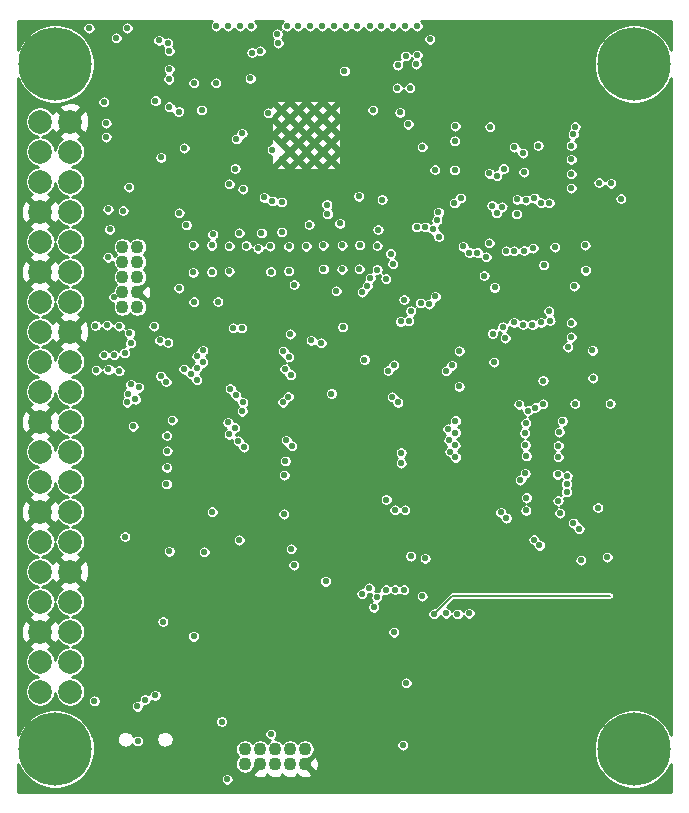
<source format=gbr>
G04 #@! TF.GenerationSoftware,KiCad,Pcbnew,5.1.5+dfsg1-2~bpo10+1*
G04 #@! TF.CreationDate,2020-02-19T22:44:21+01:00*
G04 #@! TF.ProjectId,gem-demo-board,67656d2d-6465-46d6-9f2d-626f6172642e,rev?*
G04 #@! TF.SameCoordinates,Original*
G04 #@! TF.FileFunction,Copper,L2,Inr*
G04 #@! TF.FilePolarity,Positive*
%FSLAX46Y46*%
G04 Gerber Fmt 4.6, Leading zero omitted, Abs format (unit mm)*
G04 Created by KiCad (PCBNEW 5.1.5+dfsg1-2~bpo10+1) date 2020-02-19 22:44:21*
%MOMM*%
%LPD*%
G04 APERTURE LIST*
%ADD10C,1.100000*%
%ADD11C,0.500000*%
%ADD12C,6.200000*%
%ADD13C,2.000000*%
%ADD14C,0.550000*%
%ADD15C,0.150000*%
%ADD16C,0.254000*%
G04 APERTURE END LIST*
D10*
X52440000Y-92240000D03*
X52440000Y-93510000D03*
X51170000Y-92240000D03*
X51170000Y-93510000D03*
X49900000Y-92240000D03*
X49900000Y-93510000D03*
X48630000Y-92240000D03*
X48630000Y-93510000D03*
X47360000Y-92240000D03*
X47360000Y-93510000D03*
D11*
X50450000Y-42350000D03*
X51850000Y-42350000D03*
X53250000Y-42350000D03*
X54650000Y-42350000D03*
X50450000Y-40950000D03*
X51850000Y-40950000D03*
X53250000Y-40950000D03*
X54650000Y-40950000D03*
X50450000Y-39550000D03*
X51850000Y-39550000D03*
X53250000Y-39550000D03*
X54650000Y-39550000D03*
X50450000Y-38150000D03*
X51850000Y-38150000D03*
X53250000Y-38150000D03*
X54650000Y-38150000D03*
D10*
X36990000Y-49740000D03*
X38260000Y-49740000D03*
X36990000Y-51010000D03*
X38260000Y-51010000D03*
X36990000Y-52280000D03*
X38260000Y-52280000D03*
X36990000Y-53550000D03*
X38260000Y-53550000D03*
X36990000Y-54820000D03*
X38260000Y-54820000D03*
D12*
X31300000Y-34250000D03*
X31300000Y-92250000D03*
X80300000Y-92250000D03*
X80300000Y-34250000D03*
D13*
X32570000Y-87380000D03*
X30030000Y-87380000D03*
X32570000Y-84840000D03*
X30030000Y-84840000D03*
X32570000Y-82300000D03*
X30030000Y-82300000D03*
X32570000Y-79760000D03*
X30030000Y-79760000D03*
X32570000Y-77220000D03*
X30030000Y-77220000D03*
X32570000Y-74680000D03*
X30030000Y-74680000D03*
X32570000Y-72140000D03*
X30030000Y-72140000D03*
X32570000Y-69600000D03*
X30030000Y-69600000D03*
X32570000Y-67060000D03*
X30030000Y-67060000D03*
X32570000Y-64520000D03*
X30030000Y-64520000D03*
X32570000Y-61980000D03*
X30030000Y-61980000D03*
X32570000Y-59440000D03*
X30030000Y-59440000D03*
X32570000Y-56900000D03*
X30030000Y-56900000D03*
X32570000Y-54360000D03*
X30030000Y-54360000D03*
X32570000Y-51820000D03*
X30030000Y-51820000D03*
X32570000Y-49280000D03*
X30030000Y-49280000D03*
X32570000Y-46740000D03*
X30030000Y-46740000D03*
X32570000Y-44200000D03*
X30030000Y-44200000D03*
X32570000Y-41660000D03*
X30030000Y-41660000D03*
X32570000Y-39120000D03*
X30030000Y-39120000D03*
D14*
X51078649Y-59048649D03*
X69508649Y-72698649D03*
X69835801Y-46504351D03*
X36270000Y-70950000D03*
X68730000Y-49960000D03*
X73970876Y-56979124D03*
X41165000Y-41550000D03*
X35615000Y-43760000D03*
X58274987Y-76000000D03*
X39540000Y-91480000D03*
X39510000Y-88630000D03*
X42770000Y-34120000D03*
X43120000Y-45680000D03*
X53110000Y-74425000D03*
X63580000Y-93040000D03*
X62520000Y-35370000D03*
X58530000Y-43900000D03*
X65290000Y-50370000D03*
X69220000Y-55080000D03*
X74560000Y-62110000D03*
X60300000Y-43850000D03*
X51800000Y-57650000D03*
X74300000Y-49750000D03*
X73900000Y-55800000D03*
X34480494Y-86588254D03*
X34820000Y-85860000D03*
X43700000Y-63375010D03*
X44039117Y-43360883D03*
X75358420Y-56784458D03*
X38200000Y-32050000D03*
X75290000Y-70287510D03*
X74800000Y-51050000D03*
X67900000Y-61750000D03*
X67900000Y-64950000D03*
X67700000Y-68050000D03*
X61400000Y-66050000D03*
X60600000Y-65250000D03*
X61400000Y-63050000D03*
X58700000Y-62050000D03*
X60500000Y-59250000D03*
X60100000Y-58450000D03*
X50200000Y-65950000D03*
X50200000Y-64550000D03*
X51100000Y-63950000D03*
X51300000Y-61450000D03*
X47400000Y-58450000D03*
X51000000Y-57750000D03*
X43900000Y-61550000D03*
X71300000Y-46750000D03*
X76550000Y-55000000D03*
X76550000Y-54000000D03*
X78550000Y-60750000D03*
X78800000Y-51500000D03*
X77300000Y-69250000D03*
X77550000Y-68350000D03*
X78800000Y-74500000D03*
X79050000Y-66000000D03*
X45800000Y-38100000D03*
X44800000Y-38100000D03*
X52300000Y-78000000D03*
X37050000Y-89050000D03*
X55300000Y-45600000D03*
X49800000Y-47850000D03*
X56300000Y-47850000D03*
X57550000Y-48600000D03*
X59300000Y-47850000D03*
X58420000Y-37490000D03*
X60300000Y-39850000D03*
X47135883Y-42014117D03*
X47050000Y-44100000D03*
X45800000Y-42600000D03*
X44800000Y-42600000D03*
X47050000Y-37850000D03*
X47050000Y-36850000D03*
X52800000Y-34600000D03*
X67370000Y-76760000D03*
X70370000Y-76760000D03*
X73370000Y-76760000D03*
X76370000Y-79760000D03*
X51048649Y-62411351D03*
X71831351Y-74521351D03*
X50571351Y-62888649D03*
X72308649Y-74998649D03*
X50761351Y-60081351D03*
X75181351Y-73121351D03*
X51238649Y-60558649D03*
X75658649Y-73598649D03*
X50601351Y-58571351D03*
X69031351Y-72221351D03*
X58270000Y-80250000D03*
X60750000Y-91910000D03*
X58995876Y-45725876D03*
X50670000Y-72350010D03*
X37058471Y-46666283D03*
X41810000Y-46850000D03*
X74700000Y-58220000D03*
X51520000Y-76670000D03*
X75260000Y-53060000D03*
X38920000Y-88060000D03*
X54300000Y-46150000D03*
X59889124Y-51160876D03*
X46875000Y-48550000D03*
X61400000Y-55150000D03*
X79200000Y-45650000D03*
X54700000Y-62150000D03*
X62370000Y-79310000D03*
X59970000Y-82360000D03*
X66370000Y-80760000D03*
X44600000Y-72160000D03*
X73137500Y-46000000D03*
X64888649Y-59761351D03*
X66382500Y-50220000D03*
X59501351Y-60208649D03*
X67057500Y-50220000D03*
X59978649Y-59731351D03*
X69482500Y-50080000D03*
X60328649Y-62908649D03*
X70157500Y-50080000D03*
X59851351Y-62431351D03*
X72462500Y-46000000D03*
X64411351Y-60238649D03*
X77245010Y-71809999D03*
X74997079Y-57354610D03*
X46654986Y-40594838D03*
X75000000Y-56150000D03*
X47139654Y-40125010D03*
X62390000Y-41270000D03*
X76800000Y-58500000D03*
X76816211Y-60834772D03*
X74600000Y-70487500D03*
X51338649Y-66588649D03*
X74600000Y-69812500D03*
X50861351Y-66111351D03*
X42420000Y-47875000D03*
X45920000Y-31040000D03*
X71790000Y-49840000D03*
X44550000Y-49600000D03*
X44550000Y-51840000D03*
X73600000Y-49750000D03*
X45090000Y-54365000D03*
X46930000Y-31040000D03*
X46040000Y-49650000D03*
X46040000Y-51800000D03*
X72660000Y-51280000D03*
X71000000Y-50050000D03*
X65845261Y-49696491D03*
X70980000Y-43410000D03*
X46800000Y-66150000D03*
X41200871Y-64399386D03*
X72200000Y-41150000D03*
X70428868Y-45717220D03*
X38100000Y-62647018D03*
X57294393Y-53569252D03*
X46030000Y-65610000D03*
X38380000Y-61630000D03*
X57719475Y-53044912D03*
X71160000Y-45780000D03*
X46500000Y-65035010D03*
X71880000Y-45605010D03*
X57970000Y-52370000D03*
X45940000Y-64600000D03*
X37705000Y-61380000D03*
X47910000Y-31040000D03*
X61222746Y-55994857D03*
X47090000Y-56590000D03*
X47480000Y-49620000D03*
X67616541Y-52166541D03*
X44930000Y-31040000D03*
X42980000Y-49580000D03*
X42990000Y-51900000D03*
X67810000Y-50575000D03*
X55950000Y-31040000D03*
X53840000Y-57860000D03*
X54020000Y-51590000D03*
X54010000Y-49600000D03*
X69400000Y-57450000D03*
X53920000Y-31040000D03*
X51207227Y-57107594D03*
X51530000Y-52930000D03*
X52570000Y-49680000D03*
X69190000Y-56499999D03*
X51888000Y-31040000D03*
X49550000Y-51830000D03*
X49490000Y-49670000D03*
X57900000Y-78600000D03*
X55100000Y-53450000D03*
X40750000Y-65710000D03*
X40790000Y-67000000D03*
X48480000Y-49860000D03*
X59300000Y-52430000D03*
X47825000Y-35475000D03*
X59700000Y-50300000D03*
X60550000Y-56050000D03*
X46050000Y-44400000D03*
X44650000Y-48675000D03*
X46900000Y-74550000D03*
X40750000Y-68410000D03*
X56890000Y-31040000D03*
X57040000Y-51600000D03*
X57080000Y-49590000D03*
X57280000Y-79110000D03*
X54930000Y-31040000D03*
X73210000Y-55970000D03*
X55640000Y-56525000D03*
X46390000Y-56590000D03*
X55590000Y-51630000D03*
X55600000Y-49600000D03*
X52900000Y-31040000D03*
X52990000Y-57650000D03*
X51070000Y-51790000D03*
X51080000Y-49690000D03*
X68340000Y-57070000D03*
X43700000Y-38150000D03*
X49000000Y-45550000D03*
X49703749Y-45851874D03*
X43050000Y-35850000D03*
X39800000Y-37350000D03*
X37535000Y-44680000D03*
X50474990Y-45950000D03*
X35770000Y-50610000D03*
X43020000Y-82710000D03*
X50700000Y-69050000D03*
X50800000Y-67850000D03*
X75300000Y-63000000D03*
X78300000Y-63000000D03*
X78050000Y-76000000D03*
X45400000Y-89920000D03*
X75820000Y-76260000D03*
X38280000Y-91550000D03*
X38270000Y-88630000D03*
X39790000Y-87700000D03*
X40420000Y-81460000D03*
X34625000Y-88175000D03*
X51280000Y-75300000D03*
X59294989Y-78760000D03*
X74250021Y-64490000D03*
X72450000Y-56130000D03*
X73975010Y-65410000D03*
X71720000Y-56310000D03*
X73900000Y-66560000D03*
X70900000Y-56310000D03*
X73900000Y-67520000D03*
X70130000Y-56130000D03*
X40975020Y-75510000D03*
X68510000Y-53170000D03*
X73100000Y-55150000D03*
X60820000Y-78759996D03*
X43920000Y-75560000D03*
X68436316Y-59493684D03*
X72610000Y-61050000D03*
X60070000Y-78759994D03*
X70560000Y-63060000D03*
X74020000Y-72280000D03*
X71324748Y-63604339D03*
X73880000Y-71220000D03*
X71950000Y-63350000D03*
X74660000Y-69110000D03*
X72600000Y-63020000D03*
X73840000Y-68990000D03*
X43800000Y-59500000D03*
X49570000Y-90980000D03*
X43300000Y-60000000D03*
X43300000Y-59000000D03*
X43800000Y-58500000D03*
X60940000Y-31040000D03*
X63020000Y-32160000D03*
X61950000Y-31040000D03*
X36260000Y-58884659D03*
X35710000Y-56360000D03*
X47150000Y-63650000D03*
X37181843Y-58714583D03*
X36729124Y-56440876D03*
X47200000Y-62900000D03*
X40158916Y-57648667D03*
X34710000Y-56390000D03*
X46600000Y-62300000D03*
X47274980Y-66675000D03*
X42210000Y-60080000D03*
X45870000Y-94810000D03*
X46130000Y-61730000D03*
X43300000Y-61000000D03*
X42790000Y-60490000D03*
X40960000Y-33130000D03*
X57490000Y-59270000D03*
X34170000Y-31210000D03*
X36730000Y-60220000D03*
X59339444Y-71125000D03*
X35820330Y-60109670D03*
X60900000Y-72000000D03*
X34780000Y-60170000D03*
X60050000Y-72000000D03*
X65500000Y-58550000D03*
X71154767Y-64655233D03*
X71050000Y-65480000D03*
X71120000Y-66510000D03*
X71200000Y-67430000D03*
X41775000Y-53220000D03*
X61400000Y-75922500D03*
X62630000Y-76110000D03*
X65500000Y-61550000D03*
X71090000Y-68920000D03*
X70677779Y-69487500D03*
X71210000Y-70960000D03*
X71160000Y-72050000D03*
X65200000Y-64450000D03*
X64559637Y-65150000D03*
X39663251Y-56450000D03*
X36270000Y-53970000D03*
X65200000Y-65450000D03*
X64639844Y-66100001D03*
X65162623Y-66527000D03*
X60600000Y-67150000D03*
X64722702Y-67072702D03*
X43040000Y-54380000D03*
X40850000Y-57830000D03*
X60600000Y-68050000D03*
X65200000Y-67550000D03*
X48670000Y-33130000D03*
X58640000Y-48270000D03*
X52800000Y-47850000D03*
X61200000Y-39350000D03*
X60300000Y-34350000D03*
X55800000Y-34850000D03*
X49670000Y-41500000D03*
X46550000Y-43100000D03*
X47960000Y-33280000D03*
X50175426Y-32482515D03*
X40829710Y-32467692D03*
X35430000Y-37460000D03*
X60500000Y-38350000D03*
X44900000Y-35850000D03*
X50910000Y-31040000D03*
X49360000Y-38390000D03*
X47200000Y-44850000D03*
X58200000Y-38150000D03*
X55400000Y-47750000D03*
X57000000Y-45450000D03*
X57950000Y-31040000D03*
X37199999Y-74260000D03*
X58570000Y-51650000D03*
X58570000Y-49630000D03*
X58540000Y-79390000D03*
X54200000Y-78050000D03*
X40070000Y-32249999D03*
X37910000Y-64920000D03*
X37390000Y-31200000D03*
X40970000Y-34700000D03*
X36460000Y-32040000D03*
X37400000Y-62890000D03*
X40230047Y-60679952D03*
X40250001Y-42160000D03*
X35615000Y-40435000D03*
X37598248Y-57050000D03*
X35915200Y-48255200D03*
X40970000Y-37870000D03*
X37706633Y-57868702D03*
X40920000Y-35540000D03*
X35780000Y-46550000D03*
X41750000Y-38275000D03*
X35615000Y-39260000D03*
X35420000Y-58870000D03*
X37484989Y-62174989D03*
X40717558Y-61146814D03*
X42240000Y-41360000D03*
X78350000Y-44350000D03*
X68120000Y-39560000D03*
X75320656Y-39557156D03*
X77350000Y-44300000D03*
X75170000Y-40210000D03*
X68070000Y-43510000D03*
X76178459Y-49591541D03*
X76210000Y-51720000D03*
X70170000Y-41290000D03*
X63370000Y-80809998D03*
X69272500Y-43107500D03*
X70890000Y-41787500D03*
X64370000Y-80760000D03*
X68709454Y-43710000D03*
X61020000Y-86650000D03*
X65370000Y-80810000D03*
X68675000Y-46869124D03*
X63760000Y-46810000D03*
X68043524Y-49397625D03*
X60840000Y-54199999D03*
X63620000Y-47490000D03*
X62240000Y-54480000D03*
X68292341Y-46232341D03*
X62970000Y-54580000D03*
X65120002Y-43210000D03*
X65125001Y-40760000D03*
X63490000Y-53930000D03*
X63440000Y-43200000D03*
X65170000Y-39509994D03*
X63772124Y-48866124D03*
X75000000Y-41150000D03*
X63300000Y-48250000D03*
X75000000Y-42325000D03*
X62659637Y-48036546D03*
X75000000Y-43550000D03*
X61900000Y-48050000D03*
X75000000Y-44750000D03*
X58910000Y-31040000D03*
X50474990Y-48475000D03*
X61320000Y-36260000D03*
X61970000Y-33510000D03*
X59900000Y-31040000D03*
X61860000Y-34250000D03*
X60275000Y-36270000D03*
X48775000Y-48575000D03*
X60970000Y-33590000D03*
X65116356Y-46017947D03*
X70370000Y-46930000D03*
X69150000Y-46340000D03*
X65630000Y-45580000D03*
X50090000Y-31710000D03*
X54360000Y-46950000D03*
X40730000Y-69820000D03*
D15*
X63644999Y-80534999D02*
X63370000Y-80809998D01*
X78300000Y-79250000D02*
X64929998Y-79250000D01*
X64929998Y-79250000D02*
X63644999Y-80534999D01*
D16*
G36*
X44578120Y-30611234D02*
G01*
X44501234Y-30688120D01*
X44440824Y-30778530D01*
X44399213Y-30878988D01*
X44378000Y-30985633D01*
X44378000Y-31094367D01*
X44399213Y-31201012D01*
X44440824Y-31301470D01*
X44501234Y-31391880D01*
X44578120Y-31468766D01*
X44668530Y-31529176D01*
X44768988Y-31570787D01*
X44875633Y-31592000D01*
X44984367Y-31592000D01*
X45091012Y-31570787D01*
X45191470Y-31529176D01*
X45281880Y-31468766D01*
X45358766Y-31391880D01*
X45419176Y-31301470D01*
X45425000Y-31287410D01*
X45430824Y-31301470D01*
X45491234Y-31391880D01*
X45568120Y-31468766D01*
X45658530Y-31529176D01*
X45758988Y-31570787D01*
X45865633Y-31592000D01*
X45974367Y-31592000D01*
X46081012Y-31570787D01*
X46181470Y-31529176D01*
X46271880Y-31468766D01*
X46348766Y-31391880D01*
X46409176Y-31301470D01*
X46425000Y-31263267D01*
X46440824Y-31301470D01*
X46501234Y-31391880D01*
X46578120Y-31468766D01*
X46668530Y-31529176D01*
X46768988Y-31570787D01*
X46875633Y-31592000D01*
X46984367Y-31592000D01*
X47091012Y-31570787D01*
X47191470Y-31529176D01*
X47281880Y-31468766D01*
X47358766Y-31391880D01*
X47419176Y-31301470D01*
X47420000Y-31299481D01*
X47420824Y-31301470D01*
X47481234Y-31391880D01*
X47558120Y-31468766D01*
X47648530Y-31529176D01*
X47748988Y-31570787D01*
X47855633Y-31592000D01*
X47964367Y-31592000D01*
X48071012Y-31570787D01*
X48171470Y-31529176D01*
X48261880Y-31468766D01*
X48338766Y-31391880D01*
X48399176Y-31301470D01*
X48440787Y-31201012D01*
X48462000Y-31094367D01*
X48462000Y-30985633D01*
X48440787Y-30878988D01*
X48399176Y-30778530D01*
X48338766Y-30688120D01*
X48261880Y-30611234D01*
X48248060Y-30602000D01*
X50571940Y-30602000D01*
X50558120Y-30611234D01*
X50481234Y-30688120D01*
X50420824Y-30778530D01*
X50379213Y-30878988D01*
X50358000Y-30985633D01*
X50358000Y-31094367D01*
X50379213Y-31201012D01*
X50401177Y-31254037D01*
X50351470Y-31220824D01*
X50251012Y-31179213D01*
X50144367Y-31158000D01*
X50035633Y-31158000D01*
X49928988Y-31179213D01*
X49828530Y-31220824D01*
X49738120Y-31281234D01*
X49661234Y-31358120D01*
X49600824Y-31448530D01*
X49559213Y-31548988D01*
X49538000Y-31655633D01*
X49538000Y-31764367D01*
X49559213Y-31871012D01*
X49600824Y-31971470D01*
X49661234Y-32061880D01*
X49738120Y-32138766D01*
X49740268Y-32140201D01*
X49686250Y-32221045D01*
X49644639Y-32321503D01*
X49623426Y-32428148D01*
X49623426Y-32536882D01*
X49644639Y-32643527D01*
X49686250Y-32743985D01*
X49746660Y-32834395D01*
X49823546Y-32911281D01*
X49913956Y-32971691D01*
X50014414Y-33013302D01*
X50121059Y-33034515D01*
X50229793Y-33034515D01*
X50336438Y-33013302D01*
X50436896Y-32971691D01*
X50527306Y-32911281D01*
X50604192Y-32834395D01*
X50664602Y-32743985D01*
X50706213Y-32643527D01*
X50727426Y-32536882D01*
X50727426Y-32428148D01*
X50706213Y-32321503D01*
X50664602Y-32221045D01*
X50604192Y-32130635D01*
X50579190Y-32105633D01*
X62468000Y-32105633D01*
X62468000Y-32214367D01*
X62489213Y-32321012D01*
X62530824Y-32421470D01*
X62591234Y-32511880D01*
X62668120Y-32588766D01*
X62758530Y-32649176D01*
X62858988Y-32690787D01*
X62965633Y-32712000D01*
X63074367Y-32712000D01*
X63181012Y-32690787D01*
X63281470Y-32649176D01*
X63371880Y-32588766D01*
X63448766Y-32511880D01*
X63509176Y-32421470D01*
X63550787Y-32321012D01*
X63572000Y-32214367D01*
X63572000Y-32105633D01*
X63550787Y-31998988D01*
X63509176Y-31898530D01*
X63448766Y-31808120D01*
X63371880Y-31731234D01*
X63281470Y-31670824D01*
X63181012Y-31629213D01*
X63074367Y-31608000D01*
X62965633Y-31608000D01*
X62858988Y-31629213D01*
X62758530Y-31670824D01*
X62668120Y-31731234D01*
X62591234Y-31808120D01*
X62530824Y-31898530D01*
X62489213Y-31998988D01*
X62468000Y-32105633D01*
X50579190Y-32105633D01*
X50527306Y-32053749D01*
X50525158Y-32052314D01*
X50579176Y-31971470D01*
X50620787Y-31871012D01*
X50642000Y-31764367D01*
X50642000Y-31655633D01*
X50620787Y-31548988D01*
X50598823Y-31495963D01*
X50648530Y-31529176D01*
X50748988Y-31570787D01*
X50855633Y-31592000D01*
X50964367Y-31592000D01*
X51071012Y-31570787D01*
X51171470Y-31529176D01*
X51261880Y-31468766D01*
X51338766Y-31391880D01*
X51399000Y-31301733D01*
X51459234Y-31391880D01*
X51536120Y-31468766D01*
X51626530Y-31529176D01*
X51726988Y-31570787D01*
X51833633Y-31592000D01*
X51942367Y-31592000D01*
X52049012Y-31570787D01*
X52149470Y-31529176D01*
X52239880Y-31468766D01*
X52316766Y-31391880D01*
X52377176Y-31301470D01*
X52394000Y-31260853D01*
X52410824Y-31301470D01*
X52471234Y-31391880D01*
X52548120Y-31468766D01*
X52638530Y-31529176D01*
X52738988Y-31570787D01*
X52845633Y-31592000D01*
X52954367Y-31592000D01*
X53061012Y-31570787D01*
X53161470Y-31529176D01*
X53251880Y-31468766D01*
X53328766Y-31391880D01*
X53389176Y-31301470D01*
X53410000Y-31251196D01*
X53430824Y-31301470D01*
X53491234Y-31391880D01*
X53568120Y-31468766D01*
X53658530Y-31529176D01*
X53758988Y-31570787D01*
X53865633Y-31592000D01*
X53974367Y-31592000D01*
X54081012Y-31570787D01*
X54181470Y-31529176D01*
X54271880Y-31468766D01*
X54348766Y-31391880D01*
X54409176Y-31301470D01*
X54425000Y-31263267D01*
X54440824Y-31301470D01*
X54501234Y-31391880D01*
X54578120Y-31468766D01*
X54668530Y-31529176D01*
X54768988Y-31570787D01*
X54875633Y-31592000D01*
X54984367Y-31592000D01*
X55091012Y-31570787D01*
X55191470Y-31529176D01*
X55281880Y-31468766D01*
X55358766Y-31391880D01*
X55419176Y-31301470D01*
X55440000Y-31251196D01*
X55460824Y-31301470D01*
X55521234Y-31391880D01*
X55598120Y-31468766D01*
X55688530Y-31529176D01*
X55788988Y-31570787D01*
X55895633Y-31592000D01*
X56004367Y-31592000D01*
X56111012Y-31570787D01*
X56211470Y-31529176D01*
X56301880Y-31468766D01*
X56378766Y-31391880D01*
X56420000Y-31330169D01*
X56461234Y-31391880D01*
X56538120Y-31468766D01*
X56628530Y-31529176D01*
X56728988Y-31570787D01*
X56835633Y-31592000D01*
X56944367Y-31592000D01*
X57051012Y-31570787D01*
X57151470Y-31529176D01*
X57241880Y-31468766D01*
X57318766Y-31391880D01*
X57379176Y-31301470D01*
X57420000Y-31202912D01*
X57460824Y-31301470D01*
X57521234Y-31391880D01*
X57598120Y-31468766D01*
X57688530Y-31529176D01*
X57788988Y-31570787D01*
X57895633Y-31592000D01*
X58004367Y-31592000D01*
X58111012Y-31570787D01*
X58211470Y-31529176D01*
X58301880Y-31468766D01*
X58378766Y-31391880D01*
X58430000Y-31315203D01*
X58481234Y-31391880D01*
X58558120Y-31468766D01*
X58648530Y-31529176D01*
X58748988Y-31570787D01*
X58855633Y-31592000D01*
X58964367Y-31592000D01*
X59071012Y-31570787D01*
X59171470Y-31529176D01*
X59261880Y-31468766D01*
X59338766Y-31391880D01*
X59399176Y-31301470D01*
X59405000Y-31287410D01*
X59410824Y-31301470D01*
X59471234Y-31391880D01*
X59548120Y-31468766D01*
X59638530Y-31529176D01*
X59738988Y-31570787D01*
X59845633Y-31592000D01*
X59954367Y-31592000D01*
X60061012Y-31570787D01*
X60161470Y-31529176D01*
X60251880Y-31468766D01*
X60328766Y-31391880D01*
X60389176Y-31301470D01*
X60420000Y-31227054D01*
X60450824Y-31301470D01*
X60511234Y-31391880D01*
X60588120Y-31468766D01*
X60678530Y-31529176D01*
X60778988Y-31570787D01*
X60885633Y-31592000D01*
X60994367Y-31592000D01*
X61101012Y-31570787D01*
X61201470Y-31529176D01*
X61291880Y-31468766D01*
X61368766Y-31391880D01*
X61429176Y-31301470D01*
X61445000Y-31263267D01*
X61460824Y-31301470D01*
X61521234Y-31391880D01*
X61598120Y-31468766D01*
X61688530Y-31529176D01*
X61788988Y-31570787D01*
X61895633Y-31592000D01*
X62004367Y-31592000D01*
X62111012Y-31570787D01*
X62211470Y-31529176D01*
X62301880Y-31468766D01*
X62378766Y-31391880D01*
X62439176Y-31301470D01*
X62480787Y-31201012D01*
X62502000Y-31094367D01*
X62502000Y-30985633D01*
X62480787Y-30878988D01*
X62439176Y-30778530D01*
X62378766Y-30688120D01*
X62301880Y-30611234D01*
X62288060Y-30602000D01*
X83448001Y-30602000D01*
X83448001Y-33025419D01*
X83292659Y-32650391D01*
X82923087Y-32097288D01*
X82452712Y-31626913D01*
X81899609Y-31257341D01*
X81285035Y-31002776D01*
X80632605Y-30873000D01*
X79967395Y-30873000D01*
X79314965Y-31002776D01*
X78700391Y-31257341D01*
X78147288Y-31626913D01*
X77676913Y-32097288D01*
X77307341Y-32650391D01*
X77052776Y-33264965D01*
X76923000Y-33917395D01*
X76923000Y-34582605D01*
X77052776Y-35235035D01*
X77307341Y-35849609D01*
X77676913Y-36402712D01*
X78147288Y-36873087D01*
X78700391Y-37242659D01*
X79314965Y-37497224D01*
X79967395Y-37627000D01*
X80632605Y-37627000D01*
X81285035Y-37497224D01*
X81899609Y-37242659D01*
X82452712Y-36873087D01*
X82923087Y-36402712D01*
X83292659Y-35849609D01*
X83448001Y-35474581D01*
X83448000Y-91025417D01*
X83292659Y-90650391D01*
X82923087Y-90097288D01*
X82452712Y-89626913D01*
X81899609Y-89257341D01*
X81285035Y-89002776D01*
X80632605Y-88873000D01*
X79967395Y-88873000D01*
X79314965Y-89002776D01*
X78700391Y-89257341D01*
X78147288Y-89626913D01*
X77676913Y-90097288D01*
X77307341Y-90650391D01*
X77052776Y-91264965D01*
X76923000Y-91917395D01*
X76923000Y-92582605D01*
X77052776Y-93235035D01*
X77307341Y-93849609D01*
X77676913Y-94402712D01*
X78147288Y-94873087D01*
X78700391Y-95242659D01*
X79314965Y-95497224D01*
X79967395Y-95627000D01*
X80632605Y-95627000D01*
X81285035Y-95497224D01*
X81899609Y-95242659D01*
X82452712Y-94873087D01*
X82923087Y-94402712D01*
X83292659Y-93849609D01*
X83448000Y-93474583D01*
X83448000Y-95898000D01*
X28152000Y-95898000D01*
X28152000Y-93474583D01*
X28307341Y-93849609D01*
X28676913Y-94402712D01*
X29147288Y-94873087D01*
X29700391Y-95242659D01*
X30314965Y-95497224D01*
X30967395Y-95627000D01*
X31632605Y-95627000D01*
X32285035Y-95497224D01*
X32899609Y-95242659D01*
X33452712Y-94873087D01*
X33570166Y-94755633D01*
X45318000Y-94755633D01*
X45318000Y-94864367D01*
X45339213Y-94971012D01*
X45380824Y-95071470D01*
X45441234Y-95161880D01*
X45518120Y-95238766D01*
X45608530Y-95299176D01*
X45708988Y-95340787D01*
X45815633Y-95362000D01*
X45924367Y-95362000D01*
X46031012Y-95340787D01*
X46131470Y-95299176D01*
X46221880Y-95238766D01*
X46298766Y-95161880D01*
X46359176Y-95071470D01*
X46400787Y-94971012D01*
X46422000Y-94864367D01*
X46422000Y-94755633D01*
X46400787Y-94648988D01*
X46359176Y-94548530D01*
X46298766Y-94458120D01*
X46221880Y-94381234D01*
X46131470Y-94320824D01*
X46031012Y-94279213D01*
X45924367Y-94258000D01*
X45815633Y-94258000D01*
X45708988Y-94279213D01*
X45608530Y-94320824D01*
X45518120Y-94381234D01*
X45441234Y-94458120D01*
X45380824Y-94548530D01*
X45339213Y-94648988D01*
X45318000Y-94755633D01*
X33570166Y-94755633D01*
X33923087Y-94402712D01*
X34292659Y-93849609D01*
X34547224Y-93235035D01*
X34677000Y-92582605D01*
X34677000Y-92158548D01*
X46533000Y-92158548D01*
X46533000Y-92321452D01*
X46564782Y-92481227D01*
X46627123Y-92631731D01*
X46717628Y-92767181D01*
X46825447Y-92875000D01*
X46717628Y-92982819D01*
X46627123Y-93118269D01*
X46564782Y-93268773D01*
X46533000Y-93428548D01*
X46533000Y-93591452D01*
X46564782Y-93751227D01*
X46627123Y-93901731D01*
X46717628Y-94037181D01*
X46832819Y-94152372D01*
X46968269Y-94242877D01*
X47118773Y-94305218D01*
X47278548Y-94337000D01*
X47441452Y-94337000D01*
X47601227Y-94305218D01*
X47751731Y-94242877D01*
X47887181Y-94152372D01*
X48002372Y-94037181D01*
X48092877Y-93901731D01*
X48117069Y-93843326D01*
X48450395Y-93510000D01*
X48436253Y-93495858D01*
X48615858Y-93316253D01*
X48630000Y-93330395D01*
X48644143Y-93316253D01*
X48718109Y-93390219D01*
X48711984Y-93590421D01*
X48718503Y-93629387D01*
X48644143Y-93703748D01*
X48630000Y-93689605D01*
X47995626Y-94323979D01*
X48036841Y-94542478D01*
X48249665Y-94638359D01*
X48477105Y-94690878D01*
X48710421Y-94698016D01*
X48940646Y-94659500D01*
X49158934Y-94576808D01*
X49223159Y-94542478D01*
X49264082Y-94325526D01*
X49265000Y-94324608D01*
X49265918Y-94325526D01*
X49306841Y-94542478D01*
X49519665Y-94638359D01*
X49747105Y-94690878D01*
X49980421Y-94698016D01*
X50210646Y-94659500D01*
X50428934Y-94576808D01*
X50493159Y-94542478D01*
X50534082Y-94325526D01*
X50535000Y-94324608D01*
X50535918Y-94325526D01*
X50576841Y-94542478D01*
X50789665Y-94638359D01*
X51017105Y-94690878D01*
X51250421Y-94698016D01*
X51480646Y-94659500D01*
X51698934Y-94576808D01*
X51763159Y-94542478D01*
X51804082Y-94325526D01*
X51805000Y-94324608D01*
X51805918Y-94325526D01*
X51846841Y-94542478D01*
X52059665Y-94638359D01*
X52287105Y-94690878D01*
X52520421Y-94698016D01*
X52750646Y-94659500D01*
X52968934Y-94576808D01*
X53033159Y-94542478D01*
X53074374Y-94323979D01*
X52440000Y-93689605D01*
X52425858Y-93703748D01*
X52351891Y-93629781D01*
X52355555Y-93510000D01*
X52619605Y-93510000D01*
X53253979Y-94144374D01*
X53472478Y-94103159D01*
X53568359Y-93890335D01*
X53620878Y-93662895D01*
X53628016Y-93429579D01*
X53589500Y-93199354D01*
X53506808Y-92981066D01*
X53472478Y-92916841D01*
X53253979Y-92875626D01*
X52619605Y-93510000D01*
X52355555Y-93510000D01*
X52358016Y-93429579D01*
X52351497Y-93390613D01*
X52425858Y-93316253D01*
X52440000Y-93330395D01*
X52773326Y-92997069D01*
X52831731Y-92972877D01*
X52967181Y-92882372D01*
X53082372Y-92767181D01*
X53172877Y-92631731D01*
X53235218Y-92481227D01*
X53267000Y-92321452D01*
X53267000Y-92158548D01*
X53235218Y-91998773D01*
X53175928Y-91855633D01*
X60198000Y-91855633D01*
X60198000Y-91964367D01*
X60219213Y-92071012D01*
X60260824Y-92171470D01*
X60321234Y-92261880D01*
X60398120Y-92338766D01*
X60488530Y-92399176D01*
X60588988Y-92440787D01*
X60695633Y-92462000D01*
X60804367Y-92462000D01*
X60911012Y-92440787D01*
X61011470Y-92399176D01*
X61101880Y-92338766D01*
X61178766Y-92261880D01*
X61239176Y-92171470D01*
X61280787Y-92071012D01*
X61302000Y-91964367D01*
X61302000Y-91855633D01*
X61280787Y-91748988D01*
X61239176Y-91648530D01*
X61178766Y-91558120D01*
X61101880Y-91481234D01*
X61011470Y-91420824D01*
X60911012Y-91379213D01*
X60804367Y-91358000D01*
X60695633Y-91358000D01*
X60588988Y-91379213D01*
X60488530Y-91420824D01*
X60398120Y-91481234D01*
X60321234Y-91558120D01*
X60260824Y-91648530D01*
X60219213Y-91748988D01*
X60198000Y-91855633D01*
X53175928Y-91855633D01*
X53172877Y-91848269D01*
X53082372Y-91712819D01*
X52967181Y-91597628D01*
X52831731Y-91507123D01*
X52681227Y-91444782D01*
X52521452Y-91413000D01*
X52358548Y-91413000D01*
X52198773Y-91444782D01*
X52048269Y-91507123D01*
X51912819Y-91597628D01*
X51805000Y-91705447D01*
X51697181Y-91597628D01*
X51561731Y-91507123D01*
X51411227Y-91444782D01*
X51251452Y-91413000D01*
X51088548Y-91413000D01*
X50928773Y-91444782D01*
X50778269Y-91507123D01*
X50642819Y-91597628D01*
X50535000Y-91705447D01*
X50427181Y-91597628D01*
X50291731Y-91507123D01*
X50141227Y-91444782D01*
X49981452Y-91413000D01*
X49915543Y-91413000D01*
X49921880Y-91408766D01*
X49998766Y-91331880D01*
X50059176Y-91241470D01*
X50100787Y-91141012D01*
X50122000Y-91034367D01*
X50122000Y-90925633D01*
X50100787Y-90818988D01*
X50059176Y-90718530D01*
X49998766Y-90628120D01*
X49921880Y-90551234D01*
X49831470Y-90490824D01*
X49731012Y-90449213D01*
X49624367Y-90428000D01*
X49515633Y-90428000D01*
X49408988Y-90449213D01*
X49308530Y-90490824D01*
X49218120Y-90551234D01*
X49141234Y-90628120D01*
X49080824Y-90718530D01*
X49039213Y-90818988D01*
X49018000Y-90925633D01*
X49018000Y-91034367D01*
X49039213Y-91141012D01*
X49080824Y-91241470D01*
X49141234Y-91331880D01*
X49218120Y-91408766D01*
X49308530Y-91469176D01*
X49408988Y-91510787D01*
X49481268Y-91525164D01*
X49372819Y-91597628D01*
X49265000Y-91705447D01*
X49157181Y-91597628D01*
X49021731Y-91507123D01*
X48871227Y-91444782D01*
X48711452Y-91413000D01*
X48548548Y-91413000D01*
X48388773Y-91444782D01*
X48238269Y-91507123D01*
X48102819Y-91597628D01*
X47995000Y-91705447D01*
X47887181Y-91597628D01*
X47751731Y-91507123D01*
X47601227Y-91444782D01*
X47441452Y-91413000D01*
X47278548Y-91413000D01*
X47118773Y-91444782D01*
X46968269Y-91507123D01*
X46832819Y-91597628D01*
X46717628Y-91712819D01*
X46627123Y-91848269D01*
X46564782Y-91998773D01*
X46533000Y-92158548D01*
X34677000Y-92158548D01*
X34677000Y-91917395D01*
X34561831Y-91338397D01*
X36523000Y-91338397D01*
X36523000Y-91481603D01*
X36550938Y-91622058D01*
X36605741Y-91754364D01*
X36685302Y-91873436D01*
X36786564Y-91974698D01*
X36905636Y-92054259D01*
X37037942Y-92109062D01*
X37178397Y-92137000D01*
X37321603Y-92137000D01*
X37462058Y-92109062D01*
X37594364Y-92054259D01*
X37713436Y-91974698D01*
X37814698Y-91873436D01*
X37823463Y-91860318D01*
X37851234Y-91901880D01*
X37928120Y-91978766D01*
X38018530Y-92039176D01*
X38118988Y-92080787D01*
X38225633Y-92102000D01*
X38334367Y-92102000D01*
X38441012Y-92080787D01*
X38541470Y-92039176D01*
X38631880Y-91978766D01*
X38708766Y-91901880D01*
X38769176Y-91811470D01*
X38810787Y-91711012D01*
X38832000Y-91604367D01*
X38832000Y-91495633D01*
X38810787Y-91388988D01*
X38789832Y-91338397D01*
X39873000Y-91338397D01*
X39873000Y-91481603D01*
X39900938Y-91622058D01*
X39955741Y-91754364D01*
X40035302Y-91873436D01*
X40136564Y-91974698D01*
X40255636Y-92054259D01*
X40387942Y-92109062D01*
X40528397Y-92137000D01*
X40671603Y-92137000D01*
X40812058Y-92109062D01*
X40944364Y-92054259D01*
X41063436Y-91974698D01*
X41164698Y-91873436D01*
X41244259Y-91754364D01*
X41299062Y-91622058D01*
X41327000Y-91481603D01*
X41327000Y-91338397D01*
X41299062Y-91197942D01*
X41244259Y-91065636D01*
X41164698Y-90946564D01*
X41063436Y-90845302D01*
X40944364Y-90765741D01*
X40812058Y-90710938D01*
X40671603Y-90683000D01*
X40528397Y-90683000D01*
X40387942Y-90710938D01*
X40255636Y-90765741D01*
X40136564Y-90845302D01*
X40035302Y-90946564D01*
X39955741Y-91065636D01*
X39900938Y-91197942D01*
X39873000Y-91338397D01*
X38789832Y-91338397D01*
X38769176Y-91288530D01*
X38708766Y-91198120D01*
X38631880Y-91121234D01*
X38541470Y-91060824D01*
X38441012Y-91019213D01*
X38334367Y-90998000D01*
X38225633Y-90998000D01*
X38118988Y-91019213D01*
X38018530Y-91060824D01*
X37928120Y-91121234D01*
X37920461Y-91128893D01*
X37894259Y-91065636D01*
X37814698Y-90946564D01*
X37713436Y-90845302D01*
X37594364Y-90765741D01*
X37462058Y-90710938D01*
X37321603Y-90683000D01*
X37178397Y-90683000D01*
X37037942Y-90710938D01*
X36905636Y-90765741D01*
X36786564Y-90845302D01*
X36685302Y-90946564D01*
X36605741Y-91065636D01*
X36550938Y-91197942D01*
X36523000Y-91338397D01*
X34561831Y-91338397D01*
X34547224Y-91264965D01*
X34292659Y-90650391D01*
X33923087Y-90097288D01*
X33691432Y-89865633D01*
X44848000Y-89865633D01*
X44848000Y-89974367D01*
X44869213Y-90081012D01*
X44910824Y-90181470D01*
X44971234Y-90271880D01*
X45048120Y-90348766D01*
X45138530Y-90409176D01*
X45238988Y-90450787D01*
X45345633Y-90472000D01*
X45454367Y-90472000D01*
X45561012Y-90450787D01*
X45661470Y-90409176D01*
X45751880Y-90348766D01*
X45828766Y-90271880D01*
X45889176Y-90181470D01*
X45930787Y-90081012D01*
X45952000Y-89974367D01*
X45952000Y-89865633D01*
X45930787Y-89758988D01*
X45889176Y-89658530D01*
X45828766Y-89568120D01*
X45751880Y-89491234D01*
X45661470Y-89430824D01*
X45561012Y-89389213D01*
X45454367Y-89368000D01*
X45345633Y-89368000D01*
X45238988Y-89389213D01*
X45138530Y-89430824D01*
X45048120Y-89491234D01*
X44971234Y-89568120D01*
X44910824Y-89658530D01*
X44869213Y-89758988D01*
X44848000Y-89865633D01*
X33691432Y-89865633D01*
X33452712Y-89626913D01*
X32899609Y-89257341D01*
X32285035Y-89002776D01*
X31632605Y-88873000D01*
X30967395Y-88873000D01*
X30314965Y-89002776D01*
X29700391Y-89257341D01*
X29147288Y-89626913D01*
X28676913Y-90097288D01*
X28307341Y-90650391D01*
X28152000Y-91025417D01*
X28152000Y-82362595D01*
X28388282Y-82362595D01*
X28432039Y-82681675D01*
X28537205Y-82986088D01*
X28630186Y-83160044D01*
X28894587Y-83255808D01*
X29850395Y-82300000D01*
X28894587Y-81344192D01*
X28630186Y-81439956D01*
X28489296Y-81729571D01*
X28407616Y-82041108D01*
X28388282Y-82362595D01*
X28152000Y-82362595D01*
X28152000Y-72202595D01*
X28388282Y-72202595D01*
X28432039Y-72521675D01*
X28537205Y-72826088D01*
X28630186Y-73000044D01*
X28894587Y-73095808D01*
X29850395Y-72140000D01*
X28894587Y-71184192D01*
X28630186Y-71279956D01*
X28489296Y-71569571D01*
X28407616Y-71881108D01*
X28388282Y-72202595D01*
X28152000Y-72202595D01*
X28152000Y-64582595D01*
X28388282Y-64582595D01*
X28432039Y-64901675D01*
X28537205Y-65206088D01*
X28630186Y-65380044D01*
X28894587Y-65475808D01*
X29850395Y-64520000D01*
X28894587Y-63564192D01*
X28630186Y-63659956D01*
X28489296Y-63949571D01*
X28407616Y-64261108D01*
X28388282Y-64582595D01*
X28152000Y-64582595D01*
X28152000Y-51882595D01*
X28388282Y-51882595D01*
X28432039Y-52201675D01*
X28537205Y-52506088D01*
X28630186Y-52680044D01*
X28894587Y-52775808D01*
X29850395Y-51820000D01*
X28894587Y-50864192D01*
X28630186Y-50959956D01*
X28489296Y-51249571D01*
X28407616Y-51561108D01*
X28388282Y-51882595D01*
X28152000Y-51882595D01*
X28152000Y-46802595D01*
X28388282Y-46802595D01*
X28432039Y-47121675D01*
X28537205Y-47426088D01*
X28630186Y-47600044D01*
X28894587Y-47695808D01*
X29850395Y-46740000D01*
X28894587Y-45784192D01*
X28630186Y-45879956D01*
X28489296Y-46169571D01*
X28407616Y-46481108D01*
X28388282Y-46802595D01*
X28152000Y-46802595D01*
X28152000Y-38994226D01*
X28753000Y-38994226D01*
X28753000Y-39245774D01*
X28802074Y-39492487D01*
X28898337Y-39724886D01*
X29038089Y-39934040D01*
X29215960Y-40111911D01*
X29425114Y-40251663D01*
X29657513Y-40347926D01*
X29869034Y-40390000D01*
X29657513Y-40432074D01*
X29425114Y-40528337D01*
X29215960Y-40668089D01*
X29038089Y-40845960D01*
X28898337Y-41055114D01*
X28802074Y-41287513D01*
X28753000Y-41534226D01*
X28753000Y-41785774D01*
X28802074Y-42032487D01*
X28898337Y-42264886D01*
X29038089Y-42474040D01*
X29215960Y-42651911D01*
X29425114Y-42791663D01*
X29657513Y-42887926D01*
X29869034Y-42930000D01*
X29657513Y-42972074D01*
X29425114Y-43068337D01*
X29215960Y-43208089D01*
X29038089Y-43385960D01*
X28898337Y-43595114D01*
X28802074Y-43827513D01*
X28753000Y-44074226D01*
X28753000Y-44325774D01*
X28802074Y-44572487D01*
X28898337Y-44804886D01*
X29038089Y-45014040D01*
X29215960Y-45191911D01*
X29318801Y-45260627D01*
X29169956Y-45340186D01*
X29074192Y-45604587D01*
X30030000Y-46560395D01*
X30985808Y-45604587D01*
X30890044Y-45340186D01*
X30735007Y-45264765D01*
X30844040Y-45191911D01*
X31021911Y-45014040D01*
X31161663Y-44804886D01*
X31257926Y-44572487D01*
X31300000Y-44360966D01*
X31342074Y-44572487D01*
X31438337Y-44804886D01*
X31578089Y-45014040D01*
X31755960Y-45191911D01*
X31965114Y-45331663D01*
X32197513Y-45427926D01*
X32409034Y-45470000D01*
X32197513Y-45512074D01*
X31965114Y-45608337D01*
X31755960Y-45748089D01*
X31578089Y-45925960D01*
X31509373Y-46028801D01*
X31429814Y-45879956D01*
X31165413Y-45784192D01*
X30209605Y-46740000D01*
X31165413Y-47695808D01*
X31429814Y-47600044D01*
X31505235Y-47445007D01*
X31578089Y-47554040D01*
X31755960Y-47731911D01*
X31965114Y-47871663D01*
X32197513Y-47967926D01*
X32409034Y-48010000D01*
X32197513Y-48052074D01*
X31965114Y-48148337D01*
X31755960Y-48288089D01*
X31578089Y-48465960D01*
X31438337Y-48675114D01*
X31342074Y-48907513D01*
X31300000Y-49119034D01*
X31257926Y-48907513D01*
X31161663Y-48675114D01*
X31021911Y-48465960D01*
X30844040Y-48288089D01*
X30741199Y-48219373D01*
X30890044Y-48139814D01*
X30985808Y-47875413D01*
X30030000Y-46919605D01*
X29074192Y-47875413D01*
X29169956Y-48139814D01*
X29324993Y-48215235D01*
X29215960Y-48288089D01*
X29038089Y-48465960D01*
X28898337Y-48675114D01*
X28802074Y-48907513D01*
X28753000Y-49154226D01*
X28753000Y-49405774D01*
X28802074Y-49652487D01*
X28898337Y-49884886D01*
X29038089Y-50094040D01*
X29215960Y-50271911D01*
X29318801Y-50340627D01*
X29169956Y-50420186D01*
X29074192Y-50684587D01*
X30030000Y-51640395D01*
X30985808Y-50684587D01*
X30890044Y-50420186D01*
X30735007Y-50344765D01*
X30844040Y-50271911D01*
X31021911Y-50094040D01*
X31161663Y-49884886D01*
X31257926Y-49652487D01*
X31300000Y-49440966D01*
X31342074Y-49652487D01*
X31438337Y-49884886D01*
X31578089Y-50094040D01*
X31755960Y-50271911D01*
X31965114Y-50411663D01*
X32197513Y-50507926D01*
X32409034Y-50550000D01*
X32197513Y-50592074D01*
X31965114Y-50688337D01*
X31755960Y-50828089D01*
X31578089Y-51005960D01*
X31509373Y-51108801D01*
X31429814Y-50959956D01*
X31165413Y-50864192D01*
X30209605Y-51820000D01*
X31165413Y-52775808D01*
X31429814Y-52680044D01*
X31505235Y-52525007D01*
X31578089Y-52634040D01*
X31755960Y-52811911D01*
X31965114Y-52951663D01*
X32197513Y-53047926D01*
X32409034Y-53090000D01*
X32197513Y-53132074D01*
X31965114Y-53228337D01*
X31755960Y-53368089D01*
X31578089Y-53545960D01*
X31438337Y-53755114D01*
X31342074Y-53987513D01*
X31300000Y-54199034D01*
X31257926Y-53987513D01*
X31161663Y-53755114D01*
X31021911Y-53545960D01*
X30844040Y-53368089D01*
X30741199Y-53299373D01*
X30890044Y-53219814D01*
X30985808Y-52955413D01*
X30030000Y-51999605D01*
X29074192Y-52955413D01*
X29169956Y-53219814D01*
X29324993Y-53295235D01*
X29215960Y-53368089D01*
X29038089Y-53545960D01*
X28898337Y-53755114D01*
X28802074Y-53987513D01*
X28753000Y-54234226D01*
X28753000Y-54485774D01*
X28802074Y-54732487D01*
X28898337Y-54964886D01*
X29038089Y-55174040D01*
X29215960Y-55351911D01*
X29425114Y-55491663D01*
X29657513Y-55587926D01*
X29869034Y-55630000D01*
X29657513Y-55672074D01*
X29425114Y-55768337D01*
X29215960Y-55908089D01*
X29038089Y-56085960D01*
X28898337Y-56295114D01*
X28802074Y-56527513D01*
X28753000Y-56774226D01*
X28753000Y-57025774D01*
X28802074Y-57272487D01*
X28898337Y-57504886D01*
X29038089Y-57714040D01*
X29215960Y-57891911D01*
X29425114Y-58031663D01*
X29657513Y-58127926D01*
X29869034Y-58170000D01*
X29657513Y-58212074D01*
X29425114Y-58308337D01*
X29215960Y-58448089D01*
X29038089Y-58625960D01*
X28898337Y-58835114D01*
X28802074Y-59067513D01*
X28753000Y-59314226D01*
X28753000Y-59565774D01*
X28802074Y-59812487D01*
X28898337Y-60044886D01*
X29038089Y-60254040D01*
X29215960Y-60431911D01*
X29425114Y-60571663D01*
X29657513Y-60667926D01*
X29869034Y-60710000D01*
X29657513Y-60752074D01*
X29425114Y-60848337D01*
X29215960Y-60988089D01*
X29038089Y-61165960D01*
X28898337Y-61375114D01*
X28802074Y-61607513D01*
X28753000Y-61854226D01*
X28753000Y-62105774D01*
X28802074Y-62352487D01*
X28898337Y-62584886D01*
X29038089Y-62794040D01*
X29215960Y-62971911D01*
X29318801Y-63040627D01*
X29169956Y-63120186D01*
X29074192Y-63384587D01*
X30030000Y-64340395D01*
X30985808Y-63384587D01*
X30890044Y-63120186D01*
X30735007Y-63044765D01*
X30844040Y-62971911D01*
X31021911Y-62794040D01*
X31161663Y-62584886D01*
X31257926Y-62352487D01*
X31300000Y-62140966D01*
X31342074Y-62352487D01*
X31438337Y-62584886D01*
X31578089Y-62794040D01*
X31755960Y-62971911D01*
X31965114Y-63111663D01*
X32197513Y-63207926D01*
X32409034Y-63250000D01*
X32197513Y-63292074D01*
X31965114Y-63388337D01*
X31755960Y-63528089D01*
X31578089Y-63705960D01*
X31509373Y-63808801D01*
X31429814Y-63659956D01*
X31165413Y-63564192D01*
X30209605Y-64520000D01*
X31165413Y-65475808D01*
X31429814Y-65380044D01*
X31505235Y-65225007D01*
X31578089Y-65334040D01*
X31755960Y-65511911D01*
X31965114Y-65651663D01*
X32197513Y-65747926D01*
X32409034Y-65790000D01*
X32197513Y-65832074D01*
X31965114Y-65928337D01*
X31755960Y-66068089D01*
X31578089Y-66245960D01*
X31438337Y-66455114D01*
X31342074Y-66687513D01*
X31300000Y-66899034D01*
X31257926Y-66687513D01*
X31161663Y-66455114D01*
X31021911Y-66245960D01*
X30844040Y-66068089D01*
X30741199Y-65999373D01*
X30890044Y-65919814D01*
X30985808Y-65655413D01*
X30030000Y-64699605D01*
X29074192Y-65655413D01*
X29169956Y-65919814D01*
X29324993Y-65995235D01*
X29215960Y-66068089D01*
X29038089Y-66245960D01*
X28898337Y-66455114D01*
X28802074Y-66687513D01*
X28753000Y-66934226D01*
X28753000Y-67185774D01*
X28802074Y-67432487D01*
X28898337Y-67664886D01*
X29038089Y-67874040D01*
X29215960Y-68051911D01*
X29425114Y-68191663D01*
X29657513Y-68287926D01*
X29869034Y-68330000D01*
X29657513Y-68372074D01*
X29425114Y-68468337D01*
X29215960Y-68608089D01*
X29038089Y-68785960D01*
X28898337Y-68995114D01*
X28802074Y-69227513D01*
X28753000Y-69474226D01*
X28753000Y-69725774D01*
X28802074Y-69972487D01*
X28898337Y-70204886D01*
X29038089Y-70414040D01*
X29215960Y-70591911D01*
X29318801Y-70660627D01*
X29169956Y-70740186D01*
X29074192Y-71004587D01*
X30030000Y-71960395D01*
X30985808Y-71004587D01*
X30890044Y-70740186D01*
X30735007Y-70664765D01*
X30844040Y-70591911D01*
X31021911Y-70414040D01*
X31161663Y-70204886D01*
X31257926Y-69972487D01*
X31300000Y-69760966D01*
X31342074Y-69972487D01*
X31438337Y-70204886D01*
X31578089Y-70414040D01*
X31755960Y-70591911D01*
X31965114Y-70731663D01*
X32197513Y-70827926D01*
X32409034Y-70870000D01*
X32197513Y-70912074D01*
X31965114Y-71008337D01*
X31755960Y-71148089D01*
X31578089Y-71325960D01*
X31509373Y-71428801D01*
X31429814Y-71279956D01*
X31165413Y-71184192D01*
X30209605Y-72140000D01*
X31165413Y-73095808D01*
X31429814Y-73000044D01*
X31505235Y-72845007D01*
X31578089Y-72954040D01*
X31755960Y-73131911D01*
X31965114Y-73271663D01*
X32197513Y-73367926D01*
X32409034Y-73410000D01*
X32197513Y-73452074D01*
X31965114Y-73548337D01*
X31755960Y-73688089D01*
X31578089Y-73865960D01*
X31438337Y-74075114D01*
X31342074Y-74307513D01*
X31300000Y-74519034D01*
X31257926Y-74307513D01*
X31161663Y-74075114D01*
X31021911Y-73865960D01*
X30844040Y-73688089D01*
X30741199Y-73619373D01*
X30890044Y-73539814D01*
X30985808Y-73275413D01*
X30030000Y-72319605D01*
X29074192Y-73275413D01*
X29169956Y-73539814D01*
X29324993Y-73615235D01*
X29215960Y-73688089D01*
X29038089Y-73865960D01*
X28898337Y-74075114D01*
X28802074Y-74307513D01*
X28753000Y-74554226D01*
X28753000Y-74805774D01*
X28802074Y-75052487D01*
X28898337Y-75284886D01*
X29038089Y-75494040D01*
X29215960Y-75671911D01*
X29425114Y-75811663D01*
X29657513Y-75907926D01*
X29869034Y-75950000D01*
X29657513Y-75992074D01*
X29425114Y-76088337D01*
X29215960Y-76228089D01*
X29038089Y-76405960D01*
X28898337Y-76615114D01*
X28802074Y-76847513D01*
X28753000Y-77094226D01*
X28753000Y-77345774D01*
X28802074Y-77592487D01*
X28898337Y-77824886D01*
X29038089Y-78034040D01*
X29215960Y-78211911D01*
X29425114Y-78351663D01*
X29657513Y-78447926D01*
X29869034Y-78490000D01*
X29657513Y-78532074D01*
X29425114Y-78628337D01*
X29215960Y-78768089D01*
X29038089Y-78945960D01*
X28898337Y-79155114D01*
X28802074Y-79387513D01*
X28753000Y-79634226D01*
X28753000Y-79885774D01*
X28802074Y-80132487D01*
X28898337Y-80364886D01*
X29038089Y-80574040D01*
X29215960Y-80751911D01*
X29318801Y-80820627D01*
X29169956Y-80900186D01*
X29074192Y-81164587D01*
X30030000Y-82120395D01*
X30985808Y-81164587D01*
X30890044Y-80900186D01*
X30735007Y-80824765D01*
X30844040Y-80751911D01*
X31021911Y-80574040D01*
X31161663Y-80364886D01*
X31257926Y-80132487D01*
X31300000Y-79920966D01*
X31342074Y-80132487D01*
X31438337Y-80364886D01*
X31578089Y-80574040D01*
X31755960Y-80751911D01*
X31965114Y-80891663D01*
X32197513Y-80987926D01*
X32409034Y-81030000D01*
X32197513Y-81072074D01*
X31965114Y-81168337D01*
X31755960Y-81308089D01*
X31578089Y-81485960D01*
X31509373Y-81588801D01*
X31429814Y-81439956D01*
X31165413Y-81344192D01*
X30209605Y-82300000D01*
X31165413Y-83255808D01*
X31429814Y-83160044D01*
X31505235Y-83005007D01*
X31578089Y-83114040D01*
X31755960Y-83291911D01*
X31965114Y-83431663D01*
X32197513Y-83527926D01*
X32409034Y-83570000D01*
X32197513Y-83612074D01*
X31965114Y-83708337D01*
X31755960Y-83848089D01*
X31578089Y-84025960D01*
X31438337Y-84235114D01*
X31342074Y-84467513D01*
X31300000Y-84679034D01*
X31257926Y-84467513D01*
X31161663Y-84235114D01*
X31021911Y-84025960D01*
X30844040Y-83848089D01*
X30741199Y-83779373D01*
X30890044Y-83699814D01*
X30985808Y-83435413D01*
X30030000Y-82479605D01*
X29074192Y-83435413D01*
X29169956Y-83699814D01*
X29324993Y-83775235D01*
X29215960Y-83848089D01*
X29038089Y-84025960D01*
X28898337Y-84235114D01*
X28802074Y-84467513D01*
X28753000Y-84714226D01*
X28753000Y-84965774D01*
X28802074Y-85212487D01*
X28898337Y-85444886D01*
X29038089Y-85654040D01*
X29215960Y-85831911D01*
X29425114Y-85971663D01*
X29657513Y-86067926D01*
X29869034Y-86110000D01*
X29657513Y-86152074D01*
X29425114Y-86248337D01*
X29215960Y-86388089D01*
X29038089Y-86565960D01*
X28898337Y-86775114D01*
X28802074Y-87007513D01*
X28753000Y-87254226D01*
X28753000Y-87505774D01*
X28802074Y-87752487D01*
X28898337Y-87984886D01*
X29038089Y-88194040D01*
X29215960Y-88371911D01*
X29425114Y-88511663D01*
X29657513Y-88607926D01*
X29904226Y-88657000D01*
X30155774Y-88657000D01*
X30402487Y-88607926D01*
X30634886Y-88511663D01*
X30844040Y-88371911D01*
X31021911Y-88194040D01*
X31161663Y-87984886D01*
X31257926Y-87752487D01*
X31300000Y-87540966D01*
X31342074Y-87752487D01*
X31438337Y-87984886D01*
X31578089Y-88194040D01*
X31755960Y-88371911D01*
X31965114Y-88511663D01*
X32197513Y-88607926D01*
X32444226Y-88657000D01*
X32695774Y-88657000D01*
X32942487Y-88607926D01*
X33174886Y-88511663D01*
X33384040Y-88371911D01*
X33561911Y-88194040D01*
X33610959Y-88120633D01*
X34073000Y-88120633D01*
X34073000Y-88229367D01*
X34094213Y-88336012D01*
X34135824Y-88436470D01*
X34196234Y-88526880D01*
X34273120Y-88603766D01*
X34363530Y-88664176D01*
X34463988Y-88705787D01*
X34570633Y-88727000D01*
X34679367Y-88727000D01*
X34786012Y-88705787D01*
X34886470Y-88664176D01*
X34976880Y-88603766D01*
X35005013Y-88575633D01*
X37718000Y-88575633D01*
X37718000Y-88684367D01*
X37739213Y-88791012D01*
X37780824Y-88891470D01*
X37841234Y-88981880D01*
X37918120Y-89058766D01*
X38008530Y-89119176D01*
X38108988Y-89160787D01*
X38215633Y-89182000D01*
X38324367Y-89182000D01*
X38431012Y-89160787D01*
X38531470Y-89119176D01*
X38621880Y-89058766D01*
X38698766Y-88981880D01*
X38759176Y-88891470D01*
X38800787Y-88791012D01*
X38822000Y-88684367D01*
X38822000Y-88603321D01*
X38865633Y-88612000D01*
X38974367Y-88612000D01*
X39081012Y-88590787D01*
X39181470Y-88549176D01*
X39271880Y-88488766D01*
X39348766Y-88411880D01*
X39409176Y-88321470D01*
X39450787Y-88221012D01*
X39465497Y-88147059D01*
X39528530Y-88189176D01*
X39628988Y-88230787D01*
X39735633Y-88252000D01*
X39844367Y-88252000D01*
X39951012Y-88230787D01*
X40051470Y-88189176D01*
X40141880Y-88128766D01*
X40218766Y-88051880D01*
X40279176Y-87961470D01*
X40320787Y-87861012D01*
X40342000Y-87754367D01*
X40342000Y-87645633D01*
X40320787Y-87538988D01*
X40279176Y-87438530D01*
X40218766Y-87348120D01*
X40141880Y-87271234D01*
X40051470Y-87210824D01*
X39951012Y-87169213D01*
X39844367Y-87148000D01*
X39735633Y-87148000D01*
X39628988Y-87169213D01*
X39528530Y-87210824D01*
X39438120Y-87271234D01*
X39361234Y-87348120D01*
X39300824Y-87438530D01*
X39259213Y-87538988D01*
X39244503Y-87612941D01*
X39181470Y-87570824D01*
X39081012Y-87529213D01*
X38974367Y-87508000D01*
X38865633Y-87508000D01*
X38758988Y-87529213D01*
X38658530Y-87570824D01*
X38568120Y-87631234D01*
X38491234Y-87708120D01*
X38430824Y-87798530D01*
X38389213Y-87898988D01*
X38368000Y-88005633D01*
X38368000Y-88086679D01*
X38324367Y-88078000D01*
X38215633Y-88078000D01*
X38108988Y-88099213D01*
X38008530Y-88140824D01*
X37918120Y-88201234D01*
X37841234Y-88278120D01*
X37780824Y-88368530D01*
X37739213Y-88468988D01*
X37718000Y-88575633D01*
X35005013Y-88575633D01*
X35053766Y-88526880D01*
X35114176Y-88436470D01*
X35155787Y-88336012D01*
X35177000Y-88229367D01*
X35177000Y-88120633D01*
X35155787Y-88013988D01*
X35114176Y-87913530D01*
X35053766Y-87823120D01*
X34976880Y-87746234D01*
X34886470Y-87685824D01*
X34786012Y-87644213D01*
X34679367Y-87623000D01*
X34570633Y-87623000D01*
X34463988Y-87644213D01*
X34363530Y-87685824D01*
X34273120Y-87746234D01*
X34196234Y-87823120D01*
X34135824Y-87913530D01*
X34094213Y-88013988D01*
X34073000Y-88120633D01*
X33610959Y-88120633D01*
X33701663Y-87984886D01*
X33797926Y-87752487D01*
X33847000Y-87505774D01*
X33847000Y-87254226D01*
X33797926Y-87007513D01*
X33701663Y-86775114D01*
X33581738Y-86595633D01*
X60468000Y-86595633D01*
X60468000Y-86704367D01*
X60489213Y-86811012D01*
X60530824Y-86911470D01*
X60591234Y-87001880D01*
X60668120Y-87078766D01*
X60758530Y-87139176D01*
X60858988Y-87180787D01*
X60965633Y-87202000D01*
X61074367Y-87202000D01*
X61181012Y-87180787D01*
X61281470Y-87139176D01*
X61371880Y-87078766D01*
X61448766Y-87001880D01*
X61509176Y-86911470D01*
X61550787Y-86811012D01*
X61572000Y-86704367D01*
X61572000Y-86595633D01*
X61550787Y-86488988D01*
X61509176Y-86388530D01*
X61448766Y-86298120D01*
X61371880Y-86221234D01*
X61281470Y-86160824D01*
X61181012Y-86119213D01*
X61074367Y-86098000D01*
X60965633Y-86098000D01*
X60858988Y-86119213D01*
X60758530Y-86160824D01*
X60668120Y-86221234D01*
X60591234Y-86298120D01*
X60530824Y-86388530D01*
X60489213Y-86488988D01*
X60468000Y-86595633D01*
X33581738Y-86595633D01*
X33561911Y-86565960D01*
X33384040Y-86388089D01*
X33174886Y-86248337D01*
X32942487Y-86152074D01*
X32730966Y-86110000D01*
X32942487Y-86067926D01*
X33174886Y-85971663D01*
X33384040Y-85831911D01*
X33561911Y-85654040D01*
X33701663Y-85444886D01*
X33797926Y-85212487D01*
X33847000Y-84965774D01*
X33847000Y-84714226D01*
X33797926Y-84467513D01*
X33701663Y-84235114D01*
X33561911Y-84025960D01*
X33384040Y-83848089D01*
X33174886Y-83708337D01*
X32942487Y-83612074D01*
X32730966Y-83570000D01*
X32942487Y-83527926D01*
X33174886Y-83431663D01*
X33384040Y-83291911D01*
X33561911Y-83114040D01*
X33701663Y-82904886D01*
X33797926Y-82672487D01*
X33801278Y-82655633D01*
X42468000Y-82655633D01*
X42468000Y-82764367D01*
X42489213Y-82871012D01*
X42530824Y-82971470D01*
X42591234Y-83061880D01*
X42668120Y-83138766D01*
X42758530Y-83199176D01*
X42858988Y-83240787D01*
X42965633Y-83262000D01*
X43074367Y-83262000D01*
X43181012Y-83240787D01*
X43281470Y-83199176D01*
X43371880Y-83138766D01*
X43448766Y-83061880D01*
X43509176Y-82971470D01*
X43550787Y-82871012D01*
X43572000Y-82764367D01*
X43572000Y-82655633D01*
X43550787Y-82548988D01*
X43509176Y-82448530D01*
X43448766Y-82358120D01*
X43396279Y-82305633D01*
X59418000Y-82305633D01*
X59418000Y-82414367D01*
X59439213Y-82521012D01*
X59480824Y-82621470D01*
X59541234Y-82711880D01*
X59618120Y-82788766D01*
X59708530Y-82849176D01*
X59808988Y-82890787D01*
X59915633Y-82912000D01*
X60024367Y-82912000D01*
X60131012Y-82890787D01*
X60231470Y-82849176D01*
X60321880Y-82788766D01*
X60398766Y-82711880D01*
X60459176Y-82621470D01*
X60500787Y-82521012D01*
X60522000Y-82414367D01*
X60522000Y-82305633D01*
X60500787Y-82198988D01*
X60459176Y-82098530D01*
X60398766Y-82008120D01*
X60321880Y-81931234D01*
X60231470Y-81870824D01*
X60131012Y-81829213D01*
X60024367Y-81808000D01*
X59915633Y-81808000D01*
X59808988Y-81829213D01*
X59708530Y-81870824D01*
X59618120Y-81931234D01*
X59541234Y-82008120D01*
X59480824Y-82098530D01*
X59439213Y-82198988D01*
X59418000Y-82305633D01*
X43396279Y-82305633D01*
X43371880Y-82281234D01*
X43281470Y-82220824D01*
X43181012Y-82179213D01*
X43074367Y-82158000D01*
X42965633Y-82158000D01*
X42858988Y-82179213D01*
X42758530Y-82220824D01*
X42668120Y-82281234D01*
X42591234Y-82358120D01*
X42530824Y-82448530D01*
X42489213Y-82548988D01*
X42468000Y-82655633D01*
X33801278Y-82655633D01*
X33847000Y-82425774D01*
X33847000Y-82174226D01*
X33797926Y-81927513D01*
X33701663Y-81695114D01*
X33561911Y-81485960D01*
X33481584Y-81405633D01*
X39868000Y-81405633D01*
X39868000Y-81514367D01*
X39889213Y-81621012D01*
X39930824Y-81721470D01*
X39991234Y-81811880D01*
X40068120Y-81888766D01*
X40158530Y-81949176D01*
X40258988Y-81990787D01*
X40365633Y-82012000D01*
X40474367Y-82012000D01*
X40581012Y-81990787D01*
X40681470Y-81949176D01*
X40771880Y-81888766D01*
X40848766Y-81811880D01*
X40909176Y-81721470D01*
X40950787Y-81621012D01*
X40972000Y-81514367D01*
X40972000Y-81405633D01*
X40950787Y-81298988D01*
X40909176Y-81198530D01*
X40848766Y-81108120D01*
X40771880Y-81031234D01*
X40681470Y-80970824D01*
X40581012Y-80929213D01*
X40474367Y-80908000D01*
X40365633Y-80908000D01*
X40258988Y-80929213D01*
X40158530Y-80970824D01*
X40068120Y-81031234D01*
X39991234Y-81108120D01*
X39930824Y-81198530D01*
X39889213Y-81298988D01*
X39868000Y-81405633D01*
X33481584Y-81405633D01*
X33384040Y-81308089D01*
X33174886Y-81168337D01*
X32942487Y-81072074D01*
X32730966Y-81030000D01*
X32942487Y-80987926D01*
X33174886Y-80891663D01*
X33384040Y-80751911D01*
X33561911Y-80574040D01*
X33701663Y-80364886D01*
X33797926Y-80132487D01*
X33847000Y-79885774D01*
X33847000Y-79634226D01*
X33797926Y-79387513D01*
X33701663Y-79155114D01*
X33635193Y-79055633D01*
X56728000Y-79055633D01*
X56728000Y-79164367D01*
X56749213Y-79271012D01*
X56790824Y-79371470D01*
X56851234Y-79461880D01*
X56928120Y-79538766D01*
X57018530Y-79599176D01*
X57118988Y-79640787D01*
X57225633Y-79662000D01*
X57334367Y-79662000D01*
X57441012Y-79640787D01*
X57541470Y-79599176D01*
X57631880Y-79538766D01*
X57708766Y-79461880D01*
X57769176Y-79371470D01*
X57810787Y-79271012D01*
X57832000Y-79164367D01*
X57832000Y-79149288D01*
X57845633Y-79152000D01*
X57954367Y-79152000D01*
X58048890Y-79133198D01*
X58009213Y-79228988D01*
X57988000Y-79335633D01*
X57988000Y-79444367D01*
X58009213Y-79551012D01*
X58050824Y-79651470D01*
X58098885Y-79723398D01*
X58008530Y-79760824D01*
X57918120Y-79821234D01*
X57841234Y-79898120D01*
X57780824Y-79988530D01*
X57739213Y-80088988D01*
X57718000Y-80195633D01*
X57718000Y-80304367D01*
X57739213Y-80411012D01*
X57780824Y-80511470D01*
X57841234Y-80601880D01*
X57918120Y-80678766D01*
X58008530Y-80739176D01*
X58108988Y-80780787D01*
X58215633Y-80802000D01*
X58324367Y-80802000D01*
X58431012Y-80780787D01*
X58491744Y-80755631D01*
X62818000Y-80755631D01*
X62818000Y-80864365D01*
X62839213Y-80971010D01*
X62880824Y-81071468D01*
X62941234Y-81161878D01*
X63018120Y-81238764D01*
X63108530Y-81299174D01*
X63208988Y-81340785D01*
X63315633Y-81361998D01*
X63424367Y-81361998D01*
X63531012Y-81340785D01*
X63631470Y-81299174D01*
X63721880Y-81238764D01*
X63798766Y-81161878D01*
X63859176Y-81071468D01*
X63880355Y-81020339D01*
X63880824Y-81021470D01*
X63941234Y-81111880D01*
X64018120Y-81188766D01*
X64108530Y-81249176D01*
X64208988Y-81290787D01*
X64315633Y-81312000D01*
X64424367Y-81312000D01*
X64531012Y-81290787D01*
X64631470Y-81249176D01*
X64721880Y-81188766D01*
X64798766Y-81111880D01*
X64859176Y-81021470D01*
X64859645Y-81020339D01*
X64880824Y-81071470D01*
X64941234Y-81161880D01*
X65018120Y-81238766D01*
X65108530Y-81299176D01*
X65208988Y-81340787D01*
X65315633Y-81362000D01*
X65424367Y-81362000D01*
X65531012Y-81340787D01*
X65631470Y-81299176D01*
X65721880Y-81238766D01*
X65798766Y-81161880D01*
X65859176Y-81071470D01*
X65880355Y-81020339D01*
X65880824Y-81021470D01*
X65941234Y-81111880D01*
X66018120Y-81188766D01*
X66108530Y-81249176D01*
X66208988Y-81290787D01*
X66315633Y-81312000D01*
X66424367Y-81312000D01*
X66531012Y-81290787D01*
X66631470Y-81249176D01*
X66721880Y-81188766D01*
X66798766Y-81111880D01*
X66859176Y-81021470D01*
X66900787Y-80921012D01*
X66922000Y-80814367D01*
X66922000Y-80705633D01*
X66900787Y-80598988D01*
X66859176Y-80498530D01*
X66798766Y-80408120D01*
X66721880Y-80331234D01*
X66631470Y-80270824D01*
X66531012Y-80229213D01*
X66424367Y-80208000D01*
X66315633Y-80208000D01*
X66208988Y-80229213D01*
X66108530Y-80270824D01*
X66018120Y-80331234D01*
X65941234Y-80408120D01*
X65880824Y-80498530D01*
X65859645Y-80549661D01*
X65859176Y-80548530D01*
X65798766Y-80458120D01*
X65721880Y-80381234D01*
X65631470Y-80320824D01*
X65531012Y-80279213D01*
X65424367Y-80258000D01*
X65315633Y-80258000D01*
X65208988Y-80279213D01*
X65108530Y-80320824D01*
X65018120Y-80381234D01*
X64941234Y-80458120D01*
X64880824Y-80548530D01*
X64880355Y-80549661D01*
X64859176Y-80498530D01*
X64798766Y-80408120D01*
X64721880Y-80331234D01*
X64631470Y-80270824D01*
X64531012Y-80229213D01*
X64462263Y-80215538D01*
X65075801Y-79602000D01*
X78317292Y-79602000D01*
X78369004Y-79596907D01*
X78435356Y-79576779D01*
X78496507Y-79544093D01*
X78550106Y-79500106D01*
X78594093Y-79446507D01*
X78626779Y-79385356D01*
X78646907Y-79319004D01*
X78653703Y-79250000D01*
X78646907Y-79180996D01*
X78626779Y-79114644D01*
X78594093Y-79053493D01*
X78550106Y-78999894D01*
X78496507Y-78955907D01*
X78435356Y-78923221D01*
X78369004Y-78903093D01*
X78317292Y-78898000D01*
X64947286Y-78898000D01*
X64929997Y-78896297D01*
X64912708Y-78898000D01*
X64912706Y-78898000D01*
X64860994Y-78903093D01*
X64794642Y-78923221D01*
X64766176Y-78938436D01*
X64733490Y-78955907D01*
X64706394Y-78978145D01*
X64679892Y-78999894D01*
X64668868Y-79013327D01*
X63424198Y-80257998D01*
X63315633Y-80257998D01*
X63208988Y-80279211D01*
X63108530Y-80320822D01*
X63018120Y-80381232D01*
X62941234Y-80458118D01*
X62880824Y-80548528D01*
X62839213Y-80648986D01*
X62818000Y-80755631D01*
X58491744Y-80755631D01*
X58531470Y-80739176D01*
X58621880Y-80678766D01*
X58698766Y-80601880D01*
X58759176Y-80511470D01*
X58800787Y-80411012D01*
X58822000Y-80304367D01*
X58822000Y-80195633D01*
X58800787Y-80088988D01*
X58759176Y-79988530D01*
X58711115Y-79916602D01*
X58801470Y-79879176D01*
X58891880Y-79818766D01*
X58968766Y-79741880D01*
X59029176Y-79651470D01*
X59070787Y-79551012D01*
X59092000Y-79444367D01*
X59092000Y-79335633D01*
X59078509Y-79267812D01*
X59133977Y-79290787D01*
X59240622Y-79312000D01*
X59349356Y-79312000D01*
X59456001Y-79290787D01*
X59556459Y-79249176D01*
X59646869Y-79188766D01*
X59682498Y-79153138D01*
X59718120Y-79188760D01*
X59808530Y-79249170D01*
X59908988Y-79290781D01*
X60015633Y-79311994D01*
X60124367Y-79311994D01*
X60231012Y-79290781D01*
X60331470Y-79249170D01*
X60421880Y-79188760D01*
X60444999Y-79165641D01*
X60468120Y-79188762D01*
X60558530Y-79249172D01*
X60658988Y-79290783D01*
X60765633Y-79311996D01*
X60874367Y-79311996D01*
X60981012Y-79290783D01*
X61065871Y-79255633D01*
X61818000Y-79255633D01*
X61818000Y-79364367D01*
X61839213Y-79471012D01*
X61880824Y-79571470D01*
X61941234Y-79661880D01*
X62018120Y-79738766D01*
X62108530Y-79799176D01*
X62208988Y-79840787D01*
X62315633Y-79862000D01*
X62424367Y-79862000D01*
X62531012Y-79840787D01*
X62631470Y-79799176D01*
X62721880Y-79738766D01*
X62798766Y-79661880D01*
X62859176Y-79571470D01*
X62900787Y-79471012D01*
X62922000Y-79364367D01*
X62922000Y-79255633D01*
X62900787Y-79148988D01*
X62859176Y-79048530D01*
X62798766Y-78958120D01*
X62721880Y-78881234D01*
X62631470Y-78820824D01*
X62531012Y-78779213D01*
X62424367Y-78758000D01*
X62315633Y-78758000D01*
X62208988Y-78779213D01*
X62108530Y-78820824D01*
X62018120Y-78881234D01*
X61941234Y-78958120D01*
X61880824Y-79048530D01*
X61839213Y-79148988D01*
X61818000Y-79255633D01*
X61065871Y-79255633D01*
X61081470Y-79249172D01*
X61171880Y-79188762D01*
X61248766Y-79111876D01*
X61309176Y-79021466D01*
X61350787Y-78921008D01*
X61372000Y-78814363D01*
X61372000Y-78705629D01*
X61350787Y-78598984D01*
X61309176Y-78498526D01*
X61248766Y-78408116D01*
X61171880Y-78331230D01*
X61081470Y-78270820D01*
X60981012Y-78229209D01*
X60874367Y-78207996D01*
X60765633Y-78207996D01*
X60658988Y-78229209D01*
X60558530Y-78270820D01*
X60468120Y-78331230D01*
X60445001Y-78354349D01*
X60421880Y-78331228D01*
X60331470Y-78270818D01*
X60231012Y-78229207D01*
X60124367Y-78207994D01*
X60015633Y-78207994D01*
X59908988Y-78229207D01*
X59808530Y-78270818D01*
X59718120Y-78331228D01*
X59682492Y-78366857D01*
X59646869Y-78331234D01*
X59556459Y-78270824D01*
X59456001Y-78229213D01*
X59349356Y-78208000D01*
X59240622Y-78208000D01*
X59133977Y-78229213D01*
X59033519Y-78270824D01*
X58943109Y-78331234D01*
X58866223Y-78408120D01*
X58805813Y-78498530D01*
X58764202Y-78598988D01*
X58742989Y-78705633D01*
X58742989Y-78814367D01*
X58756480Y-78882188D01*
X58701012Y-78859213D01*
X58594367Y-78838000D01*
X58485633Y-78838000D01*
X58391110Y-78856802D01*
X58430787Y-78761012D01*
X58452000Y-78654367D01*
X58452000Y-78545633D01*
X58430787Y-78438988D01*
X58389176Y-78338530D01*
X58328766Y-78248120D01*
X58251880Y-78171234D01*
X58161470Y-78110824D01*
X58061012Y-78069213D01*
X57954367Y-78048000D01*
X57845633Y-78048000D01*
X57738988Y-78069213D01*
X57638530Y-78110824D01*
X57548120Y-78171234D01*
X57471234Y-78248120D01*
X57410824Y-78338530D01*
X57369213Y-78438988D01*
X57348000Y-78545633D01*
X57348000Y-78560712D01*
X57334367Y-78558000D01*
X57225633Y-78558000D01*
X57118988Y-78579213D01*
X57018530Y-78620824D01*
X56928120Y-78681234D01*
X56851234Y-78758120D01*
X56790824Y-78848530D01*
X56749213Y-78948988D01*
X56728000Y-79055633D01*
X33635193Y-79055633D01*
X33561911Y-78945960D01*
X33384040Y-78768089D01*
X33281199Y-78699373D01*
X33430044Y-78619814D01*
X33525808Y-78355413D01*
X32570000Y-77399605D01*
X31614192Y-78355413D01*
X31709956Y-78619814D01*
X31864993Y-78695235D01*
X31755960Y-78768089D01*
X31578089Y-78945960D01*
X31438337Y-79155114D01*
X31342074Y-79387513D01*
X31300000Y-79599034D01*
X31257926Y-79387513D01*
X31161663Y-79155114D01*
X31021911Y-78945960D01*
X30844040Y-78768089D01*
X30634886Y-78628337D01*
X30402487Y-78532074D01*
X30190966Y-78490000D01*
X30402487Y-78447926D01*
X30634886Y-78351663D01*
X30844040Y-78211911D01*
X31021911Y-78034040D01*
X31090627Y-77931199D01*
X31170186Y-78080044D01*
X31434587Y-78175808D01*
X32390395Y-77220000D01*
X32749605Y-77220000D01*
X33705413Y-78175808D01*
X33969814Y-78080044D01*
X34010877Y-77995633D01*
X53648000Y-77995633D01*
X53648000Y-78104367D01*
X53669213Y-78211012D01*
X53710824Y-78311470D01*
X53771234Y-78401880D01*
X53848120Y-78478766D01*
X53938530Y-78539176D01*
X54038988Y-78580787D01*
X54145633Y-78602000D01*
X54254367Y-78602000D01*
X54361012Y-78580787D01*
X54461470Y-78539176D01*
X54551880Y-78478766D01*
X54628766Y-78401880D01*
X54689176Y-78311470D01*
X54730787Y-78211012D01*
X54752000Y-78104367D01*
X54752000Y-77995633D01*
X54730787Y-77888988D01*
X54689176Y-77788530D01*
X54628766Y-77698120D01*
X54551880Y-77621234D01*
X54461470Y-77560824D01*
X54361012Y-77519213D01*
X54254367Y-77498000D01*
X54145633Y-77498000D01*
X54038988Y-77519213D01*
X53938530Y-77560824D01*
X53848120Y-77621234D01*
X53771234Y-77698120D01*
X53710824Y-77788530D01*
X53669213Y-77888988D01*
X53648000Y-77995633D01*
X34010877Y-77995633D01*
X34110704Y-77790429D01*
X34192384Y-77478892D01*
X34211718Y-77157405D01*
X34167961Y-76838325D01*
X34091028Y-76615633D01*
X50968000Y-76615633D01*
X50968000Y-76724367D01*
X50989213Y-76831012D01*
X51030824Y-76931470D01*
X51091234Y-77021880D01*
X51168120Y-77098766D01*
X51258530Y-77159176D01*
X51358988Y-77200787D01*
X51465633Y-77222000D01*
X51574367Y-77222000D01*
X51681012Y-77200787D01*
X51781470Y-77159176D01*
X51871880Y-77098766D01*
X51948766Y-77021880D01*
X52009176Y-76931470D01*
X52050787Y-76831012D01*
X52072000Y-76724367D01*
X52072000Y-76615633D01*
X52050787Y-76508988D01*
X52009176Y-76408530D01*
X51948766Y-76318120D01*
X51871880Y-76241234D01*
X51781470Y-76180824D01*
X51681012Y-76139213D01*
X51574367Y-76118000D01*
X51465633Y-76118000D01*
X51358988Y-76139213D01*
X51258530Y-76180824D01*
X51168120Y-76241234D01*
X51091234Y-76318120D01*
X51030824Y-76408530D01*
X50989213Y-76508988D01*
X50968000Y-76615633D01*
X34091028Y-76615633D01*
X34062795Y-76533912D01*
X33969814Y-76359956D01*
X33705413Y-76264192D01*
X32749605Y-77220000D01*
X32390395Y-77220000D01*
X31434587Y-76264192D01*
X31170186Y-76359956D01*
X31094765Y-76514993D01*
X31021911Y-76405960D01*
X30844040Y-76228089D01*
X30634886Y-76088337D01*
X30402487Y-75992074D01*
X30190966Y-75950000D01*
X30402487Y-75907926D01*
X30634886Y-75811663D01*
X30844040Y-75671911D01*
X31021911Y-75494040D01*
X31161663Y-75284886D01*
X31257926Y-75052487D01*
X31300000Y-74840966D01*
X31342074Y-75052487D01*
X31438337Y-75284886D01*
X31578089Y-75494040D01*
X31755960Y-75671911D01*
X31858801Y-75740627D01*
X31709956Y-75820186D01*
X31614192Y-76084587D01*
X32570000Y-77040395D01*
X33525808Y-76084587D01*
X33430044Y-75820186D01*
X33275007Y-75744765D01*
X33384040Y-75671911D01*
X33561911Y-75494040D01*
X33587573Y-75455633D01*
X40423020Y-75455633D01*
X40423020Y-75564367D01*
X40444233Y-75671012D01*
X40485844Y-75771470D01*
X40546254Y-75861880D01*
X40623140Y-75938766D01*
X40713550Y-75999176D01*
X40814008Y-76040787D01*
X40920653Y-76062000D01*
X41029387Y-76062000D01*
X41136032Y-76040787D01*
X41236490Y-75999176D01*
X41326900Y-75938766D01*
X41403786Y-75861880D01*
X41464196Y-75771470D01*
X41505807Y-75671012D01*
X41527020Y-75564367D01*
X41527020Y-75505633D01*
X43368000Y-75505633D01*
X43368000Y-75614367D01*
X43389213Y-75721012D01*
X43430824Y-75821470D01*
X43491234Y-75911880D01*
X43568120Y-75988766D01*
X43658530Y-76049176D01*
X43758988Y-76090787D01*
X43865633Y-76112000D01*
X43974367Y-76112000D01*
X44081012Y-76090787D01*
X44181470Y-76049176D01*
X44271880Y-75988766D01*
X44348766Y-75911880D01*
X44377996Y-75868133D01*
X60848000Y-75868133D01*
X60848000Y-75976867D01*
X60869213Y-76083512D01*
X60910824Y-76183970D01*
X60971234Y-76274380D01*
X61048120Y-76351266D01*
X61138530Y-76411676D01*
X61238988Y-76453287D01*
X61345633Y-76474500D01*
X61454367Y-76474500D01*
X61561012Y-76453287D01*
X61661470Y-76411676D01*
X61751880Y-76351266D01*
X61828766Y-76274380D01*
X61889176Y-76183970D01*
X61930787Y-76083512D01*
X61936332Y-76055633D01*
X62078000Y-76055633D01*
X62078000Y-76164367D01*
X62099213Y-76271012D01*
X62140824Y-76371470D01*
X62201234Y-76461880D01*
X62278120Y-76538766D01*
X62368530Y-76599176D01*
X62468988Y-76640787D01*
X62575633Y-76662000D01*
X62684367Y-76662000D01*
X62791012Y-76640787D01*
X62891470Y-76599176D01*
X62981880Y-76538766D01*
X63058766Y-76461880D01*
X63119176Y-76371470D01*
X63160787Y-76271012D01*
X63173791Y-76205633D01*
X75268000Y-76205633D01*
X75268000Y-76314367D01*
X75289213Y-76421012D01*
X75330824Y-76521470D01*
X75391234Y-76611880D01*
X75468120Y-76688766D01*
X75558530Y-76749176D01*
X75658988Y-76790787D01*
X75765633Y-76812000D01*
X75874367Y-76812000D01*
X75981012Y-76790787D01*
X76081470Y-76749176D01*
X76171880Y-76688766D01*
X76248766Y-76611880D01*
X76309176Y-76521470D01*
X76350787Y-76421012D01*
X76372000Y-76314367D01*
X76372000Y-76205633D01*
X76350787Y-76098988D01*
X76309176Y-75998530D01*
X76273832Y-75945633D01*
X77498000Y-75945633D01*
X77498000Y-76054367D01*
X77519213Y-76161012D01*
X77560824Y-76261470D01*
X77621234Y-76351880D01*
X77698120Y-76428766D01*
X77788530Y-76489176D01*
X77888988Y-76530787D01*
X77995633Y-76552000D01*
X78104367Y-76552000D01*
X78211012Y-76530787D01*
X78311470Y-76489176D01*
X78401880Y-76428766D01*
X78478766Y-76351880D01*
X78539176Y-76261470D01*
X78580787Y-76161012D01*
X78602000Y-76054367D01*
X78602000Y-75945633D01*
X78580787Y-75838988D01*
X78539176Y-75738530D01*
X78478766Y-75648120D01*
X78401880Y-75571234D01*
X78311470Y-75510824D01*
X78211012Y-75469213D01*
X78104367Y-75448000D01*
X77995633Y-75448000D01*
X77888988Y-75469213D01*
X77788530Y-75510824D01*
X77698120Y-75571234D01*
X77621234Y-75648120D01*
X77560824Y-75738530D01*
X77519213Y-75838988D01*
X77498000Y-75945633D01*
X76273832Y-75945633D01*
X76248766Y-75908120D01*
X76171880Y-75831234D01*
X76081470Y-75770824D01*
X75981012Y-75729213D01*
X75874367Y-75708000D01*
X75765633Y-75708000D01*
X75658988Y-75729213D01*
X75558530Y-75770824D01*
X75468120Y-75831234D01*
X75391234Y-75908120D01*
X75330824Y-75998530D01*
X75289213Y-76098988D01*
X75268000Y-76205633D01*
X63173791Y-76205633D01*
X63182000Y-76164367D01*
X63182000Y-76055633D01*
X63160787Y-75948988D01*
X63119176Y-75848530D01*
X63058766Y-75758120D01*
X62981880Y-75681234D01*
X62891470Y-75620824D01*
X62791012Y-75579213D01*
X62684367Y-75558000D01*
X62575633Y-75558000D01*
X62468988Y-75579213D01*
X62368530Y-75620824D01*
X62278120Y-75681234D01*
X62201234Y-75758120D01*
X62140824Y-75848530D01*
X62099213Y-75948988D01*
X62078000Y-76055633D01*
X61936332Y-76055633D01*
X61952000Y-75976867D01*
X61952000Y-75868133D01*
X61930787Y-75761488D01*
X61889176Y-75661030D01*
X61828766Y-75570620D01*
X61751880Y-75493734D01*
X61661470Y-75433324D01*
X61561012Y-75391713D01*
X61454367Y-75370500D01*
X61345633Y-75370500D01*
X61238988Y-75391713D01*
X61138530Y-75433324D01*
X61048120Y-75493734D01*
X60971234Y-75570620D01*
X60910824Y-75661030D01*
X60869213Y-75761488D01*
X60848000Y-75868133D01*
X44377996Y-75868133D01*
X44409176Y-75821470D01*
X44450787Y-75721012D01*
X44472000Y-75614367D01*
X44472000Y-75505633D01*
X44450787Y-75398988D01*
X44409176Y-75298530D01*
X44373832Y-75245633D01*
X50728000Y-75245633D01*
X50728000Y-75354367D01*
X50749213Y-75461012D01*
X50790824Y-75561470D01*
X50851234Y-75651880D01*
X50928120Y-75728766D01*
X51018530Y-75789176D01*
X51118988Y-75830787D01*
X51225633Y-75852000D01*
X51334367Y-75852000D01*
X51441012Y-75830787D01*
X51541470Y-75789176D01*
X51631880Y-75728766D01*
X51708766Y-75651880D01*
X51769176Y-75561470D01*
X51810787Y-75461012D01*
X51832000Y-75354367D01*
X51832000Y-75245633D01*
X51810787Y-75138988D01*
X51769176Y-75038530D01*
X51708766Y-74948120D01*
X51631880Y-74871234D01*
X51541470Y-74810824D01*
X51441012Y-74769213D01*
X51334367Y-74748000D01*
X51225633Y-74748000D01*
X51118988Y-74769213D01*
X51018530Y-74810824D01*
X50928120Y-74871234D01*
X50851234Y-74948120D01*
X50790824Y-75038530D01*
X50749213Y-75138988D01*
X50728000Y-75245633D01*
X44373832Y-75245633D01*
X44348766Y-75208120D01*
X44271880Y-75131234D01*
X44181470Y-75070824D01*
X44081012Y-75029213D01*
X43974367Y-75008000D01*
X43865633Y-75008000D01*
X43758988Y-75029213D01*
X43658530Y-75070824D01*
X43568120Y-75131234D01*
X43491234Y-75208120D01*
X43430824Y-75298530D01*
X43389213Y-75398988D01*
X43368000Y-75505633D01*
X41527020Y-75505633D01*
X41527020Y-75455633D01*
X41505807Y-75348988D01*
X41464196Y-75248530D01*
X41403786Y-75158120D01*
X41326900Y-75081234D01*
X41236490Y-75020824D01*
X41136032Y-74979213D01*
X41029387Y-74958000D01*
X40920653Y-74958000D01*
X40814008Y-74979213D01*
X40713550Y-75020824D01*
X40623140Y-75081234D01*
X40546254Y-75158120D01*
X40485844Y-75248530D01*
X40444233Y-75348988D01*
X40423020Y-75455633D01*
X33587573Y-75455633D01*
X33701663Y-75284886D01*
X33797926Y-75052487D01*
X33847000Y-74805774D01*
X33847000Y-74554226D01*
X33797926Y-74307513D01*
X33755726Y-74205633D01*
X36647999Y-74205633D01*
X36647999Y-74314367D01*
X36669212Y-74421012D01*
X36710823Y-74521470D01*
X36771233Y-74611880D01*
X36848119Y-74688766D01*
X36938529Y-74749176D01*
X37038987Y-74790787D01*
X37145632Y-74812000D01*
X37254366Y-74812000D01*
X37361011Y-74790787D01*
X37461469Y-74749176D01*
X37551879Y-74688766D01*
X37628765Y-74611880D01*
X37689175Y-74521470D01*
X37699877Y-74495633D01*
X46348000Y-74495633D01*
X46348000Y-74604367D01*
X46369213Y-74711012D01*
X46410824Y-74811470D01*
X46471234Y-74901880D01*
X46548120Y-74978766D01*
X46638530Y-75039176D01*
X46738988Y-75080787D01*
X46845633Y-75102000D01*
X46954367Y-75102000D01*
X47061012Y-75080787D01*
X47161470Y-75039176D01*
X47251880Y-74978766D01*
X47328766Y-74901880D01*
X47389176Y-74811470D01*
X47430787Y-74711012D01*
X47452000Y-74604367D01*
X47452000Y-74495633D01*
X47446302Y-74466984D01*
X71279351Y-74466984D01*
X71279351Y-74575718D01*
X71300564Y-74682363D01*
X71342175Y-74782821D01*
X71402585Y-74873231D01*
X71479471Y-74950117D01*
X71569881Y-75010527D01*
X71670339Y-75052138D01*
X71760023Y-75069977D01*
X71777862Y-75159661D01*
X71819473Y-75260119D01*
X71879883Y-75350529D01*
X71956769Y-75427415D01*
X72047179Y-75487825D01*
X72147637Y-75529436D01*
X72254282Y-75550649D01*
X72363016Y-75550649D01*
X72469661Y-75529436D01*
X72570119Y-75487825D01*
X72660529Y-75427415D01*
X72737415Y-75350529D01*
X72797825Y-75260119D01*
X72839436Y-75159661D01*
X72860649Y-75053016D01*
X72860649Y-74944282D01*
X72839436Y-74837637D01*
X72797825Y-74737179D01*
X72737415Y-74646769D01*
X72660529Y-74569883D01*
X72570119Y-74509473D01*
X72469661Y-74467862D01*
X72379977Y-74450023D01*
X72362138Y-74360339D01*
X72320527Y-74259881D01*
X72260117Y-74169471D01*
X72183231Y-74092585D01*
X72092821Y-74032175D01*
X71992363Y-73990564D01*
X71885718Y-73969351D01*
X71776984Y-73969351D01*
X71670339Y-73990564D01*
X71569881Y-74032175D01*
X71479471Y-74092585D01*
X71402585Y-74169471D01*
X71342175Y-74259881D01*
X71300564Y-74360339D01*
X71279351Y-74466984D01*
X47446302Y-74466984D01*
X47430787Y-74388988D01*
X47389176Y-74288530D01*
X47328766Y-74198120D01*
X47251880Y-74121234D01*
X47161470Y-74060824D01*
X47061012Y-74019213D01*
X46954367Y-73998000D01*
X46845633Y-73998000D01*
X46738988Y-74019213D01*
X46638530Y-74060824D01*
X46548120Y-74121234D01*
X46471234Y-74198120D01*
X46410824Y-74288530D01*
X46369213Y-74388988D01*
X46348000Y-74495633D01*
X37699877Y-74495633D01*
X37730786Y-74421012D01*
X37751999Y-74314367D01*
X37751999Y-74205633D01*
X37730786Y-74098988D01*
X37689175Y-73998530D01*
X37628765Y-73908120D01*
X37551879Y-73831234D01*
X37461469Y-73770824D01*
X37361011Y-73729213D01*
X37254366Y-73708000D01*
X37145632Y-73708000D01*
X37038987Y-73729213D01*
X36938529Y-73770824D01*
X36848119Y-73831234D01*
X36771233Y-73908120D01*
X36710823Y-73998530D01*
X36669212Y-74098988D01*
X36647999Y-74205633D01*
X33755726Y-74205633D01*
X33701663Y-74075114D01*
X33561911Y-73865960D01*
X33384040Y-73688089D01*
X33174886Y-73548337D01*
X32942487Y-73452074D01*
X32730966Y-73410000D01*
X32942487Y-73367926D01*
X33174886Y-73271663D01*
X33384040Y-73131911D01*
X33561911Y-72954040D01*
X33701663Y-72744886D01*
X33797926Y-72512487D01*
X33847000Y-72265774D01*
X33847000Y-72105633D01*
X44048000Y-72105633D01*
X44048000Y-72214367D01*
X44069213Y-72321012D01*
X44110824Y-72421470D01*
X44171234Y-72511880D01*
X44248120Y-72588766D01*
X44338530Y-72649176D01*
X44438988Y-72690787D01*
X44545633Y-72712000D01*
X44654367Y-72712000D01*
X44761012Y-72690787D01*
X44861470Y-72649176D01*
X44951880Y-72588766D01*
X45028766Y-72511880D01*
X45089176Y-72421470D01*
X45130787Y-72321012D01*
X45135833Y-72295643D01*
X50118000Y-72295643D01*
X50118000Y-72404377D01*
X50139213Y-72511022D01*
X50180824Y-72611480D01*
X50241234Y-72701890D01*
X50318120Y-72778776D01*
X50408530Y-72839186D01*
X50508988Y-72880797D01*
X50615633Y-72902010D01*
X50724367Y-72902010D01*
X50831012Y-72880797D01*
X50931470Y-72839186D01*
X51021880Y-72778776D01*
X51098766Y-72701890D01*
X51159176Y-72611480D01*
X51200787Y-72511022D01*
X51222000Y-72404377D01*
X51222000Y-72295643D01*
X51200787Y-72188998D01*
X51159176Y-72088540D01*
X51098766Y-71998130D01*
X51046269Y-71945633D01*
X59498000Y-71945633D01*
X59498000Y-72054367D01*
X59519213Y-72161012D01*
X59560824Y-72261470D01*
X59621234Y-72351880D01*
X59698120Y-72428766D01*
X59788530Y-72489176D01*
X59888988Y-72530787D01*
X59995633Y-72552000D01*
X60104367Y-72552000D01*
X60211012Y-72530787D01*
X60311470Y-72489176D01*
X60401880Y-72428766D01*
X60475000Y-72355646D01*
X60548120Y-72428766D01*
X60638530Y-72489176D01*
X60738988Y-72530787D01*
X60845633Y-72552000D01*
X60954367Y-72552000D01*
X61061012Y-72530787D01*
X61161470Y-72489176D01*
X61251880Y-72428766D01*
X61328766Y-72351880D01*
X61389176Y-72261470D01*
X61428313Y-72166984D01*
X68479351Y-72166984D01*
X68479351Y-72275718D01*
X68500564Y-72382363D01*
X68542175Y-72482821D01*
X68602585Y-72573231D01*
X68679471Y-72650117D01*
X68769881Y-72710527D01*
X68870339Y-72752138D01*
X68960023Y-72769977D01*
X68977862Y-72859661D01*
X69019473Y-72960119D01*
X69079883Y-73050529D01*
X69156769Y-73127415D01*
X69247179Y-73187825D01*
X69347637Y-73229436D01*
X69454282Y-73250649D01*
X69563016Y-73250649D01*
X69669661Y-73229436D01*
X69770119Y-73187825D01*
X69860529Y-73127415D01*
X69920960Y-73066984D01*
X74629351Y-73066984D01*
X74629351Y-73175718D01*
X74650564Y-73282363D01*
X74692175Y-73382821D01*
X74752585Y-73473231D01*
X74829471Y-73550117D01*
X74919881Y-73610527D01*
X75020339Y-73652138D01*
X75110023Y-73669977D01*
X75127862Y-73759661D01*
X75169473Y-73860119D01*
X75229883Y-73950529D01*
X75306769Y-74027415D01*
X75397179Y-74087825D01*
X75497637Y-74129436D01*
X75604282Y-74150649D01*
X75713016Y-74150649D01*
X75819661Y-74129436D01*
X75920119Y-74087825D01*
X76010529Y-74027415D01*
X76087415Y-73950529D01*
X76147825Y-73860119D01*
X76189436Y-73759661D01*
X76210649Y-73653016D01*
X76210649Y-73544282D01*
X76189436Y-73437637D01*
X76147825Y-73337179D01*
X76087415Y-73246769D01*
X76010529Y-73169883D01*
X75920119Y-73109473D01*
X75819661Y-73067862D01*
X75729977Y-73050023D01*
X75712138Y-72960339D01*
X75670527Y-72859881D01*
X75610117Y-72769471D01*
X75533231Y-72692585D01*
X75442821Y-72632175D01*
X75342363Y-72590564D01*
X75235718Y-72569351D01*
X75126984Y-72569351D01*
X75020339Y-72590564D01*
X74919881Y-72632175D01*
X74829471Y-72692585D01*
X74752585Y-72769471D01*
X74692175Y-72859881D01*
X74650564Y-72960339D01*
X74629351Y-73066984D01*
X69920960Y-73066984D01*
X69937415Y-73050529D01*
X69997825Y-72960119D01*
X70039436Y-72859661D01*
X70060649Y-72753016D01*
X70060649Y-72644282D01*
X70039436Y-72537637D01*
X69997825Y-72437179D01*
X69937415Y-72346769D01*
X69860529Y-72269883D01*
X69770119Y-72209473D01*
X69669661Y-72167862D01*
X69579977Y-72150023D01*
X69562138Y-72060339D01*
X69535336Y-71995633D01*
X70608000Y-71995633D01*
X70608000Y-72104367D01*
X70629213Y-72211012D01*
X70670824Y-72311470D01*
X70731234Y-72401880D01*
X70808120Y-72478766D01*
X70898530Y-72539176D01*
X70998988Y-72580787D01*
X71105633Y-72602000D01*
X71214367Y-72602000D01*
X71321012Y-72580787D01*
X71421470Y-72539176D01*
X71511880Y-72478766D01*
X71588766Y-72401880D01*
X71649176Y-72311470D01*
X71690787Y-72211012D01*
X71712000Y-72104367D01*
X71712000Y-71995633D01*
X71690787Y-71888988D01*
X71649176Y-71788530D01*
X71588766Y-71698120D01*
X71511880Y-71621234D01*
X71421470Y-71560824D01*
X71321012Y-71519213D01*
X71274558Y-71509973D01*
X71371012Y-71490787D01*
X71471470Y-71449176D01*
X71561880Y-71388766D01*
X71638766Y-71311880D01*
X71699176Y-71221470D01*
X71740787Y-71121012D01*
X71762000Y-71014367D01*
X71762000Y-70905633D01*
X71740787Y-70798988D01*
X71699176Y-70698530D01*
X71638766Y-70608120D01*
X71561880Y-70531234D01*
X71471470Y-70470824D01*
X71371012Y-70429213D01*
X71264367Y-70408000D01*
X71155633Y-70408000D01*
X71048988Y-70429213D01*
X70948530Y-70470824D01*
X70858120Y-70531234D01*
X70781234Y-70608120D01*
X70720824Y-70698530D01*
X70679213Y-70798988D01*
X70658000Y-70905633D01*
X70658000Y-71014367D01*
X70679213Y-71121012D01*
X70720824Y-71221470D01*
X70781234Y-71311880D01*
X70858120Y-71388766D01*
X70948530Y-71449176D01*
X71048988Y-71490787D01*
X71095442Y-71500027D01*
X70998988Y-71519213D01*
X70898530Y-71560824D01*
X70808120Y-71621234D01*
X70731234Y-71698120D01*
X70670824Y-71788530D01*
X70629213Y-71888988D01*
X70608000Y-71995633D01*
X69535336Y-71995633D01*
X69520527Y-71959881D01*
X69460117Y-71869471D01*
X69383231Y-71792585D01*
X69292821Y-71732175D01*
X69192363Y-71690564D01*
X69085718Y-71669351D01*
X68976984Y-71669351D01*
X68870339Y-71690564D01*
X68769881Y-71732175D01*
X68679471Y-71792585D01*
X68602585Y-71869471D01*
X68542175Y-71959881D01*
X68500564Y-72060339D01*
X68479351Y-72166984D01*
X61428313Y-72166984D01*
X61430787Y-72161012D01*
X61452000Y-72054367D01*
X61452000Y-71945633D01*
X61430787Y-71838988D01*
X61389176Y-71738530D01*
X61328766Y-71648120D01*
X61251880Y-71571234D01*
X61161470Y-71510824D01*
X61061012Y-71469213D01*
X60954367Y-71448000D01*
X60845633Y-71448000D01*
X60738988Y-71469213D01*
X60638530Y-71510824D01*
X60548120Y-71571234D01*
X60475000Y-71644354D01*
X60401880Y-71571234D01*
X60311470Y-71510824D01*
X60211012Y-71469213D01*
X60104367Y-71448000D01*
X59995633Y-71448000D01*
X59888988Y-71469213D01*
X59788530Y-71510824D01*
X59698120Y-71571234D01*
X59621234Y-71648120D01*
X59560824Y-71738530D01*
X59519213Y-71838988D01*
X59498000Y-71945633D01*
X51046269Y-71945633D01*
X51021880Y-71921244D01*
X50931470Y-71860834D01*
X50831012Y-71819223D01*
X50724367Y-71798010D01*
X50615633Y-71798010D01*
X50508988Y-71819223D01*
X50408530Y-71860834D01*
X50318120Y-71921244D01*
X50241234Y-71998130D01*
X50180824Y-72088540D01*
X50139213Y-72188998D01*
X50118000Y-72295643D01*
X45135833Y-72295643D01*
X45152000Y-72214367D01*
X45152000Y-72105633D01*
X45130787Y-71998988D01*
X45089176Y-71898530D01*
X45028766Y-71808120D01*
X44951880Y-71731234D01*
X44861470Y-71670824D01*
X44761012Y-71629213D01*
X44654367Y-71608000D01*
X44545633Y-71608000D01*
X44438988Y-71629213D01*
X44338530Y-71670824D01*
X44248120Y-71731234D01*
X44171234Y-71808120D01*
X44110824Y-71898530D01*
X44069213Y-71998988D01*
X44048000Y-72105633D01*
X33847000Y-72105633D01*
X33847000Y-72014226D01*
X33797926Y-71767513D01*
X33701663Y-71535114D01*
X33561911Y-71325960D01*
X33384040Y-71148089D01*
X33268119Y-71070633D01*
X58787444Y-71070633D01*
X58787444Y-71179367D01*
X58808657Y-71286012D01*
X58850268Y-71386470D01*
X58910678Y-71476880D01*
X58987564Y-71553766D01*
X59077974Y-71614176D01*
X59178432Y-71655787D01*
X59285077Y-71677000D01*
X59393811Y-71677000D01*
X59500456Y-71655787D01*
X59600914Y-71614176D01*
X59691324Y-71553766D01*
X59768210Y-71476880D01*
X59828620Y-71386470D01*
X59870231Y-71286012D01*
X59891444Y-71179367D01*
X59891444Y-71070633D01*
X59870231Y-70963988D01*
X59828620Y-70863530D01*
X59768210Y-70773120D01*
X59691324Y-70696234D01*
X59600914Y-70635824D01*
X59500456Y-70594213D01*
X59393811Y-70573000D01*
X59285077Y-70573000D01*
X59178432Y-70594213D01*
X59077974Y-70635824D01*
X58987564Y-70696234D01*
X58910678Y-70773120D01*
X58850268Y-70863530D01*
X58808657Y-70963988D01*
X58787444Y-71070633D01*
X33268119Y-71070633D01*
X33174886Y-71008337D01*
X32942487Y-70912074D01*
X32730966Y-70870000D01*
X32942487Y-70827926D01*
X33174886Y-70731663D01*
X33384040Y-70591911D01*
X33561911Y-70414040D01*
X33701663Y-70204886D01*
X33797926Y-69972487D01*
X33839071Y-69765633D01*
X40178000Y-69765633D01*
X40178000Y-69874367D01*
X40199213Y-69981012D01*
X40240824Y-70081470D01*
X40301234Y-70171880D01*
X40378120Y-70248766D01*
X40468530Y-70309176D01*
X40568988Y-70350787D01*
X40675633Y-70372000D01*
X40784367Y-70372000D01*
X40891012Y-70350787D01*
X40991470Y-70309176D01*
X41081880Y-70248766D01*
X41158766Y-70171880D01*
X41219176Y-70081470D01*
X41260787Y-69981012D01*
X41282000Y-69874367D01*
X41282000Y-69765633D01*
X41260787Y-69658988D01*
X41219176Y-69558530D01*
X41158766Y-69468120D01*
X41081880Y-69391234D01*
X40991470Y-69330824D01*
X40891012Y-69289213D01*
X40784367Y-69268000D01*
X40675633Y-69268000D01*
X40568988Y-69289213D01*
X40468530Y-69330824D01*
X40378120Y-69391234D01*
X40301234Y-69468120D01*
X40240824Y-69558530D01*
X40199213Y-69658988D01*
X40178000Y-69765633D01*
X33839071Y-69765633D01*
X33847000Y-69725774D01*
X33847000Y-69474226D01*
X33797926Y-69227513D01*
X33701878Y-68995633D01*
X50148000Y-68995633D01*
X50148000Y-69104367D01*
X50169213Y-69211012D01*
X50210824Y-69311470D01*
X50271234Y-69401880D01*
X50348120Y-69478766D01*
X50438530Y-69539176D01*
X50538988Y-69580787D01*
X50645633Y-69602000D01*
X50754367Y-69602000D01*
X50861012Y-69580787D01*
X50961470Y-69539176D01*
X51051880Y-69478766D01*
X51097513Y-69433133D01*
X70125779Y-69433133D01*
X70125779Y-69541867D01*
X70146992Y-69648512D01*
X70188603Y-69748970D01*
X70249013Y-69839380D01*
X70325899Y-69916266D01*
X70416309Y-69976676D01*
X70516767Y-70018287D01*
X70623412Y-70039500D01*
X70732146Y-70039500D01*
X70838791Y-70018287D01*
X70939249Y-69976676D01*
X71029659Y-69916266D01*
X71106545Y-69839380D01*
X71166955Y-69748970D01*
X71208566Y-69648512D01*
X71229779Y-69541867D01*
X71229779Y-69455011D01*
X71251012Y-69450787D01*
X71351470Y-69409176D01*
X71441880Y-69348766D01*
X71518766Y-69271880D01*
X71579176Y-69181470D01*
X71620787Y-69081012D01*
X71642000Y-68974367D01*
X71642000Y-68935633D01*
X73288000Y-68935633D01*
X73288000Y-69044367D01*
X73309213Y-69151012D01*
X73350824Y-69251470D01*
X73411234Y-69341880D01*
X73488120Y-69418766D01*
X73578530Y-69479176D01*
X73678988Y-69520787D01*
X73785633Y-69542000D01*
X73894367Y-69542000D01*
X74001012Y-69520787D01*
X74101470Y-69479176D01*
X74191880Y-69418766D01*
X74198202Y-69412444D01*
X74206697Y-69425157D01*
X74171234Y-69460620D01*
X74110824Y-69551030D01*
X74069213Y-69651488D01*
X74048000Y-69758133D01*
X74048000Y-69866867D01*
X74069213Y-69973512D01*
X74110824Y-70073970D01*
X74161626Y-70150000D01*
X74110824Y-70226030D01*
X74069213Y-70326488D01*
X74048000Y-70433133D01*
X74048000Y-70541867D01*
X74069213Y-70648512D01*
X74095404Y-70711743D01*
X74041012Y-70689213D01*
X73934367Y-70668000D01*
X73825633Y-70668000D01*
X73718988Y-70689213D01*
X73618530Y-70730824D01*
X73528120Y-70791234D01*
X73451234Y-70868120D01*
X73390824Y-70958530D01*
X73349213Y-71058988D01*
X73328000Y-71165633D01*
X73328000Y-71274367D01*
X73349213Y-71381012D01*
X73390824Y-71481470D01*
X73451234Y-71571880D01*
X73528120Y-71648766D01*
X73618530Y-71709176D01*
X73718988Y-71750787D01*
X73811002Y-71769090D01*
X73758530Y-71790824D01*
X73668120Y-71851234D01*
X73591234Y-71928120D01*
X73530824Y-72018530D01*
X73489213Y-72118988D01*
X73468000Y-72225633D01*
X73468000Y-72334367D01*
X73489213Y-72441012D01*
X73530824Y-72541470D01*
X73591234Y-72631880D01*
X73668120Y-72708766D01*
X73758530Y-72769176D01*
X73858988Y-72810787D01*
X73965633Y-72832000D01*
X74074367Y-72832000D01*
X74181012Y-72810787D01*
X74281470Y-72769176D01*
X74371880Y-72708766D01*
X74448766Y-72631880D01*
X74509176Y-72541470D01*
X74550787Y-72441012D01*
X74572000Y-72334367D01*
X74572000Y-72225633D01*
X74550787Y-72118988D01*
X74509176Y-72018530D01*
X74448766Y-71928120D01*
X74371880Y-71851234D01*
X74281470Y-71790824D01*
X74196509Y-71755632D01*
X76693010Y-71755632D01*
X76693010Y-71864366D01*
X76714223Y-71971011D01*
X76755834Y-72071469D01*
X76816244Y-72161879D01*
X76893130Y-72238765D01*
X76983540Y-72299175D01*
X77083998Y-72340786D01*
X77190643Y-72361999D01*
X77299377Y-72361999D01*
X77406022Y-72340786D01*
X77506480Y-72299175D01*
X77596890Y-72238765D01*
X77673776Y-72161879D01*
X77734186Y-72071469D01*
X77775797Y-71971011D01*
X77797010Y-71864366D01*
X77797010Y-71755632D01*
X77775797Y-71648987D01*
X77734186Y-71548529D01*
X77673776Y-71458119D01*
X77596890Y-71381233D01*
X77506480Y-71320823D01*
X77406022Y-71279212D01*
X77299377Y-71257999D01*
X77190643Y-71257999D01*
X77083998Y-71279212D01*
X76983540Y-71320823D01*
X76893130Y-71381233D01*
X76816244Y-71458119D01*
X76755834Y-71548529D01*
X76714223Y-71648987D01*
X76693010Y-71755632D01*
X74196509Y-71755632D01*
X74181012Y-71749213D01*
X74088998Y-71730910D01*
X74141470Y-71709176D01*
X74231880Y-71648766D01*
X74308766Y-71571880D01*
X74369176Y-71481470D01*
X74410787Y-71381012D01*
X74432000Y-71274367D01*
X74432000Y-71165633D01*
X74410787Y-71058988D01*
X74384596Y-70995757D01*
X74438988Y-71018287D01*
X74545633Y-71039500D01*
X74654367Y-71039500D01*
X74761012Y-71018287D01*
X74861470Y-70976676D01*
X74951880Y-70916266D01*
X75028766Y-70839380D01*
X75089176Y-70748970D01*
X75130787Y-70648512D01*
X75152000Y-70541867D01*
X75152000Y-70433133D01*
X75130787Y-70326488D01*
X75089176Y-70226030D01*
X75038374Y-70150000D01*
X75089176Y-70073970D01*
X75130787Y-69973512D01*
X75152000Y-69866867D01*
X75152000Y-69758133D01*
X75130787Y-69651488D01*
X75089176Y-69551030D01*
X75053303Y-69497343D01*
X75088766Y-69461880D01*
X75149176Y-69371470D01*
X75190787Y-69271012D01*
X75212000Y-69164367D01*
X75212000Y-69055633D01*
X75190787Y-68948988D01*
X75149176Y-68848530D01*
X75088766Y-68758120D01*
X75011880Y-68681234D01*
X74921470Y-68620824D01*
X74821012Y-68579213D01*
X74714367Y-68558000D01*
X74605633Y-68558000D01*
X74498988Y-68579213D01*
X74398530Y-68620824D01*
X74308120Y-68681234D01*
X74301798Y-68687556D01*
X74268766Y-68638120D01*
X74191880Y-68561234D01*
X74101470Y-68500824D01*
X74001012Y-68459213D01*
X73894367Y-68438000D01*
X73785633Y-68438000D01*
X73678988Y-68459213D01*
X73578530Y-68500824D01*
X73488120Y-68561234D01*
X73411234Y-68638120D01*
X73350824Y-68728530D01*
X73309213Y-68828988D01*
X73288000Y-68935633D01*
X71642000Y-68935633D01*
X71642000Y-68865633D01*
X71620787Y-68758988D01*
X71579176Y-68658530D01*
X71518766Y-68568120D01*
X71441880Y-68491234D01*
X71351470Y-68430824D01*
X71251012Y-68389213D01*
X71144367Y-68368000D01*
X71035633Y-68368000D01*
X70928988Y-68389213D01*
X70828530Y-68430824D01*
X70738120Y-68491234D01*
X70661234Y-68568120D01*
X70600824Y-68658530D01*
X70559213Y-68758988D01*
X70538000Y-68865633D01*
X70538000Y-68952489D01*
X70516767Y-68956713D01*
X70416309Y-68998324D01*
X70325899Y-69058734D01*
X70249013Y-69135620D01*
X70188603Y-69226030D01*
X70146992Y-69326488D01*
X70125779Y-69433133D01*
X51097513Y-69433133D01*
X51128766Y-69401880D01*
X51189176Y-69311470D01*
X51230787Y-69211012D01*
X51252000Y-69104367D01*
X51252000Y-68995633D01*
X51230787Y-68888988D01*
X51189176Y-68788530D01*
X51128766Y-68698120D01*
X51051880Y-68621234D01*
X50961470Y-68560824D01*
X50861012Y-68519213D01*
X50754367Y-68498000D01*
X50645633Y-68498000D01*
X50538988Y-68519213D01*
X50438530Y-68560824D01*
X50348120Y-68621234D01*
X50271234Y-68698120D01*
X50210824Y-68788530D01*
X50169213Y-68888988D01*
X50148000Y-68995633D01*
X33701878Y-68995633D01*
X33701663Y-68995114D01*
X33561911Y-68785960D01*
X33384040Y-68608089D01*
X33174886Y-68468337D01*
X32942487Y-68372074D01*
X32859833Y-68355633D01*
X40198000Y-68355633D01*
X40198000Y-68464367D01*
X40219213Y-68571012D01*
X40260824Y-68671470D01*
X40321234Y-68761880D01*
X40398120Y-68838766D01*
X40488530Y-68899176D01*
X40588988Y-68940787D01*
X40695633Y-68962000D01*
X40804367Y-68962000D01*
X40911012Y-68940787D01*
X41011470Y-68899176D01*
X41101880Y-68838766D01*
X41178766Y-68761880D01*
X41239176Y-68671470D01*
X41280787Y-68571012D01*
X41302000Y-68464367D01*
X41302000Y-68355633D01*
X41280787Y-68248988D01*
X41239176Y-68148530D01*
X41178766Y-68058120D01*
X41101880Y-67981234D01*
X41011470Y-67920824D01*
X40911012Y-67879213D01*
X40804367Y-67858000D01*
X40695633Y-67858000D01*
X40588988Y-67879213D01*
X40488530Y-67920824D01*
X40398120Y-67981234D01*
X40321234Y-68058120D01*
X40260824Y-68148530D01*
X40219213Y-68248988D01*
X40198000Y-68355633D01*
X32859833Y-68355633D01*
X32730966Y-68330000D01*
X32942487Y-68287926D01*
X33174886Y-68191663D01*
X33384040Y-68051911D01*
X33561911Y-67874040D01*
X33614300Y-67795633D01*
X50248000Y-67795633D01*
X50248000Y-67904367D01*
X50269213Y-68011012D01*
X50310824Y-68111470D01*
X50371234Y-68201880D01*
X50448120Y-68278766D01*
X50538530Y-68339176D01*
X50638988Y-68380787D01*
X50745633Y-68402000D01*
X50854367Y-68402000D01*
X50961012Y-68380787D01*
X51061470Y-68339176D01*
X51151880Y-68278766D01*
X51228766Y-68201880D01*
X51289176Y-68111470D01*
X51330787Y-68011012D01*
X51352000Y-67904367D01*
X51352000Y-67795633D01*
X51330787Y-67688988D01*
X51289176Y-67588530D01*
X51228766Y-67498120D01*
X51151880Y-67421234D01*
X51061470Y-67360824D01*
X50961012Y-67319213D01*
X50854367Y-67298000D01*
X50745633Y-67298000D01*
X50638988Y-67319213D01*
X50538530Y-67360824D01*
X50448120Y-67421234D01*
X50371234Y-67498120D01*
X50310824Y-67588530D01*
X50269213Y-67688988D01*
X50248000Y-67795633D01*
X33614300Y-67795633D01*
X33701663Y-67664886D01*
X33797926Y-67432487D01*
X33847000Y-67185774D01*
X33847000Y-66945633D01*
X40238000Y-66945633D01*
X40238000Y-67054367D01*
X40259213Y-67161012D01*
X40300824Y-67261470D01*
X40361234Y-67351880D01*
X40438120Y-67428766D01*
X40528530Y-67489176D01*
X40628988Y-67530787D01*
X40735633Y-67552000D01*
X40844367Y-67552000D01*
X40951012Y-67530787D01*
X41051470Y-67489176D01*
X41141880Y-67428766D01*
X41218766Y-67351880D01*
X41279176Y-67261470D01*
X41320787Y-67161012D01*
X41342000Y-67054367D01*
X41342000Y-66945633D01*
X41320787Y-66838988D01*
X41279176Y-66738530D01*
X41218766Y-66648120D01*
X41141880Y-66571234D01*
X41051470Y-66510824D01*
X40951012Y-66469213D01*
X40844367Y-66448000D01*
X40735633Y-66448000D01*
X40628988Y-66469213D01*
X40528530Y-66510824D01*
X40438120Y-66571234D01*
X40361234Y-66648120D01*
X40300824Y-66738530D01*
X40259213Y-66838988D01*
X40238000Y-66945633D01*
X33847000Y-66945633D01*
X33847000Y-66934226D01*
X33797926Y-66687513D01*
X33701663Y-66455114D01*
X33561911Y-66245960D01*
X33384040Y-66068089D01*
X33174886Y-65928337D01*
X32942487Y-65832074D01*
X32730966Y-65790000D01*
X32942487Y-65747926D01*
X33165301Y-65655633D01*
X40198000Y-65655633D01*
X40198000Y-65764367D01*
X40219213Y-65871012D01*
X40260824Y-65971470D01*
X40321234Y-66061880D01*
X40398120Y-66138766D01*
X40488530Y-66199176D01*
X40588988Y-66240787D01*
X40695633Y-66262000D01*
X40804367Y-66262000D01*
X40911012Y-66240787D01*
X41011470Y-66199176D01*
X41101880Y-66138766D01*
X41178766Y-66061880D01*
X41239176Y-65971470D01*
X41280787Y-65871012D01*
X41302000Y-65764367D01*
X41302000Y-65655633D01*
X41280787Y-65548988D01*
X41239176Y-65448530D01*
X41178766Y-65358120D01*
X41101880Y-65281234D01*
X41011470Y-65220824D01*
X40911012Y-65179213D01*
X40804367Y-65158000D01*
X40695633Y-65158000D01*
X40588988Y-65179213D01*
X40488530Y-65220824D01*
X40398120Y-65281234D01*
X40321234Y-65358120D01*
X40260824Y-65448530D01*
X40219213Y-65548988D01*
X40198000Y-65655633D01*
X33165301Y-65655633D01*
X33174886Y-65651663D01*
X33384040Y-65511911D01*
X33561911Y-65334040D01*
X33701663Y-65124886D01*
X33797926Y-64892487D01*
X33803267Y-64865633D01*
X37358000Y-64865633D01*
X37358000Y-64974367D01*
X37379213Y-65081012D01*
X37420824Y-65181470D01*
X37481234Y-65271880D01*
X37558120Y-65348766D01*
X37648530Y-65409176D01*
X37748988Y-65450787D01*
X37855633Y-65472000D01*
X37964367Y-65472000D01*
X38071012Y-65450787D01*
X38171470Y-65409176D01*
X38261880Y-65348766D01*
X38338766Y-65271880D01*
X38399176Y-65181470D01*
X38440787Y-65081012D01*
X38462000Y-64974367D01*
X38462000Y-64865633D01*
X38440787Y-64758988D01*
X38399176Y-64658530D01*
X38338766Y-64568120D01*
X38261880Y-64491234D01*
X38171470Y-64430824D01*
X38071012Y-64389213D01*
X37964367Y-64368000D01*
X37855633Y-64368000D01*
X37748988Y-64389213D01*
X37648530Y-64430824D01*
X37558120Y-64491234D01*
X37481234Y-64568120D01*
X37420824Y-64658530D01*
X37379213Y-64758988D01*
X37358000Y-64865633D01*
X33803267Y-64865633D01*
X33847000Y-64645774D01*
X33847000Y-64394226D01*
X33837213Y-64345019D01*
X40648871Y-64345019D01*
X40648871Y-64453753D01*
X40670084Y-64560398D01*
X40711695Y-64660856D01*
X40772105Y-64751266D01*
X40848991Y-64828152D01*
X40939401Y-64888562D01*
X41039859Y-64930173D01*
X41146504Y-64951386D01*
X41255238Y-64951386D01*
X41361883Y-64930173D01*
X41462341Y-64888562D01*
X41552751Y-64828152D01*
X41629637Y-64751266D01*
X41690047Y-64660856D01*
X41731658Y-64560398D01*
X41734594Y-64545633D01*
X45388000Y-64545633D01*
X45388000Y-64654367D01*
X45409213Y-64761012D01*
X45450824Y-64861470D01*
X45511234Y-64951880D01*
X45588120Y-65028766D01*
X45678530Y-65089176D01*
X45763327Y-65124300D01*
X45678120Y-65181234D01*
X45601234Y-65258120D01*
X45540824Y-65348530D01*
X45499213Y-65448988D01*
X45478000Y-65555633D01*
X45478000Y-65664367D01*
X45499213Y-65771012D01*
X45540824Y-65871470D01*
X45601234Y-65961880D01*
X45678120Y-66038766D01*
X45768530Y-66099176D01*
X45868988Y-66140787D01*
X45975633Y-66162000D01*
X46084367Y-66162000D01*
X46191012Y-66140787D01*
X46248000Y-66117182D01*
X46248000Y-66204367D01*
X46269213Y-66311012D01*
X46310824Y-66411470D01*
X46371234Y-66501880D01*
X46448120Y-66578766D01*
X46538530Y-66639176D01*
X46638988Y-66680787D01*
X46722980Y-66697494D01*
X46722980Y-66729367D01*
X46744193Y-66836012D01*
X46785804Y-66936470D01*
X46846214Y-67026880D01*
X46923100Y-67103766D01*
X47013510Y-67164176D01*
X47113968Y-67205787D01*
X47220613Y-67227000D01*
X47329347Y-67227000D01*
X47435992Y-67205787D01*
X47536450Y-67164176D01*
X47626860Y-67103766D01*
X47703746Y-67026880D01*
X47764156Y-66936470D01*
X47805767Y-66836012D01*
X47826980Y-66729367D01*
X47826980Y-66620633D01*
X47805767Y-66513988D01*
X47764156Y-66413530D01*
X47703746Y-66323120D01*
X47626860Y-66246234D01*
X47536450Y-66185824D01*
X47435992Y-66144213D01*
X47352000Y-66127506D01*
X47352000Y-66095633D01*
X47344313Y-66056984D01*
X50309351Y-66056984D01*
X50309351Y-66165718D01*
X50330564Y-66272363D01*
X50372175Y-66372821D01*
X50432585Y-66463231D01*
X50509471Y-66540117D01*
X50599881Y-66600527D01*
X50700339Y-66642138D01*
X50790023Y-66659977D01*
X50807862Y-66749661D01*
X50849473Y-66850119D01*
X50909883Y-66940529D01*
X50986769Y-67017415D01*
X51077179Y-67077825D01*
X51177637Y-67119436D01*
X51284282Y-67140649D01*
X51393016Y-67140649D01*
X51499661Y-67119436D01*
X51557126Y-67095633D01*
X60048000Y-67095633D01*
X60048000Y-67204367D01*
X60069213Y-67311012D01*
X60110824Y-67411470D01*
X60171234Y-67501880D01*
X60248120Y-67578766D01*
X60279899Y-67600000D01*
X60248120Y-67621234D01*
X60171234Y-67698120D01*
X60110824Y-67788530D01*
X60069213Y-67888988D01*
X60048000Y-67995633D01*
X60048000Y-68104367D01*
X60069213Y-68211012D01*
X60110824Y-68311470D01*
X60171234Y-68401880D01*
X60248120Y-68478766D01*
X60338530Y-68539176D01*
X60438988Y-68580787D01*
X60545633Y-68602000D01*
X60654367Y-68602000D01*
X60761012Y-68580787D01*
X60861470Y-68539176D01*
X60951880Y-68478766D01*
X61028766Y-68401880D01*
X61089176Y-68311470D01*
X61130787Y-68211012D01*
X61152000Y-68104367D01*
X61152000Y-67995633D01*
X61130787Y-67888988D01*
X61089176Y-67788530D01*
X61028766Y-67698120D01*
X60951880Y-67621234D01*
X60920101Y-67600000D01*
X60951880Y-67578766D01*
X61028766Y-67501880D01*
X61089176Y-67411470D01*
X61130787Y-67311012D01*
X61152000Y-67204367D01*
X61152000Y-67095633D01*
X61130787Y-66988988D01*
X61089176Y-66888530D01*
X61028766Y-66798120D01*
X60951880Y-66721234D01*
X60861470Y-66660824D01*
X60761012Y-66619213D01*
X60654367Y-66598000D01*
X60545633Y-66598000D01*
X60438988Y-66619213D01*
X60338530Y-66660824D01*
X60248120Y-66721234D01*
X60171234Y-66798120D01*
X60110824Y-66888530D01*
X60069213Y-66988988D01*
X60048000Y-67095633D01*
X51557126Y-67095633D01*
X51600119Y-67077825D01*
X51690529Y-67017415D01*
X51767415Y-66940529D01*
X51827825Y-66850119D01*
X51869436Y-66749661D01*
X51890649Y-66643016D01*
X51890649Y-66534282D01*
X51869436Y-66427637D01*
X51827825Y-66327179D01*
X51767415Y-66236769D01*
X51690529Y-66159883D01*
X51600119Y-66099473D01*
X51499661Y-66057862D01*
X51409977Y-66040023D01*
X51392138Y-65950339D01*
X51350527Y-65849881D01*
X51290117Y-65759471D01*
X51213231Y-65682585D01*
X51122821Y-65622175D01*
X51022363Y-65580564D01*
X50915718Y-65559351D01*
X50806984Y-65559351D01*
X50700339Y-65580564D01*
X50599881Y-65622175D01*
X50509471Y-65682585D01*
X50432585Y-65759471D01*
X50372175Y-65849881D01*
X50330564Y-65950339D01*
X50309351Y-66056984D01*
X47344313Y-66056984D01*
X47330787Y-65988988D01*
X47289176Y-65888530D01*
X47228766Y-65798120D01*
X47151880Y-65721234D01*
X47061470Y-65660824D01*
X46961012Y-65619213D01*
X46854367Y-65598000D01*
X46745633Y-65598000D01*
X46638988Y-65619213D01*
X46582000Y-65642818D01*
X46582000Y-65581513D01*
X46661012Y-65565797D01*
X46761470Y-65524186D01*
X46851880Y-65463776D01*
X46928766Y-65386890D01*
X46989176Y-65296480D01*
X47030787Y-65196022D01*
X47050755Y-65095633D01*
X64007637Y-65095633D01*
X64007637Y-65204367D01*
X64028850Y-65311012D01*
X64070461Y-65411470D01*
X64130871Y-65501880D01*
X64207757Y-65578766D01*
X64298167Y-65639176D01*
X64321487Y-65648836D01*
X64287964Y-65671235D01*
X64211078Y-65748121D01*
X64150668Y-65838531D01*
X64109057Y-65938989D01*
X64087844Y-66045634D01*
X64087844Y-66154368D01*
X64109057Y-66261013D01*
X64150668Y-66361471D01*
X64211078Y-66451881D01*
X64287964Y-66528767D01*
X64378374Y-66589177D01*
X64424303Y-66608201D01*
X64370822Y-66643936D01*
X64293936Y-66720822D01*
X64233526Y-66811232D01*
X64191915Y-66911690D01*
X64170702Y-67018335D01*
X64170702Y-67127069D01*
X64191915Y-67233714D01*
X64233526Y-67334172D01*
X64293936Y-67424582D01*
X64370822Y-67501468D01*
X64461232Y-67561878D01*
X64561690Y-67603489D01*
X64651374Y-67621328D01*
X64669213Y-67711012D01*
X64710824Y-67811470D01*
X64771234Y-67901880D01*
X64848120Y-67978766D01*
X64938530Y-68039176D01*
X65038988Y-68080787D01*
X65145633Y-68102000D01*
X65254367Y-68102000D01*
X65361012Y-68080787D01*
X65461470Y-68039176D01*
X65551880Y-67978766D01*
X65628766Y-67901880D01*
X65689176Y-67811470D01*
X65730787Y-67711012D01*
X65752000Y-67604367D01*
X65752000Y-67495633D01*
X65730787Y-67388988D01*
X65689176Y-67288530D01*
X65628766Y-67198120D01*
X65551880Y-67121234D01*
X65461470Y-67060824D01*
X65388887Y-67030759D01*
X65424093Y-67016176D01*
X65514503Y-66955766D01*
X65591389Y-66878880D01*
X65651799Y-66788470D01*
X65693410Y-66688012D01*
X65714623Y-66581367D01*
X65714623Y-66472633D01*
X65693410Y-66365988D01*
X65651799Y-66265530D01*
X65591389Y-66175120D01*
X65514503Y-66098234D01*
X65424093Y-66037824D01*
X65323635Y-65996213D01*
X65303548Y-65992217D01*
X65361012Y-65980787D01*
X65461470Y-65939176D01*
X65551880Y-65878766D01*
X65628766Y-65801880D01*
X65689176Y-65711470D01*
X65730787Y-65611012D01*
X65752000Y-65504367D01*
X65752000Y-65395633D01*
X65730787Y-65288988D01*
X65689176Y-65188530D01*
X65628766Y-65098120D01*
X65551880Y-65021234D01*
X65461470Y-64960824D01*
X65435339Y-64950000D01*
X65461470Y-64939176D01*
X65551880Y-64878766D01*
X65628766Y-64801880D01*
X65689176Y-64711470D01*
X65730787Y-64611012D01*
X65752000Y-64504367D01*
X65752000Y-64395633D01*
X65730787Y-64288988D01*
X65689176Y-64188530D01*
X65628766Y-64098120D01*
X65551880Y-64021234D01*
X65461470Y-63960824D01*
X65361012Y-63919213D01*
X65254367Y-63898000D01*
X65145633Y-63898000D01*
X65038988Y-63919213D01*
X64938530Y-63960824D01*
X64848120Y-64021234D01*
X64771234Y-64098120D01*
X64710824Y-64188530D01*
X64669213Y-64288988D01*
X64648000Y-64395633D01*
X64648000Y-64504367D01*
X64668793Y-64608898D01*
X64614004Y-64598000D01*
X64505270Y-64598000D01*
X64398625Y-64619213D01*
X64298167Y-64660824D01*
X64207757Y-64721234D01*
X64130871Y-64798120D01*
X64070461Y-64888530D01*
X64028850Y-64988988D01*
X64007637Y-65095633D01*
X47050755Y-65095633D01*
X47052000Y-65089377D01*
X47052000Y-64980643D01*
X47030787Y-64873998D01*
X46989176Y-64773540D01*
X46928766Y-64683130D01*
X46851880Y-64606244D01*
X46761470Y-64545834D01*
X46661012Y-64504223D01*
X46554367Y-64483010D01*
X46479544Y-64483010D01*
X46470787Y-64438988D01*
X46429176Y-64338530D01*
X46368766Y-64248120D01*
X46291880Y-64171234D01*
X46201470Y-64110824D01*
X46101012Y-64069213D01*
X45994367Y-64048000D01*
X45885633Y-64048000D01*
X45778988Y-64069213D01*
X45678530Y-64110824D01*
X45588120Y-64171234D01*
X45511234Y-64248120D01*
X45450824Y-64338530D01*
X45409213Y-64438988D01*
X45388000Y-64545633D01*
X41734594Y-64545633D01*
X41752871Y-64453753D01*
X41752871Y-64345019D01*
X41731658Y-64238374D01*
X41690047Y-64137916D01*
X41629637Y-64047506D01*
X41552751Y-63970620D01*
X41462341Y-63910210D01*
X41361883Y-63868599D01*
X41255238Y-63847386D01*
X41146504Y-63847386D01*
X41039859Y-63868599D01*
X40939401Y-63910210D01*
X40848991Y-63970620D01*
X40772105Y-64047506D01*
X40711695Y-64137916D01*
X40670084Y-64238374D01*
X40648871Y-64345019D01*
X33837213Y-64345019D01*
X33797926Y-64147513D01*
X33701663Y-63915114D01*
X33561911Y-63705960D01*
X33384040Y-63528089D01*
X33174886Y-63388337D01*
X32942487Y-63292074D01*
X32730966Y-63250000D01*
X32942487Y-63207926D01*
X33174886Y-63111663D01*
X33384040Y-62971911D01*
X33520318Y-62835633D01*
X36848000Y-62835633D01*
X36848000Y-62944367D01*
X36869213Y-63051012D01*
X36910824Y-63151470D01*
X36971234Y-63241880D01*
X37048120Y-63318766D01*
X37138530Y-63379176D01*
X37238988Y-63420787D01*
X37345633Y-63442000D01*
X37454367Y-63442000D01*
X37561012Y-63420787D01*
X37661470Y-63379176D01*
X37751880Y-63318766D01*
X37828766Y-63241880D01*
X37886192Y-63155936D01*
X37938988Y-63177805D01*
X38045633Y-63199018D01*
X38154367Y-63199018D01*
X38261012Y-63177805D01*
X38361470Y-63136194D01*
X38451880Y-63075784D01*
X38528766Y-62998898D01*
X38589176Y-62908488D01*
X38630787Y-62808030D01*
X38652000Y-62701385D01*
X38652000Y-62592651D01*
X38630787Y-62486006D01*
X38589176Y-62385548D01*
X38528766Y-62295138D01*
X38451880Y-62218252D01*
X38397625Y-62182000D01*
X38434367Y-62182000D01*
X38541012Y-62160787D01*
X38641470Y-62119176D01*
X38731880Y-62058766D01*
X38808766Y-61981880D01*
X38869176Y-61891470D01*
X38910787Y-61791012D01*
X38932000Y-61684367D01*
X38932000Y-61575633D01*
X38910787Y-61468988D01*
X38869176Y-61368530D01*
X38808766Y-61278120D01*
X38731880Y-61201234D01*
X38641470Y-61140824D01*
X38541012Y-61099213D01*
X38434367Y-61078000D01*
X38325633Y-61078000D01*
X38218988Y-61099213D01*
X38189445Y-61111450D01*
X38133766Y-61028120D01*
X38056880Y-60951234D01*
X37966470Y-60890824D01*
X37866012Y-60849213D01*
X37759367Y-60828000D01*
X37650633Y-60828000D01*
X37543988Y-60849213D01*
X37443530Y-60890824D01*
X37353120Y-60951234D01*
X37276234Y-61028120D01*
X37215824Y-61118530D01*
X37174213Y-61218988D01*
X37153000Y-61325633D01*
X37153000Y-61434367D01*
X37174213Y-61541012D01*
X37215824Y-61641470D01*
X37240698Y-61678697D01*
X37223519Y-61685813D01*
X37133109Y-61746223D01*
X37056223Y-61823109D01*
X36995813Y-61913519D01*
X36954202Y-62013977D01*
X36932989Y-62120622D01*
X36932989Y-62229356D01*
X36954202Y-62336001D01*
X36995813Y-62436459D01*
X37026688Y-62482666D01*
X36971234Y-62538120D01*
X36910824Y-62628530D01*
X36869213Y-62728988D01*
X36848000Y-62835633D01*
X33520318Y-62835633D01*
X33561911Y-62794040D01*
X33701663Y-62584886D01*
X33797926Y-62352487D01*
X33847000Y-62105774D01*
X33847000Y-61854226D01*
X33797926Y-61607513D01*
X33701663Y-61375114D01*
X33561911Y-61165960D01*
X33384040Y-60988089D01*
X33174886Y-60848337D01*
X32942487Y-60752074D01*
X32730966Y-60710000D01*
X32942487Y-60667926D01*
X33174886Y-60571663D01*
X33384040Y-60431911D01*
X33561911Y-60254040D01*
X33654391Y-60115633D01*
X34228000Y-60115633D01*
X34228000Y-60224367D01*
X34249213Y-60331012D01*
X34290824Y-60431470D01*
X34351234Y-60521880D01*
X34428120Y-60598766D01*
X34518530Y-60659176D01*
X34618988Y-60700787D01*
X34725633Y-60722000D01*
X34834367Y-60722000D01*
X34941012Y-60700787D01*
X35041470Y-60659176D01*
X35131880Y-60598766D01*
X35208766Y-60521880D01*
X35269176Y-60431470D01*
X35310787Y-60331012D01*
X35312002Y-60324903D01*
X35331154Y-60371140D01*
X35391564Y-60461550D01*
X35468450Y-60538436D01*
X35558860Y-60598846D01*
X35659318Y-60640457D01*
X35765963Y-60661670D01*
X35874697Y-60661670D01*
X35981342Y-60640457D01*
X36081800Y-60598846D01*
X36172210Y-60538436D01*
X36237412Y-60473234D01*
X36240824Y-60481470D01*
X36301234Y-60571880D01*
X36378120Y-60648766D01*
X36468530Y-60709176D01*
X36568988Y-60750787D01*
X36675633Y-60772000D01*
X36784367Y-60772000D01*
X36891012Y-60750787D01*
X36991470Y-60709176D01*
X37081880Y-60648766D01*
X37105061Y-60625585D01*
X39678047Y-60625585D01*
X39678047Y-60734319D01*
X39699260Y-60840964D01*
X39740871Y-60941422D01*
X39801281Y-61031832D01*
X39878167Y-61108718D01*
X39968577Y-61169128D01*
X40069035Y-61210739D01*
X40171514Y-61231123D01*
X40186771Y-61307826D01*
X40228382Y-61408284D01*
X40288792Y-61498694D01*
X40365678Y-61575580D01*
X40456088Y-61635990D01*
X40556546Y-61677601D01*
X40663191Y-61698814D01*
X40771925Y-61698814D01*
X40878570Y-61677601D01*
X40883321Y-61675633D01*
X45578000Y-61675633D01*
X45578000Y-61784367D01*
X45599213Y-61891012D01*
X45640824Y-61991470D01*
X45701234Y-62081880D01*
X45778120Y-62158766D01*
X45868530Y-62219176D01*
X45968988Y-62260787D01*
X46048000Y-62276503D01*
X46048000Y-62354367D01*
X46069213Y-62461012D01*
X46110824Y-62561470D01*
X46171234Y-62651880D01*
X46248120Y-62728766D01*
X46338530Y-62789176D01*
X46438988Y-62830787D01*
X46545633Y-62852000D01*
X46648000Y-62852000D01*
X46648000Y-62954367D01*
X46669213Y-63061012D01*
X46710824Y-63161470D01*
X46769728Y-63249626D01*
X46721234Y-63298120D01*
X46660824Y-63388530D01*
X46619213Y-63488988D01*
X46598000Y-63595633D01*
X46598000Y-63704367D01*
X46619213Y-63811012D01*
X46660824Y-63911470D01*
X46721234Y-64001880D01*
X46798120Y-64078766D01*
X46888530Y-64139176D01*
X46988988Y-64180787D01*
X47095633Y-64202000D01*
X47204367Y-64202000D01*
X47311012Y-64180787D01*
X47411470Y-64139176D01*
X47501880Y-64078766D01*
X47578766Y-64001880D01*
X47639176Y-63911470D01*
X47680787Y-63811012D01*
X47702000Y-63704367D01*
X47702000Y-63595633D01*
X47680787Y-63488988D01*
X47639176Y-63388530D01*
X47580272Y-63300374D01*
X47628766Y-63251880D01*
X47689176Y-63161470D01*
X47730787Y-63061012D01*
X47752000Y-62954367D01*
X47752000Y-62845633D01*
X47749743Y-62834282D01*
X50019351Y-62834282D01*
X50019351Y-62943016D01*
X50040564Y-63049661D01*
X50082175Y-63150119D01*
X50142585Y-63240529D01*
X50219471Y-63317415D01*
X50309881Y-63377825D01*
X50410339Y-63419436D01*
X50516984Y-63440649D01*
X50625718Y-63440649D01*
X50732363Y-63419436D01*
X50832821Y-63377825D01*
X50923231Y-63317415D01*
X51000117Y-63240529D01*
X51060527Y-63150119D01*
X51102138Y-63049661D01*
X51119977Y-62959977D01*
X51209661Y-62942138D01*
X51310119Y-62900527D01*
X51400529Y-62840117D01*
X51477415Y-62763231D01*
X51537825Y-62672821D01*
X51579436Y-62572363D01*
X51600649Y-62465718D01*
X51600649Y-62356984D01*
X51579436Y-62250339D01*
X51537825Y-62149881D01*
X51501578Y-62095633D01*
X54148000Y-62095633D01*
X54148000Y-62204367D01*
X54169213Y-62311012D01*
X54210824Y-62411470D01*
X54271234Y-62501880D01*
X54348120Y-62578766D01*
X54438530Y-62639176D01*
X54538988Y-62680787D01*
X54645633Y-62702000D01*
X54754367Y-62702000D01*
X54861012Y-62680787D01*
X54961470Y-62639176D01*
X55051880Y-62578766D01*
X55128766Y-62501880D01*
X55189176Y-62411470D01*
X55203460Y-62376984D01*
X59299351Y-62376984D01*
X59299351Y-62485718D01*
X59320564Y-62592363D01*
X59362175Y-62692821D01*
X59422585Y-62783231D01*
X59499471Y-62860117D01*
X59589881Y-62920527D01*
X59690339Y-62962138D01*
X59780023Y-62979977D01*
X59797862Y-63069661D01*
X59839473Y-63170119D01*
X59899883Y-63260529D01*
X59976769Y-63337415D01*
X60067179Y-63397825D01*
X60167637Y-63439436D01*
X60274282Y-63460649D01*
X60383016Y-63460649D01*
X60489661Y-63439436D01*
X60590119Y-63397825D01*
X60680529Y-63337415D01*
X60757415Y-63260529D01*
X60817825Y-63170119D01*
X60859436Y-63069661D01*
X60872171Y-63005633D01*
X70008000Y-63005633D01*
X70008000Y-63114367D01*
X70029213Y-63221012D01*
X70070824Y-63321470D01*
X70131234Y-63411880D01*
X70208120Y-63488766D01*
X70298530Y-63549176D01*
X70398988Y-63590787D01*
X70505633Y-63612000D01*
X70614367Y-63612000D01*
X70721012Y-63590787D01*
X70772748Y-63569357D01*
X70772748Y-63658706D01*
X70793961Y-63765351D01*
X70835572Y-63865809D01*
X70895982Y-63956219D01*
X70972868Y-64033105D01*
X71063278Y-64093515D01*
X71091171Y-64105069D01*
X70993755Y-64124446D01*
X70893297Y-64166057D01*
X70802887Y-64226467D01*
X70726001Y-64303353D01*
X70665591Y-64393763D01*
X70623980Y-64494221D01*
X70602767Y-64600866D01*
X70602767Y-64709600D01*
X70623980Y-64816245D01*
X70665591Y-64916703D01*
X70726001Y-65007113D01*
X70741282Y-65022394D01*
X70698120Y-65051234D01*
X70621234Y-65128120D01*
X70560824Y-65218530D01*
X70519213Y-65318988D01*
X70498000Y-65425633D01*
X70498000Y-65534367D01*
X70519213Y-65641012D01*
X70560824Y-65741470D01*
X70621234Y-65831880D01*
X70698120Y-65908766D01*
X70788530Y-65969176D01*
X70885875Y-66009497D01*
X70858530Y-66020824D01*
X70768120Y-66081234D01*
X70691234Y-66158120D01*
X70630824Y-66248530D01*
X70589213Y-66348988D01*
X70568000Y-66455633D01*
X70568000Y-66564367D01*
X70589213Y-66671012D01*
X70630824Y-66771470D01*
X70691234Y-66861880D01*
X70768120Y-66938766D01*
X70854865Y-66996727D01*
X70848120Y-67001234D01*
X70771234Y-67078120D01*
X70710824Y-67168530D01*
X70669213Y-67268988D01*
X70648000Y-67375633D01*
X70648000Y-67484367D01*
X70669213Y-67591012D01*
X70710824Y-67691470D01*
X70771234Y-67781880D01*
X70848120Y-67858766D01*
X70938530Y-67919176D01*
X71038988Y-67960787D01*
X71145633Y-67982000D01*
X71254367Y-67982000D01*
X71361012Y-67960787D01*
X71461470Y-67919176D01*
X71551880Y-67858766D01*
X71628766Y-67781880D01*
X71689176Y-67691470D01*
X71730787Y-67591012D01*
X71752000Y-67484367D01*
X71752000Y-67375633D01*
X71730787Y-67268988D01*
X71689176Y-67168530D01*
X71628766Y-67078120D01*
X71551880Y-67001234D01*
X71465135Y-66943273D01*
X71471880Y-66938766D01*
X71548766Y-66861880D01*
X71609176Y-66771470D01*
X71650787Y-66671012D01*
X71672000Y-66564367D01*
X71672000Y-66505633D01*
X73348000Y-66505633D01*
X73348000Y-66614367D01*
X73369213Y-66721012D01*
X73410824Y-66821470D01*
X73471234Y-66911880D01*
X73548120Y-66988766D01*
X73624797Y-67040000D01*
X73548120Y-67091234D01*
X73471234Y-67168120D01*
X73410824Y-67258530D01*
X73369213Y-67358988D01*
X73348000Y-67465633D01*
X73348000Y-67574367D01*
X73369213Y-67681012D01*
X73410824Y-67781470D01*
X73471234Y-67871880D01*
X73548120Y-67948766D01*
X73638530Y-68009176D01*
X73738988Y-68050787D01*
X73845633Y-68072000D01*
X73954367Y-68072000D01*
X74061012Y-68050787D01*
X74161470Y-68009176D01*
X74251880Y-67948766D01*
X74328766Y-67871880D01*
X74389176Y-67781470D01*
X74430787Y-67681012D01*
X74452000Y-67574367D01*
X74452000Y-67465633D01*
X74430787Y-67358988D01*
X74389176Y-67258530D01*
X74328766Y-67168120D01*
X74251880Y-67091234D01*
X74175203Y-67040000D01*
X74251880Y-66988766D01*
X74328766Y-66911880D01*
X74389176Y-66821470D01*
X74430787Y-66721012D01*
X74452000Y-66614367D01*
X74452000Y-66505633D01*
X74430787Y-66398988D01*
X74389176Y-66298530D01*
X74328766Y-66208120D01*
X74251880Y-66131234D01*
X74161470Y-66070824D01*
X74061012Y-66029213D01*
X73954367Y-66008000D01*
X73845633Y-66008000D01*
X73738988Y-66029213D01*
X73638530Y-66070824D01*
X73548120Y-66131234D01*
X73471234Y-66208120D01*
X73410824Y-66298530D01*
X73369213Y-66398988D01*
X73348000Y-66505633D01*
X71672000Y-66505633D01*
X71672000Y-66455633D01*
X71650787Y-66348988D01*
X71609176Y-66248530D01*
X71548766Y-66158120D01*
X71471880Y-66081234D01*
X71381470Y-66020824D01*
X71284125Y-65980503D01*
X71311470Y-65969176D01*
X71401880Y-65908766D01*
X71478766Y-65831880D01*
X71539176Y-65741470D01*
X71580787Y-65641012D01*
X71602000Y-65534367D01*
X71602000Y-65425633D01*
X71588077Y-65355633D01*
X73423010Y-65355633D01*
X73423010Y-65464367D01*
X73444223Y-65571012D01*
X73485834Y-65671470D01*
X73546244Y-65761880D01*
X73623130Y-65838766D01*
X73713540Y-65899176D01*
X73813998Y-65940787D01*
X73920643Y-65962000D01*
X74029377Y-65962000D01*
X74136022Y-65940787D01*
X74236480Y-65899176D01*
X74326890Y-65838766D01*
X74403776Y-65761880D01*
X74464186Y-65671470D01*
X74505797Y-65571012D01*
X74527010Y-65464367D01*
X74527010Y-65355633D01*
X74505797Y-65248988D01*
X74464186Y-65148530D01*
X74403776Y-65058120D01*
X74373841Y-65028185D01*
X74411033Y-65020787D01*
X74511491Y-64979176D01*
X74601901Y-64918766D01*
X74678787Y-64841880D01*
X74739197Y-64751470D01*
X74780808Y-64651012D01*
X74802021Y-64544367D01*
X74802021Y-64435633D01*
X74780808Y-64328988D01*
X74739197Y-64228530D01*
X74678787Y-64138120D01*
X74601901Y-64061234D01*
X74511491Y-64000824D01*
X74411033Y-63959213D01*
X74304388Y-63938000D01*
X74195654Y-63938000D01*
X74089009Y-63959213D01*
X73988551Y-64000824D01*
X73898141Y-64061234D01*
X73821255Y-64138120D01*
X73760845Y-64228530D01*
X73719234Y-64328988D01*
X73698021Y-64435633D01*
X73698021Y-64544367D01*
X73719234Y-64651012D01*
X73760845Y-64751470D01*
X73821255Y-64841880D01*
X73851190Y-64871815D01*
X73813998Y-64879213D01*
X73713540Y-64920824D01*
X73623130Y-64981234D01*
X73546244Y-65058120D01*
X73485834Y-65148530D01*
X73444223Y-65248988D01*
X73423010Y-65355633D01*
X71588077Y-65355633D01*
X71580787Y-65318988D01*
X71539176Y-65218530D01*
X71478766Y-65128120D01*
X71463485Y-65112839D01*
X71506647Y-65083999D01*
X71583533Y-65007113D01*
X71643943Y-64916703D01*
X71685554Y-64816245D01*
X71706767Y-64709600D01*
X71706767Y-64600866D01*
X71685554Y-64494221D01*
X71643943Y-64393763D01*
X71583533Y-64303353D01*
X71506647Y-64226467D01*
X71416237Y-64166057D01*
X71388344Y-64154503D01*
X71485760Y-64135126D01*
X71586218Y-64093515D01*
X71676628Y-64033105D01*
X71753514Y-63956219D01*
X71802165Y-63883408D01*
X71895633Y-63902000D01*
X72004367Y-63902000D01*
X72111012Y-63880787D01*
X72211470Y-63839176D01*
X72301880Y-63778766D01*
X72378766Y-63701880D01*
X72439176Y-63611470D01*
X72462384Y-63555441D01*
X72545633Y-63572000D01*
X72654367Y-63572000D01*
X72761012Y-63550787D01*
X72861470Y-63509176D01*
X72951880Y-63448766D01*
X73028766Y-63371880D01*
X73089176Y-63281470D01*
X73130787Y-63181012D01*
X73152000Y-63074367D01*
X73152000Y-62965633D01*
X73148022Y-62945633D01*
X74748000Y-62945633D01*
X74748000Y-63054367D01*
X74769213Y-63161012D01*
X74810824Y-63261470D01*
X74871234Y-63351880D01*
X74948120Y-63428766D01*
X75038530Y-63489176D01*
X75138988Y-63530787D01*
X75245633Y-63552000D01*
X75354367Y-63552000D01*
X75461012Y-63530787D01*
X75561470Y-63489176D01*
X75651880Y-63428766D01*
X75728766Y-63351880D01*
X75789176Y-63261470D01*
X75830787Y-63161012D01*
X75852000Y-63054367D01*
X75852000Y-62945633D01*
X77748000Y-62945633D01*
X77748000Y-63054367D01*
X77769213Y-63161012D01*
X77810824Y-63261470D01*
X77871234Y-63351880D01*
X77948120Y-63428766D01*
X78038530Y-63489176D01*
X78138988Y-63530787D01*
X78245633Y-63552000D01*
X78354367Y-63552000D01*
X78461012Y-63530787D01*
X78561470Y-63489176D01*
X78651880Y-63428766D01*
X78728766Y-63351880D01*
X78789176Y-63261470D01*
X78830787Y-63161012D01*
X78852000Y-63054367D01*
X78852000Y-62945633D01*
X78830787Y-62838988D01*
X78789176Y-62738530D01*
X78728766Y-62648120D01*
X78651880Y-62571234D01*
X78561470Y-62510824D01*
X78461012Y-62469213D01*
X78354367Y-62448000D01*
X78245633Y-62448000D01*
X78138988Y-62469213D01*
X78038530Y-62510824D01*
X77948120Y-62571234D01*
X77871234Y-62648120D01*
X77810824Y-62738530D01*
X77769213Y-62838988D01*
X77748000Y-62945633D01*
X75852000Y-62945633D01*
X75830787Y-62838988D01*
X75789176Y-62738530D01*
X75728766Y-62648120D01*
X75651880Y-62571234D01*
X75561470Y-62510824D01*
X75461012Y-62469213D01*
X75354367Y-62448000D01*
X75245633Y-62448000D01*
X75138988Y-62469213D01*
X75038530Y-62510824D01*
X74948120Y-62571234D01*
X74871234Y-62648120D01*
X74810824Y-62738530D01*
X74769213Y-62838988D01*
X74748000Y-62945633D01*
X73148022Y-62945633D01*
X73130787Y-62858988D01*
X73089176Y-62758530D01*
X73028766Y-62668120D01*
X72951880Y-62591234D01*
X72861470Y-62530824D01*
X72761012Y-62489213D01*
X72654367Y-62468000D01*
X72545633Y-62468000D01*
X72438988Y-62489213D01*
X72338530Y-62530824D01*
X72248120Y-62591234D01*
X72171234Y-62668120D01*
X72110824Y-62758530D01*
X72087616Y-62814559D01*
X72004367Y-62798000D01*
X71895633Y-62798000D01*
X71788988Y-62819213D01*
X71688530Y-62860824D01*
X71598120Y-62921234D01*
X71521234Y-62998120D01*
X71472583Y-63070931D01*
X71379115Y-63052339D01*
X71270381Y-63052339D01*
X71163736Y-63073552D01*
X71112000Y-63094982D01*
X71112000Y-63005633D01*
X71090787Y-62898988D01*
X71049176Y-62798530D01*
X70988766Y-62708120D01*
X70911880Y-62631234D01*
X70821470Y-62570824D01*
X70721012Y-62529213D01*
X70614367Y-62508000D01*
X70505633Y-62508000D01*
X70398988Y-62529213D01*
X70298530Y-62570824D01*
X70208120Y-62631234D01*
X70131234Y-62708120D01*
X70070824Y-62798530D01*
X70029213Y-62898988D01*
X70008000Y-63005633D01*
X60872171Y-63005633D01*
X60880649Y-62963016D01*
X60880649Y-62854282D01*
X60859436Y-62747637D01*
X60817825Y-62647179D01*
X60757415Y-62556769D01*
X60680529Y-62479883D01*
X60590119Y-62419473D01*
X60489661Y-62377862D01*
X60399977Y-62360023D01*
X60382138Y-62270339D01*
X60340527Y-62169881D01*
X60280117Y-62079471D01*
X60203231Y-62002585D01*
X60112821Y-61942175D01*
X60012363Y-61900564D01*
X59905718Y-61879351D01*
X59796984Y-61879351D01*
X59690339Y-61900564D01*
X59589881Y-61942175D01*
X59499471Y-62002585D01*
X59422585Y-62079471D01*
X59362175Y-62169881D01*
X59320564Y-62270339D01*
X59299351Y-62376984D01*
X55203460Y-62376984D01*
X55230787Y-62311012D01*
X55252000Y-62204367D01*
X55252000Y-62095633D01*
X55230787Y-61988988D01*
X55189176Y-61888530D01*
X55128766Y-61798120D01*
X55051880Y-61721234D01*
X54961470Y-61660824D01*
X54861012Y-61619213D01*
X54754367Y-61598000D01*
X54645633Y-61598000D01*
X54538988Y-61619213D01*
X54438530Y-61660824D01*
X54348120Y-61721234D01*
X54271234Y-61798120D01*
X54210824Y-61888530D01*
X54169213Y-61988988D01*
X54148000Y-62095633D01*
X51501578Y-62095633D01*
X51477415Y-62059471D01*
X51400529Y-61982585D01*
X51310119Y-61922175D01*
X51209661Y-61880564D01*
X51103016Y-61859351D01*
X50994282Y-61859351D01*
X50887637Y-61880564D01*
X50787179Y-61922175D01*
X50696769Y-61982585D01*
X50619883Y-62059471D01*
X50559473Y-62149881D01*
X50517862Y-62250339D01*
X50500023Y-62340023D01*
X50410339Y-62357862D01*
X50309881Y-62399473D01*
X50219471Y-62459883D01*
X50142585Y-62536769D01*
X50082175Y-62627179D01*
X50040564Y-62727637D01*
X50019351Y-62834282D01*
X47749743Y-62834282D01*
X47730787Y-62738988D01*
X47689176Y-62638530D01*
X47628766Y-62548120D01*
X47551880Y-62471234D01*
X47461470Y-62410824D01*
X47361012Y-62369213D01*
X47254367Y-62348000D01*
X47152000Y-62348000D01*
X47152000Y-62245633D01*
X47130787Y-62138988D01*
X47089176Y-62038530D01*
X47028766Y-61948120D01*
X46951880Y-61871234D01*
X46861470Y-61810824D01*
X46761012Y-61769213D01*
X46682000Y-61753497D01*
X46682000Y-61675633D01*
X46660787Y-61568988D01*
X46630403Y-61495633D01*
X64948000Y-61495633D01*
X64948000Y-61604367D01*
X64969213Y-61711012D01*
X65010824Y-61811470D01*
X65071234Y-61901880D01*
X65148120Y-61978766D01*
X65238530Y-62039176D01*
X65338988Y-62080787D01*
X65445633Y-62102000D01*
X65554367Y-62102000D01*
X65661012Y-62080787D01*
X65761470Y-62039176D01*
X65851880Y-61978766D01*
X65928766Y-61901880D01*
X65989176Y-61811470D01*
X66030787Y-61711012D01*
X66052000Y-61604367D01*
X66052000Y-61495633D01*
X66030787Y-61388988D01*
X65989176Y-61288530D01*
X65928766Y-61198120D01*
X65851880Y-61121234D01*
X65761470Y-61060824D01*
X65661012Y-61019213D01*
X65554367Y-60998000D01*
X65445633Y-60998000D01*
X65338988Y-61019213D01*
X65238530Y-61060824D01*
X65148120Y-61121234D01*
X65071234Y-61198120D01*
X65010824Y-61288530D01*
X64969213Y-61388988D01*
X64948000Y-61495633D01*
X46630403Y-61495633D01*
X46619176Y-61468530D01*
X46558766Y-61378120D01*
X46481880Y-61301234D01*
X46391470Y-61240824D01*
X46291012Y-61199213D01*
X46184367Y-61178000D01*
X46075633Y-61178000D01*
X45968988Y-61199213D01*
X45868530Y-61240824D01*
X45778120Y-61301234D01*
X45701234Y-61378120D01*
X45640824Y-61468530D01*
X45599213Y-61568988D01*
X45578000Y-61675633D01*
X40883321Y-61675633D01*
X40979028Y-61635990D01*
X41069438Y-61575580D01*
X41146324Y-61498694D01*
X41206734Y-61408284D01*
X41248345Y-61307826D01*
X41269558Y-61201181D01*
X41269558Y-61092447D01*
X41248345Y-60985802D01*
X41206734Y-60885344D01*
X41146324Y-60794934D01*
X41069438Y-60718048D01*
X40979028Y-60657638D01*
X40878570Y-60616027D01*
X40776091Y-60595643D01*
X40760834Y-60518940D01*
X40719223Y-60418482D01*
X40658813Y-60328072D01*
X40581927Y-60251186D01*
X40491517Y-60190776D01*
X40391059Y-60149165D01*
X40284414Y-60127952D01*
X40175680Y-60127952D01*
X40069035Y-60149165D01*
X39968577Y-60190776D01*
X39878167Y-60251186D01*
X39801281Y-60328072D01*
X39740871Y-60418482D01*
X39699260Y-60518940D01*
X39678047Y-60625585D01*
X37105061Y-60625585D01*
X37158766Y-60571880D01*
X37219176Y-60481470D01*
X37260787Y-60381012D01*
X37282000Y-60274367D01*
X37282000Y-60165633D01*
X37260787Y-60058988D01*
X37246971Y-60025633D01*
X41658000Y-60025633D01*
X41658000Y-60134367D01*
X41679213Y-60241012D01*
X41720824Y-60341470D01*
X41781234Y-60431880D01*
X41858120Y-60508766D01*
X41948530Y-60569176D01*
X42048988Y-60610787D01*
X42155633Y-60632000D01*
X42255431Y-60632000D01*
X42259213Y-60651012D01*
X42300824Y-60751470D01*
X42361234Y-60841880D01*
X42438120Y-60918766D01*
X42528530Y-60979176D01*
X42628988Y-61020787D01*
X42735633Y-61042000D01*
X42748000Y-61042000D01*
X42748000Y-61054367D01*
X42769213Y-61161012D01*
X42810824Y-61261470D01*
X42871234Y-61351880D01*
X42948120Y-61428766D01*
X43038530Y-61489176D01*
X43138988Y-61530787D01*
X43245633Y-61552000D01*
X43354367Y-61552000D01*
X43461012Y-61530787D01*
X43561470Y-61489176D01*
X43651880Y-61428766D01*
X43728766Y-61351880D01*
X43789176Y-61261470D01*
X43830787Y-61161012D01*
X43852000Y-61054367D01*
X43852000Y-60945633D01*
X43830787Y-60838988D01*
X43789176Y-60738530D01*
X43728766Y-60648120D01*
X43651880Y-60571234D01*
X43561470Y-60510824D01*
X43535339Y-60500000D01*
X43561470Y-60489176D01*
X43651880Y-60428766D01*
X43728766Y-60351880D01*
X43789176Y-60261470D01*
X43830787Y-60161012D01*
X43852000Y-60054367D01*
X43852000Y-60052000D01*
X43854367Y-60052000D01*
X43961012Y-60030787D01*
X44061470Y-59989176D01*
X44151880Y-59928766D01*
X44228766Y-59851880D01*
X44289176Y-59761470D01*
X44330787Y-59661012D01*
X44352000Y-59554367D01*
X44352000Y-59445633D01*
X44330787Y-59338988D01*
X44289176Y-59238530D01*
X44228766Y-59148120D01*
X44151880Y-59071234D01*
X44061470Y-59010824D01*
X44035339Y-59000000D01*
X44061470Y-58989176D01*
X44151880Y-58928766D01*
X44228766Y-58851880D01*
X44289176Y-58761470D01*
X44330787Y-58661012D01*
X44352000Y-58554367D01*
X44352000Y-58516984D01*
X50049351Y-58516984D01*
X50049351Y-58625718D01*
X50070564Y-58732363D01*
X50112175Y-58832821D01*
X50172585Y-58923231D01*
X50249471Y-59000117D01*
X50339881Y-59060527D01*
X50440339Y-59102138D01*
X50530023Y-59119977D01*
X50547862Y-59209661D01*
X50589473Y-59310119D01*
X50649883Y-59400529D01*
X50726769Y-59477415D01*
X50804497Y-59529351D01*
X50706984Y-59529351D01*
X50600339Y-59550564D01*
X50499881Y-59592175D01*
X50409471Y-59652585D01*
X50332585Y-59729471D01*
X50272175Y-59819881D01*
X50230564Y-59920339D01*
X50209351Y-60026984D01*
X50209351Y-60135718D01*
X50230564Y-60242363D01*
X50272175Y-60342821D01*
X50332585Y-60433231D01*
X50409471Y-60510117D01*
X50499881Y-60570527D01*
X50600339Y-60612138D01*
X50690023Y-60629977D01*
X50707862Y-60719661D01*
X50749473Y-60820119D01*
X50809883Y-60910529D01*
X50886769Y-60987415D01*
X50977179Y-61047825D01*
X51077637Y-61089436D01*
X51184282Y-61110649D01*
X51293016Y-61110649D01*
X51399661Y-61089436D01*
X51500119Y-61047825D01*
X51578229Y-60995633D01*
X72058000Y-60995633D01*
X72058000Y-61104367D01*
X72079213Y-61211012D01*
X72120824Y-61311470D01*
X72181234Y-61401880D01*
X72258120Y-61478766D01*
X72348530Y-61539176D01*
X72448988Y-61580787D01*
X72555633Y-61602000D01*
X72664367Y-61602000D01*
X72771012Y-61580787D01*
X72871470Y-61539176D01*
X72961880Y-61478766D01*
X73038766Y-61401880D01*
X73099176Y-61311470D01*
X73140787Y-61211012D01*
X73162000Y-61104367D01*
X73162000Y-60995633D01*
X73140787Y-60888988D01*
X73099176Y-60788530D01*
X73093748Y-60780405D01*
X76264211Y-60780405D01*
X76264211Y-60889139D01*
X76285424Y-60995784D01*
X76327035Y-61096242D01*
X76387445Y-61186652D01*
X76464331Y-61263538D01*
X76554741Y-61323948D01*
X76655199Y-61365559D01*
X76761844Y-61386772D01*
X76870578Y-61386772D01*
X76977223Y-61365559D01*
X77077681Y-61323948D01*
X77168091Y-61263538D01*
X77244977Y-61186652D01*
X77305387Y-61096242D01*
X77346998Y-60995784D01*
X77368211Y-60889139D01*
X77368211Y-60780405D01*
X77346998Y-60673760D01*
X77305387Y-60573302D01*
X77244977Y-60482892D01*
X77168091Y-60406006D01*
X77077681Y-60345596D01*
X76977223Y-60303985D01*
X76870578Y-60282772D01*
X76761844Y-60282772D01*
X76655199Y-60303985D01*
X76554741Y-60345596D01*
X76464331Y-60406006D01*
X76387445Y-60482892D01*
X76327035Y-60573302D01*
X76285424Y-60673760D01*
X76264211Y-60780405D01*
X73093748Y-60780405D01*
X73038766Y-60698120D01*
X72961880Y-60621234D01*
X72871470Y-60560824D01*
X72771012Y-60519213D01*
X72664367Y-60498000D01*
X72555633Y-60498000D01*
X72448988Y-60519213D01*
X72348530Y-60560824D01*
X72258120Y-60621234D01*
X72181234Y-60698120D01*
X72120824Y-60788530D01*
X72079213Y-60888988D01*
X72058000Y-60995633D01*
X51578229Y-60995633D01*
X51590529Y-60987415D01*
X51667415Y-60910529D01*
X51727825Y-60820119D01*
X51769436Y-60719661D01*
X51790649Y-60613016D01*
X51790649Y-60504282D01*
X51769436Y-60397637D01*
X51727825Y-60297179D01*
X51667415Y-60206769D01*
X51614928Y-60154282D01*
X58949351Y-60154282D01*
X58949351Y-60263016D01*
X58970564Y-60369661D01*
X59012175Y-60470119D01*
X59072585Y-60560529D01*
X59149471Y-60637415D01*
X59239881Y-60697825D01*
X59340339Y-60739436D01*
X59446984Y-60760649D01*
X59555718Y-60760649D01*
X59662363Y-60739436D01*
X59762821Y-60697825D01*
X59853231Y-60637415D01*
X59930117Y-60560529D01*
X59990527Y-60470119D01*
X60032138Y-60369661D01*
X60049977Y-60279977D01*
X60139661Y-60262138D01*
X60240119Y-60220527D01*
X60294363Y-60184282D01*
X63859351Y-60184282D01*
X63859351Y-60293016D01*
X63880564Y-60399661D01*
X63922175Y-60500119D01*
X63982585Y-60590529D01*
X64059471Y-60667415D01*
X64149881Y-60727825D01*
X64250339Y-60769436D01*
X64356984Y-60790649D01*
X64465718Y-60790649D01*
X64572363Y-60769436D01*
X64672821Y-60727825D01*
X64763231Y-60667415D01*
X64840117Y-60590529D01*
X64900527Y-60500119D01*
X64942138Y-60399661D01*
X64959977Y-60309977D01*
X65049661Y-60292138D01*
X65150119Y-60250527D01*
X65240529Y-60190117D01*
X65317415Y-60113231D01*
X65377825Y-60022821D01*
X65419436Y-59922363D01*
X65440649Y-59815718D01*
X65440649Y-59706984D01*
X65419436Y-59600339D01*
X65377825Y-59499881D01*
X65337358Y-59439317D01*
X67884316Y-59439317D01*
X67884316Y-59548051D01*
X67905529Y-59654696D01*
X67947140Y-59755154D01*
X68007550Y-59845564D01*
X68084436Y-59922450D01*
X68174846Y-59982860D01*
X68275304Y-60024471D01*
X68381949Y-60045684D01*
X68490683Y-60045684D01*
X68597328Y-60024471D01*
X68697786Y-59982860D01*
X68788196Y-59922450D01*
X68865082Y-59845564D01*
X68925492Y-59755154D01*
X68967103Y-59654696D01*
X68988316Y-59548051D01*
X68988316Y-59439317D01*
X68967103Y-59332672D01*
X68925492Y-59232214D01*
X68865082Y-59141804D01*
X68788196Y-59064918D01*
X68697786Y-59004508D01*
X68597328Y-58962897D01*
X68490683Y-58941684D01*
X68381949Y-58941684D01*
X68275304Y-58962897D01*
X68174846Y-59004508D01*
X68084436Y-59064918D01*
X68007550Y-59141804D01*
X67947140Y-59232214D01*
X67905529Y-59332672D01*
X67884316Y-59439317D01*
X65337358Y-59439317D01*
X65317415Y-59409471D01*
X65240529Y-59332585D01*
X65150119Y-59272175D01*
X65049661Y-59230564D01*
X64943016Y-59209351D01*
X64834282Y-59209351D01*
X64727637Y-59230564D01*
X64627179Y-59272175D01*
X64536769Y-59332585D01*
X64459883Y-59409471D01*
X64399473Y-59499881D01*
X64357862Y-59600339D01*
X64340023Y-59690023D01*
X64250339Y-59707862D01*
X64149881Y-59749473D01*
X64059471Y-59809883D01*
X63982585Y-59886769D01*
X63922175Y-59977179D01*
X63880564Y-60077637D01*
X63859351Y-60184282D01*
X60294363Y-60184282D01*
X60330529Y-60160117D01*
X60407415Y-60083231D01*
X60467825Y-59992821D01*
X60509436Y-59892363D01*
X60530649Y-59785718D01*
X60530649Y-59676984D01*
X60509436Y-59570339D01*
X60467825Y-59469881D01*
X60407415Y-59379471D01*
X60330529Y-59302585D01*
X60240119Y-59242175D01*
X60139661Y-59200564D01*
X60033016Y-59179351D01*
X59924282Y-59179351D01*
X59817637Y-59200564D01*
X59717179Y-59242175D01*
X59626769Y-59302585D01*
X59549883Y-59379471D01*
X59489473Y-59469881D01*
X59447862Y-59570339D01*
X59430023Y-59660023D01*
X59340339Y-59677862D01*
X59239881Y-59719473D01*
X59149471Y-59779883D01*
X59072585Y-59856769D01*
X59012175Y-59947179D01*
X58970564Y-60047637D01*
X58949351Y-60154282D01*
X51614928Y-60154282D01*
X51590529Y-60129883D01*
X51500119Y-60069473D01*
X51399661Y-60027862D01*
X51309977Y-60010023D01*
X51292138Y-59920339D01*
X51250527Y-59819881D01*
X51190117Y-59729471D01*
X51113231Y-59652585D01*
X51035503Y-59600649D01*
X51133016Y-59600649D01*
X51239661Y-59579436D01*
X51340119Y-59537825D01*
X51430529Y-59477415D01*
X51507415Y-59400529D01*
X51567825Y-59310119D01*
X51606962Y-59215633D01*
X56938000Y-59215633D01*
X56938000Y-59324367D01*
X56959213Y-59431012D01*
X57000824Y-59531470D01*
X57061234Y-59621880D01*
X57138120Y-59698766D01*
X57228530Y-59759176D01*
X57328988Y-59800787D01*
X57435633Y-59822000D01*
X57544367Y-59822000D01*
X57651012Y-59800787D01*
X57751470Y-59759176D01*
X57841880Y-59698766D01*
X57918766Y-59621880D01*
X57979176Y-59531470D01*
X58020787Y-59431012D01*
X58042000Y-59324367D01*
X58042000Y-59215633D01*
X58020787Y-59108988D01*
X57979176Y-59008530D01*
X57918766Y-58918120D01*
X57841880Y-58841234D01*
X57751470Y-58780824D01*
X57651012Y-58739213D01*
X57544367Y-58718000D01*
X57435633Y-58718000D01*
X57328988Y-58739213D01*
X57228530Y-58780824D01*
X57138120Y-58841234D01*
X57061234Y-58918120D01*
X57000824Y-59008530D01*
X56959213Y-59108988D01*
X56938000Y-59215633D01*
X51606962Y-59215633D01*
X51609436Y-59209661D01*
X51630649Y-59103016D01*
X51630649Y-58994282D01*
X51609436Y-58887637D01*
X51567825Y-58787179D01*
X51507415Y-58696769D01*
X51430529Y-58619883D01*
X51340119Y-58559473D01*
X51239661Y-58517862D01*
X51149977Y-58500023D01*
X51149104Y-58495633D01*
X64948000Y-58495633D01*
X64948000Y-58604367D01*
X64969213Y-58711012D01*
X65010824Y-58811470D01*
X65071234Y-58901880D01*
X65148120Y-58978766D01*
X65238530Y-59039176D01*
X65338988Y-59080787D01*
X65445633Y-59102000D01*
X65554367Y-59102000D01*
X65661012Y-59080787D01*
X65761470Y-59039176D01*
X65851880Y-58978766D01*
X65928766Y-58901880D01*
X65989176Y-58811470D01*
X66030787Y-58711012D01*
X66052000Y-58604367D01*
X66052000Y-58495633D01*
X66030787Y-58388988D01*
X65989176Y-58288530D01*
X65928766Y-58198120D01*
X65896279Y-58165633D01*
X74148000Y-58165633D01*
X74148000Y-58274367D01*
X74169213Y-58381012D01*
X74210824Y-58481470D01*
X74271234Y-58571880D01*
X74348120Y-58648766D01*
X74438530Y-58709176D01*
X74538988Y-58750787D01*
X74645633Y-58772000D01*
X74754367Y-58772000D01*
X74861012Y-58750787D01*
X74961470Y-58709176D01*
X75051880Y-58648766D01*
X75128766Y-58571880D01*
X75189176Y-58481470D01*
X75204020Y-58445633D01*
X76248000Y-58445633D01*
X76248000Y-58554367D01*
X76269213Y-58661012D01*
X76310824Y-58761470D01*
X76371234Y-58851880D01*
X76448120Y-58928766D01*
X76538530Y-58989176D01*
X76638988Y-59030787D01*
X76745633Y-59052000D01*
X76854367Y-59052000D01*
X76961012Y-59030787D01*
X77061470Y-58989176D01*
X77151880Y-58928766D01*
X77228766Y-58851880D01*
X77289176Y-58761470D01*
X77330787Y-58661012D01*
X77352000Y-58554367D01*
X77352000Y-58445633D01*
X77330787Y-58338988D01*
X77289176Y-58238530D01*
X77228766Y-58148120D01*
X77151880Y-58071234D01*
X77061470Y-58010824D01*
X76961012Y-57969213D01*
X76854367Y-57948000D01*
X76745633Y-57948000D01*
X76638988Y-57969213D01*
X76538530Y-58010824D01*
X76448120Y-58071234D01*
X76371234Y-58148120D01*
X76310824Y-58238530D01*
X76269213Y-58338988D01*
X76248000Y-58445633D01*
X75204020Y-58445633D01*
X75230787Y-58381012D01*
X75252000Y-58274367D01*
X75252000Y-58165633D01*
X75230787Y-58058988D01*
X75189176Y-57958530D01*
X75142396Y-57888519D01*
X75158091Y-57885397D01*
X75258549Y-57843786D01*
X75348959Y-57783376D01*
X75425845Y-57706490D01*
X75486255Y-57616080D01*
X75527866Y-57515622D01*
X75549079Y-57408977D01*
X75549079Y-57300243D01*
X75527866Y-57193598D01*
X75486255Y-57093140D01*
X75425845Y-57002730D01*
X75348959Y-56925844D01*
X75258549Y-56865434D01*
X75158091Y-56823823D01*
X75051446Y-56802610D01*
X74942712Y-56802610D01*
X74836067Y-56823823D01*
X74735609Y-56865434D01*
X74645199Y-56925844D01*
X74568313Y-57002730D01*
X74507903Y-57093140D01*
X74466292Y-57193598D01*
X74445079Y-57300243D01*
X74445079Y-57408977D01*
X74466292Y-57515622D01*
X74507903Y-57616080D01*
X74554683Y-57686091D01*
X74538988Y-57689213D01*
X74438530Y-57730824D01*
X74348120Y-57791234D01*
X74271234Y-57868120D01*
X74210824Y-57958530D01*
X74169213Y-58058988D01*
X74148000Y-58165633D01*
X65896279Y-58165633D01*
X65851880Y-58121234D01*
X65761470Y-58060824D01*
X65661012Y-58019213D01*
X65554367Y-57998000D01*
X65445633Y-57998000D01*
X65338988Y-58019213D01*
X65238530Y-58060824D01*
X65148120Y-58121234D01*
X65071234Y-58198120D01*
X65010824Y-58288530D01*
X64969213Y-58388988D01*
X64948000Y-58495633D01*
X51149104Y-58495633D01*
X51132138Y-58410339D01*
X51090527Y-58309881D01*
X51030117Y-58219471D01*
X50953231Y-58142585D01*
X50862821Y-58082175D01*
X50762363Y-58040564D01*
X50655718Y-58019351D01*
X50546984Y-58019351D01*
X50440339Y-58040564D01*
X50339881Y-58082175D01*
X50249471Y-58142585D01*
X50172585Y-58219471D01*
X50112175Y-58309881D01*
X50070564Y-58410339D01*
X50049351Y-58516984D01*
X44352000Y-58516984D01*
X44352000Y-58445633D01*
X44330787Y-58338988D01*
X44289176Y-58238530D01*
X44228766Y-58148120D01*
X44151880Y-58071234D01*
X44061470Y-58010824D01*
X43961012Y-57969213D01*
X43854367Y-57948000D01*
X43745633Y-57948000D01*
X43638988Y-57969213D01*
X43538530Y-58010824D01*
X43448120Y-58071234D01*
X43371234Y-58148120D01*
X43310824Y-58238530D01*
X43269213Y-58338988D01*
X43248000Y-58445633D01*
X43248000Y-58448000D01*
X43245633Y-58448000D01*
X43138988Y-58469213D01*
X43038530Y-58510824D01*
X42948120Y-58571234D01*
X42871234Y-58648120D01*
X42810824Y-58738530D01*
X42769213Y-58838988D01*
X42748000Y-58945633D01*
X42748000Y-59054367D01*
X42769213Y-59161012D01*
X42810824Y-59261470D01*
X42871234Y-59351880D01*
X42948120Y-59428766D01*
X43038530Y-59489176D01*
X43064661Y-59500000D01*
X43038530Y-59510824D01*
X42948120Y-59571234D01*
X42871234Y-59648120D01*
X42810824Y-59738530D01*
X42769213Y-59838988D01*
X42749518Y-59938000D01*
X42744569Y-59938000D01*
X42740787Y-59918988D01*
X42699176Y-59818530D01*
X42638766Y-59728120D01*
X42561880Y-59651234D01*
X42471470Y-59590824D01*
X42371012Y-59549213D01*
X42264367Y-59528000D01*
X42155633Y-59528000D01*
X42048988Y-59549213D01*
X41948530Y-59590824D01*
X41858120Y-59651234D01*
X41781234Y-59728120D01*
X41720824Y-59818530D01*
X41679213Y-59918988D01*
X41658000Y-60025633D01*
X37246971Y-60025633D01*
X37219176Y-59958530D01*
X37158766Y-59868120D01*
X37081880Y-59791234D01*
X36991470Y-59730824D01*
X36891012Y-59689213D01*
X36784367Y-59668000D01*
X36675633Y-59668000D01*
X36568988Y-59689213D01*
X36468530Y-59730824D01*
X36378120Y-59791234D01*
X36312918Y-59856436D01*
X36309506Y-59848200D01*
X36249096Y-59757790D01*
X36172210Y-59680904D01*
X36081800Y-59620494D01*
X35981342Y-59578883D01*
X35874697Y-59557670D01*
X35765963Y-59557670D01*
X35659318Y-59578883D01*
X35558860Y-59620494D01*
X35468450Y-59680904D01*
X35391564Y-59757790D01*
X35331154Y-59848200D01*
X35289543Y-59948658D01*
X35288328Y-59954767D01*
X35269176Y-59908530D01*
X35208766Y-59818120D01*
X35131880Y-59741234D01*
X35041470Y-59680824D01*
X34941012Y-59639213D01*
X34834367Y-59618000D01*
X34725633Y-59618000D01*
X34618988Y-59639213D01*
X34518530Y-59680824D01*
X34428120Y-59741234D01*
X34351234Y-59818120D01*
X34290824Y-59908530D01*
X34249213Y-60008988D01*
X34228000Y-60115633D01*
X33654391Y-60115633D01*
X33701663Y-60044886D01*
X33797926Y-59812487D01*
X33847000Y-59565774D01*
X33847000Y-59314226D01*
X33797926Y-59067513D01*
X33701663Y-58835114D01*
X33561911Y-58625960D01*
X33384040Y-58448089D01*
X33281199Y-58379373D01*
X33430044Y-58299814D01*
X33525808Y-58035413D01*
X32570000Y-57079605D01*
X31614192Y-58035413D01*
X31709956Y-58299814D01*
X31864993Y-58375235D01*
X31755960Y-58448089D01*
X31578089Y-58625960D01*
X31438337Y-58835114D01*
X31342074Y-59067513D01*
X31300000Y-59279034D01*
X31257926Y-59067513D01*
X31161663Y-58835114D01*
X31021911Y-58625960D01*
X30844040Y-58448089D01*
X30634886Y-58308337D01*
X30402487Y-58212074D01*
X30190966Y-58170000D01*
X30402487Y-58127926D01*
X30634886Y-58031663D01*
X30844040Y-57891911D01*
X31021911Y-57714040D01*
X31090627Y-57611199D01*
X31170186Y-57760044D01*
X31434587Y-57855808D01*
X32390395Y-56900000D01*
X32749605Y-56900000D01*
X33705413Y-57855808D01*
X33969814Y-57760044D01*
X34110704Y-57470429D01*
X34192384Y-57158892D01*
X34211718Y-56837405D01*
X34167961Y-56518325D01*
X34104847Y-56335633D01*
X34158000Y-56335633D01*
X34158000Y-56444367D01*
X34179213Y-56551012D01*
X34220824Y-56651470D01*
X34281234Y-56741880D01*
X34358120Y-56818766D01*
X34448530Y-56879176D01*
X34548988Y-56920787D01*
X34655633Y-56942000D01*
X34764367Y-56942000D01*
X34871012Y-56920787D01*
X34971470Y-56879176D01*
X35061880Y-56818766D01*
X35138766Y-56741880D01*
X35199176Y-56651470D01*
X35216213Y-56610339D01*
X35220824Y-56621470D01*
X35281234Y-56711880D01*
X35358120Y-56788766D01*
X35448530Y-56849176D01*
X35548988Y-56890787D01*
X35655633Y-56912000D01*
X35764367Y-56912000D01*
X35871012Y-56890787D01*
X35971470Y-56849176D01*
X36061880Y-56788766D01*
X36138766Y-56711880D01*
X36199176Y-56621470D01*
X36202812Y-56612692D01*
X36239948Y-56702346D01*
X36300358Y-56792756D01*
X36377244Y-56869642D01*
X36467654Y-56930052D01*
X36568112Y-56971663D01*
X36674757Y-56992876D01*
X36783491Y-56992876D01*
X36890136Y-56971663D01*
X36990594Y-56930052D01*
X37073358Y-56874751D01*
X37067461Y-56888988D01*
X37046248Y-56995633D01*
X37046248Y-57104367D01*
X37067461Y-57211012D01*
X37109072Y-57311470D01*
X37169482Y-57401880D01*
X37246368Y-57478766D01*
X37288063Y-57506626D01*
X37277867Y-57516822D01*
X37217457Y-57607232D01*
X37175846Y-57707690D01*
X37154633Y-57814335D01*
X37154633Y-57923069D01*
X37175846Y-58029714D01*
X37217457Y-58130172D01*
X37239558Y-58163249D01*
X37236210Y-58162583D01*
X37127476Y-58162583D01*
X37020831Y-58183796D01*
X36920373Y-58225407D01*
X36829963Y-58285817D01*
X36753077Y-58362703D01*
X36692667Y-58453113D01*
X36668191Y-58512204D01*
X36611880Y-58455893D01*
X36521470Y-58395483D01*
X36421012Y-58353872D01*
X36314367Y-58332659D01*
X36205633Y-58332659D01*
X36098988Y-58353872D01*
X35998530Y-58395483D01*
X35908120Y-58455893D01*
X35847330Y-58516684D01*
X35771880Y-58441234D01*
X35681470Y-58380824D01*
X35581012Y-58339213D01*
X35474367Y-58318000D01*
X35365633Y-58318000D01*
X35258988Y-58339213D01*
X35158530Y-58380824D01*
X35068120Y-58441234D01*
X34991234Y-58518120D01*
X34930824Y-58608530D01*
X34889213Y-58708988D01*
X34868000Y-58815633D01*
X34868000Y-58924367D01*
X34889213Y-59031012D01*
X34930824Y-59131470D01*
X34991234Y-59221880D01*
X35068120Y-59298766D01*
X35158530Y-59359176D01*
X35258988Y-59400787D01*
X35365633Y-59422000D01*
X35474367Y-59422000D01*
X35581012Y-59400787D01*
X35681470Y-59359176D01*
X35771880Y-59298766D01*
X35832671Y-59237976D01*
X35908120Y-59313425D01*
X35998530Y-59373835D01*
X36098988Y-59415446D01*
X36205633Y-59436659D01*
X36314367Y-59436659D01*
X36421012Y-59415446D01*
X36521470Y-59373835D01*
X36611880Y-59313425D01*
X36688766Y-59236539D01*
X36749176Y-59146129D01*
X36773652Y-59087038D01*
X36829963Y-59143349D01*
X36920373Y-59203759D01*
X37020831Y-59245370D01*
X37127476Y-59266583D01*
X37236210Y-59266583D01*
X37342855Y-59245370D01*
X37443313Y-59203759D01*
X37533723Y-59143349D01*
X37610609Y-59066463D01*
X37671019Y-58976053D01*
X37712630Y-58875595D01*
X37733843Y-58768950D01*
X37733843Y-58660216D01*
X37712630Y-58553571D01*
X37671019Y-58453113D01*
X37648918Y-58420036D01*
X37652266Y-58420702D01*
X37761000Y-58420702D01*
X37867645Y-58399489D01*
X37968103Y-58357878D01*
X38058513Y-58297468D01*
X38135399Y-58220582D01*
X38195809Y-58130172D01*
X38237420Y-58029714D01*
X38258633Y-57923069D01*
X38258633Y-57814335D01*
X38237420Y-57707690D01*
X38195809Y-57607232D01*
X38187169Y-57594300D01*
X39606916Y-57594300D01*
X39606916Y-57703034D01*
X39628129Y-57809679D01*
X39669740Y-57910137D01*
X39730150Y-58000547D01*
X39807036Y-58077433D01*
X39897446Y-58137843D01*
X39997904Y-58179454D01*
X40104549Y-58200667D01*
X40213283Y-58200667D01*
X40319928Y-58179454D01*
X40398004Y-58147114D01*
X40421234Y-58181880D01*
X40498120Y-58258766D01*
X40588530Y-58319176D01*
X40688988Y-58360787D01*
X40795633Y-58382000D01*
X40904367Y-58382000D01*
X41011012Y-58360787D01*
X41111470Y-58319176D01*
X41201880Y-58258766D01*
X41278766Y-58181880D01*
X41339176Y-58091470D01*
X41380787Y-57991012D01*
X41402000Y-57884367D01*
X41402000Y-57775633D01*
X41380787Y-57668988D01*
X41339176Y-57568530D01*
X41278766Y-57478120D01*
X41201880Y-57401234D01*
X41111470Y-57340824D01*
X41011012Y-57299213D01*
X40904367Y-57278000D01*
X40795633Y-57278000D01*
X40688988Y-57299213D01*
X40610912Y-57331553D01*
X40587682Y-57296787D01*
X40510796Y-57219901D01*
X40420386Y-57159491D01*
X40319928Y-57117880D01*
X40213283Y-57096667D01*
X40104549Y-57096667D01*
X39997904Y-57117880D01*
X39897446Y-57159491D01*
X39807036Y-57219901D01*
X39730150Y-57296787D01*
X39669740Y-57387197D01*
X39628129Y-57487655D01*
X39606916Y-57594300D01*
X38187169Y-57594300D01*
X38135399Y-57516822D01*
X38058513Y-57439936D01*
X38016818Y-57412076D01*
X38027014Y-57401880D01*
X38087424Y-57311470D01*
X38129035Y-57211012D01*
X38150248Y-57104367D01*
X38150248Y-56995633D01*
X38129035Y-56888988D01*
X38087424Y-56788530D01*
X38027014Y-56698120D01*
X37950128Y-56621234D01*
X37859718Y-56560824D01*
X37759260Y-56519213D01*
X37652615Y-56498000D01*
X37543881Y-56498000D01*
X37437236Y-56519213D01*
X37336778Y-56560824D01*
X37254014Y-56616125D01*
X37259911Y-56601888D01*
X37281124Y-56495243D01*
X37281124Y-56395633D01*
X39111251Y-56395633D01*
X39111251Y-56504367D01*
X39132464Y-56611012D01*
X39174075Y-56711470D01*
X39234485Y-56801880D01*
X39311371Y-56878766D01*
X39401781Y-56939176D01*
X39502239Y-56980787D01*
X39608884Y-57002000D01*
X39717618Y-57002000D01*
X39824263Y-56980787D01*
X39924721Y-56939176D01*
X40015131Y-56878766D01*
X40092017Y-56801880D01*
X40152427Y-56711470D01*
X40194038Y-56611012D01*
X40209031Y-56535633D01*
X45838000Y-56535633D01*
X45838000Y-56644367D01*
X45859213Y-56751012D01*
X45900824Y-56851470D01*
X45961234Y-56941880D01*
X46038120Y-57018766D01*
X46128530Y-57079176D01*
X46228988Y-57120787D01*
X46335633Y-57142000D01*
X46444367Y-57142000D01*
X46551012Y-57120787D01*
X46651470Y-57079176D01*
X46740000Y-57020022D01*
X46828530Y-57079176D01*
X46928988Y-57120787D01*
X47035633Y-57142000D01*
X47144367Y-57142000D01*
X47251012Y-57120787D01*
X47351470Y-57079176D01*
X47390305Y-57053227D01*
X50655227Y-57053227D01*
X50655227Y-57161961D01*
X50676440Y-57268606D01*
X50718051Y-57369064D01*
X50778461Y-57459474D01*
X50855347Y-57536360D01*
X50945757Y-57596770D01*
X51046215Y-57638381D01*
X51152860Y-57659594D01*
X51261594Y-57659594D01*
X51368239Y-57638381D01*
X51468697Y-57596770D01*
X51470398Y-57595633D01*
X52438000Y-57595633D01*
X52438000Y-57704367D01*
X52459213Y-57811012D01*
X52500824Y-57911470D01*
X52561234Y-58001880D01*
X52638120Y-58078766D01*
X52728530Y-58139176D01*
X52828988Y-58180787D01*
X52935633Y-58202000D01*
X53044367Y-58202000D01*
X53151012Y-58180787D01*
X53251470Y-58139176D01*
X53335031Y-58083342D01*
X53350824Y-58121470D01*
X53411234Y-58211880D01*
X53488120Y-58288766D01*
X53578530Y-58349176D01*
X53678988Y-58390787D01*
X53785633Y-58412000D01*
X53894367Y-58412000D01*
X54001012Y-58390787D01*
X54101470Y-58349176D01*
X54191880Y-58288766D01*
X54268766Y-58211880D01*
X54329176Y-58121470D01*
X54370787Y-58021012D01*
X54392000Y-57914367D01*
X54392000Y-57805633D01*
X54370787Y-57698988D01*
X54329176Y-57598530D01*
X54268766Y-57508120D01*
X54191880Y-57431234D01*
X54101470Y-57370824D01*
X54001012Y-57329213D01*
X53894367Y-57308000D01*
X53785633Y-57308000D01*
X53678988Y-57329213D01*
X53578530Y-57370824D01*
X53494969Y-57426658D01*
X53479176Y-57388530D01*
X53418766Y-57298120D01*
X53341880Y-57221234D01*
X53251470Y-57160824D01*
X53151012Y-57119213D01*
X53044367Y-57098000D01*
X52935633Y-57098000D01*
X52828988Y-57119213D01*
X52728530Y-57160824D01*
X52638120Y-57221234D01*
X52561234Y-57298120D01*
X52500824Y-57388530D01*
X52459213Y-57488988D01*
X52438000Y-57595633D01*
X51470398Y-57595633D01*
X51559107Y-57536360D01*
X51635993Y-57459474D01*
X51696403Y-57369064D01*
X51738014Y-57268606D01*
X51759227Y-57161961D01*
X51759227Y-57053227D01*
X51738014Y-56946582D01*
X51696403Y-56846124D01*
X51635993Y-56755714D01*
X51559107Y-56678828D01*
X51468697Y-56618418D01*
X51368239Y-56576807D01*
X51261594Y-56555594D01*
X51152860Y-56555594D01*
X51046215Y-56576807D01*
X50945757Y-56618418D01*
X50855347Y-56678828D01*
X50778461Y-56755714D01*
X50718051Y-56846124D01*
X50676440Y-56946582D01*
X50655227Y-57053227D01*
X47390305Y-57053227D01*
X47441880Y-57018766D01*
X47518766Y-56941880D01*
X47579176Y-56851470D01*
X47620787Y-56751012D01*
X47642000Y-56644367D01*
X47642000Y-56535633D01*
X47629071Y-56470633D01*
X55088000Y-56470633D01*
X55088000Y-56579367D01*
X55109213Y-56686012D01*
X55150824Y-56786470D01*
X55211234Y-56876880D01*
X55288120Y-56953766D01*
X55378530Y-57014176D01*
X55478988Y-57055787D01*
X55585633Y-57077000D01*
X55694367Y-57077000D01*
X55801012Y-57055787D01*
X55897952Y-57015633D01*
X67788000Y-57015633D01*
X67788000Y-57124367D01*
X67809213Y-57231012D01*
X67850824Y-57331470D01*
X67911234Y-57421880D01*
X67988120Y-57498766D01*
X68078530Y-57559176D01*
X68178988Y-57600787D01*
X68285633Y-57622000D01*
X68394367Y-57622000D01*
X68501012Y-57600787D01*
X68601470Y-57559176D01*
X68691880Y-57498766D01*
X68768766Y-57421880D01*
X68829176Y-57331470D01*
X68870787Y-57231012D01*
X68892000Y-57124367D01*
X68892000Y-57015633D01*
X68880331Y-56956970D01*
X68928530Y-56989175D01*
X69028988Y-57030786D01*
X69036979Y-57032375D01*
X68971234Y-57098120D01*
X68910824Y-57188530D01*
X68869213Y-57288988D01*
X68848000Y-57395633D01*
X68848000Y-57504367D01*
X68869213Y-57611012D01*
X68910824Y-57711470D01*
X68971234Y-57801880D01*
X69048120Y-57878766D01*
X69138530Y-57939176D01*
X69238988Y-57980787D01*
X69345633Y-58002000D01*
X69454367Y-58002000D01*
X69561012Y-57980787D01*
X69661470Y-57939176D01*
X69751880Y-57878766D01*
X69828766Y-57801880D01*
X69889176Y-57711470D01*
X69930787Y-57611012D01*
X69952000Y-57504367D01*
X69952000Y-57395633D01*
X69930787Y-57288988D01*
X69889176Y-57188530D01*
X69828766Y-57098120D01*
X69751880Y-57021234D01*
X69661470Y-56960824D01*
X69561012Y-56919213D01*
X69553021Y-56917624D01*
X69618766Y-56851879D01*
X69679176Y-56761469D01*
X69720787Y-56661011D01*
X69742000Y-56554366D01*
X69742000Y-56522646D01*
X69778120Y-56558766D01*
X69868530Y-56619176D01*
X69968988Y-56660787D01*
X70075633Y-56682000D01*
X70184367Y-56682000D01*
X70291012Y-56660787D01*
X70391470Y-56619176D01*
X70426888Y-56595511D01*
X70471234Y-56661880D01*
X70548120Y-56738766D01*
X70638530Y-56799176D01*
X70738988Y-56840787D01*
X70845633Y-56862000D01*
X70954367Y-56862000D01*
X71061012Y-56840787D01*
X71161470Y-56799176D01*
X71251880Y-56738766D01*
X71310000Y-56680646D01*
X71368120Y-56738766D01*
X71458530Y-56799176D01*
X71558988Y-56840787D01*
X71665633Y-56862000D01*
X71774367Y-56862000D01*
X71881012Y-56840787D01*
X71981470Y-56799176D01*
X72071880Y-56738766D01*
X72148766Y-56661880D01*
X72180766Y-56613988D01*
X72188530Y-56619176D01*
X72288988Y-56660787D01*
X72395633Y-56682000D01*
X72504367Y-56682000D01*
X72611012Y-56660787D01*
X72711470Y-56619176D01*
X72801880Y-56558766D01*
X72878766Y-56481880D01*
X72910787Y-56433957D01*
X72948530Y-56459176D01*
X73048988Y-56500787D01*
X73155633Y-56522000D01*
X73264367Y-56522000D01*
X73371012Y-56500787D01*
X73471470Y-56459176D01*
X73561880Y-56398766D01*
X73638766Y-56321880D01*
X73699176Y-56231470D01*
X73740787Y-56131012D01*
X73747824Y-56095633D01*
X74448000Y-56095633D01*
X74448000Y-56204367D01*
X74469213Y-56311012D01*
X74510824Y-56411470D01*
X74571234Y-56501880D01*
X74648120Y-56578766D01*
X74738530Y-56639176D01*
X74838988Y-56680787D01*
X74945633Y-56702000D01*
X75054367Y-56702000D01*
X75161012Y-56680787D01*
X75261470Y-56639176D01*
X75351880Y-56578766D01*
X75428766Y-56501880D01*
X75489176Y-56411470D01*
X75530787Y-56311012D01*
X75552000Y-56204367D01*
X75552000Y-56095633D01*
X75530787Y-55988988D01*
X75489176Y-55888530D01*
X75428766Y-55798120D01*
X75351880Y-55721234D01*
X75261470Y-55660824D01*
X75161012Y-55619213D01*
X75054367Y-55598000D01*
X74945633Y-55598000D01*
X74838988Y-55619213D01*
X74738530Y-55660824D01*
X74648120Y-55721234D01*
X74571234Y-55798120D01*
X74510824Y-55888530D01*
X74469213Y-55988988D01*
X74448000Y-56095633D01*
X73747824Y-56095633D01*
X73762000Y-56024367D01*
X73762000Y-55915633D01*
X73740787Y-55808988D01*
X73699176Y-55708530D01*
X73638766Y-55618120D01*
X73561880Y-55541234D01*
X73518439Y-55512207D01*
X73528766Y-55501880D01*
X73589176Y-55411470D01*
X73630787Y-55311012D01*
X73652000Y-55204367D01*
X73652000Y-55095633D01*
X73630787Y-54988988D01*
X73589176Y-54888530D01*
X73528766Y-54798120D01*
X73451880Y-54721234D01*
X73361470Y-54660824D01*
X73261012Y-54619213D01*
X73154367Y-54598000D01*
X73045633Y-54598000D01*
X72938988Y-54619213D01*
X72838530Y-54660824D01*
X72748120Y-54721234D01*
X72671234Y-54798120D01*
X72610824Y-54888530D01*
X72569213Y-54988988D01*
X72548000Y-55095633D01*
X72548000Y-55204367D01*
X72569213Y-55311012D01*
X72610824Y-55411470D01*
X72671234Y-55501880D01*
X72748120Y-55578766D01*
X72791561Y-55607793D01*
X72781234Y-55618120D01*
X72749213Y-55666043D01*
X72711470Y-55640824D01*
X72611012Y-55599213D01*
X72504367Y-55578000D01*
X72395633Y-55578000D01*
X72288988Y-55599213D01*
X72188530Y-55640824D01*
X72098120Y-55701234D01*
X72021234Y-55778120D01*
X71989234Y-55826012D01*
X71981470Y-55820824D01*
X71881012Y-55779213D01*
X71774367Y-55758000D01*
X71665633Y-55758000D01*
X71558988Y-55779213D01*
X71458530Y-55820824D01*
X71368120Y-55881234D01*
X71310000Y-55939354D01*
X71251880Y-55881234D01*
X71161470Y-55820824D01*
X71061012Y-55779213D01*
X70954367Y-55758000D01*
X70845633Y-55758000D01*
X70738988Y-55779213D01*
X70638530Y-55820824D01*
X70603112Y-55844489D01*
X70558766Y-55778120D01*
X70481880Y-55701234D01*
X70391470Y-55640824D01*
X70291012Y-55599213D01*
X70184367Y-55578000D01*
X70075633Y-55578000D01*
X69968988Y-55599213D01*
X69868530Y-55640824D01*
X69778120Y-55701234D01*
X69701234Y-55778120D01*
X69640824Y-55868530D01*
X69599213Y-55968988D01*
X69578000Y-56075633D01*
X69578000Y-56107353D01*
X69541880Y-56071233D01*
X69451470Y-56010823D01*
X69351012Y-55969212D01*
X69244367Y-55947999D01*
X69135633Y-55947999D01*
X69028988Y-55969212D01*
X68928530Y-56010823D01*
X68838120Y-56071233D01*
X68761234Y-56148119D01*
X68700824Y-56238529D01*
X68659213Y-56338987D01*
X68638000Y-56445632D01*
X68638000Y-56554366D01*
X68649669Y-56613029D01*
X68601470Y-56580824D01*
X68501012Y-56539213D01*
X68394367Y-56518000D01*
X68285633Y-56518000D01*
X68178988Y-56539213D01*
X68078530Y-56580824D01*
X67988120Y-56641234D01*
X67911234Y-56718120D01*
X67850824Y-56808530D01*
X67809213Y-56908988D01*
X67788000Y-57015633D01*
X55897952Y-57015633D01*
X55901470Y-57014176D01*
X55991880Y-56953766D01*
X56068766Y-56876880D01*
X56129176Y-56786470D01*
X56170787Y-56686012D01*
X56192000Y-56579367D01*
X56192000Y-56470633D01*
X56170787Y-56363988D01*
X56129176Y-56263530D01*
X56068766Y-56173120D01*
X55991880Y-56096234D01*
X55901470Y-56035824D01*
X55804441Y-55995633D01*
X59998000Y-55995633D01*
X59998000Y-56104367D01*
X60019213Y-56211012D01*
X60060824Y-56311470D01*
X60121234Y-56401880D01*
X60198120Y-56478766D01*
X60288530Y-56539176D01*
X60388988Y-56580787D01*
X60495633Y-56602000D01*
X60604367Y-56602000D01*
X60711012Y-56580787D01*
X60811470Y-56539176D01*
X60901880Y-56478766D01*
X60922513Y-56458133D01*
X60961276Y-56484033D01*
X61061734Y-56525644D01*
X61168379Y-56546857D01*
X61277113Y-56546857D01*
X61383758Y-56525644D01*
X61484216Y-56484033D01*
X61574626Y-56423623D01*
X61651512Y-56346737D01*
X61711922Y-56256327D01*
X61753533Y-56155869D01*
X61774746Y-56049224D01*
X61774746Y-55940490D01*
X61753533Y-55833845D01*
X61711922Y-55733387D01*
X61651681Y-55643231D01*
X61661470Y-55639176D01*
X61751880Y-55578766D01*
X61828766Y-55501880D01*
X61889176Y-55411470D01*
X61930787Y-55311012D01*
X61952000Y-55204367D01*
X61952000Y-55095633D01*
X61930787Y-54988988D01*
X61901170Y-54917486D01*
X61978530Y-54969176D01*
X62078988Y-55010787D01*
X62185633Y-55032000D01*
X62294367Y-55032000D01*
X62401012Y-55010787D01*
X62501470Y-54969176D01*
X62547664Y-54938310D01*
X62618120Y-55008766D01*
X62708530Y-55069176D01*
X62808988Y-55110787D01*
X62915633Y-55132000D01*
X63024367Y-55132000D01*
X63131012Y-55110787D01*
X63231470Y-55069176D01*
X63321880Y-55008766D01*
X63398766Y-54931880D01*
X63459176Y-54841470D01*
X63500787Y-54741012D01*
X63522000Y-54634367D01*
X63522000Y-54525633D01*
X63513321Y-54482000D01*
X63544367Y-54482000D01*
X63651012Y-54460787D01*
X63751470Y-54419176D01*
X63841880Y-54358766D01*
X63918766Y-54281880D01*
X63979176Y-54191470D01*
X64020787Y-54091012D01*
X64042000Y-53984367D01*
X64042000Y-53875633D01*
X64020787Y-53768988D01*
X63979176Y-53668530D01*
X63918766Y-53578120D01*
X63841880Y-53501234D01*
X63751470Y-53440824D01*
X63651012Y-53399213D01*
X63544367Y-53378000D01*
X63435633Y-53378000D01*
X63328988Y-53399213D01*
X63228530Y-53440824D01*
X63138120Y-53501234D01*
X63061234Y-53578120D01*
X63000824Y-53668530D01*
X62959213Y-53768988D01*
X62938000Y-53875633D01*
X62938000Y-53984367D01*
X62946679Y-54028000D01*
X62915633Y-54028000D01*
X62808988Y-54049213D01*
X62708530Y-54090824D01*
X62662336Y-54121690D01*
X62591880Y-54051234D01*
X62501470Y-53990824D01*
X62401012Y-53949213D01*
X62294367Y-53928000D01*
X62185633Y-53928000D01*
X62078988Y-53949213D01*
X61978530Y-53990824D01*
X61888120Y-54051234D01*
X61811234Y-54128120D01*
X61750824Y-54218530D01*
X61709213Y-54318988D01*
X61688000Y-54425633D01*
X61688000Y-54534367D01*
X61709213Y-54641012D01*
X61738830Y-54712514D01*
X61661470Y-54660824D01*
X61561012Y-54619213D01*
X61454367Y-54598000D01*
X61345633Y-54598000D01*
X61238988Y-54619213D01*
X61152659Y-54654972D01*
X61191880Y-54628765D01*
X61268766Y-54551879D01*
X61329176Y-54461469D01*
X61370787Y-54361011D01*
X61392000Y-54254366D01*
X61392000Y-54145632D01*
X61370787Y-54038987D01*
X61329176Y-53938529D01*
X61268766Y-53848119D01*
X61191880Y-53771233D01*
X61101470Y-53710823D01*
X61001012Y-53669212D01*
X60894367Y-53647999D01*
X60785633Y-53647999D01*
X60678988Y-53669212D01*
X60578530Y-53710823D01*
X60488120Y-53771233D01*
X60411234Y-53848119D01*
X60350824Y-53938529D01*
X60309213Y-54038987D01*
X60288000Y-54145632D01*
X60288000Y-54254366D01*
X60309213Y-54361011D01*
X60350824Y-54461469D01*
X60411234Y-54551879D01*
X60488120Y-54628765D01*
X60578530Y-54689175D01*
X60678988Y-54730786D01*
X60785633Y-54751999D01*
X60894367Y-54751999D01*
X61001012Y-54730786D01*
X61087341Y-54695027D01*
X61048120Y-54721234D01*
X60971234Y-54798120D01*
X60910824Y-54888530D01*
X60869213Y-54988988D01*
X60848000Y-55095633D01*
X60848000Y-55204367D01*
X60869213Y-55311012D01*
X60910824Y-55411470D01*
X60971065Y-55501626D01*
X60961276Y-55505681D01*
X60870866Y-55566091D01*
X60850233Y-55586724D01*
X60811470Y-55560824D01*
X60711012Y-55519213D01*
X60604367Y-55498000D01*
X60495633Y-55498000D01*
X60388988Y-55519213D01*
X60288530Y-55560824D01*
X60198120Y-55621234D01*
X60121234Y-55698120D01*
X60060824Y-55788530D01*
X60019213Y-55888988D01*
X59998000Y-55995633D01*
X55804441Y-55995633D01*
X55801012Y-55994213D01*
X55694367Y-55973000D01*
X55585633Y-55973000D01*
X55478988Y-55994213D01*
X55378530Y-56035824D01*
X55288120Y-56096234D01*
X55211234Y-56173120D01*
X55150824Y-56263530D01*
X55109213Y-56363988D01*
X55088000Y-56470633D01*
X47629071Y-56470633D01*
X47620787Y-56428988D01*
X47579176Y-56328530D01*
X47518766Y-56238120D01*
X47441880Y-56161234D01*
X47351470Y-56100824D01*
X47251012Y-56059213D01*
X47144367Y-56038000D01*
X47035633Y-56038000D01*
X46928988Y-56059213D01*
X46828530Y-56100824D01*
X46740000Y-56159978D01*
X46651470Y-56100824D01*
X46551012Y-56059213D01*
X46444367Y-56038000D01*
X46335633Y-56038000D01*
X46228988Y-56059213D01*
X46128530Y-56100824D01*
X46038120Y-56161234D01*
X45961234Y-56238120D01*
X45900824Y-56328530D01*
X45859213Y-56428988D01*
X45838000Y-56535633D01*
X40209031Y-56535633D01*
X40215251Y-56504367D01*
X40215251Y-56395633D01*
X40194038Y-56288988D01*
X40152427Y-56188530D01*
X40092017Y-56098120D01*
X40015131Y-56021234D01*
X39924721Y-55960824D01*
X39824263Y-55919213D01*
X39717618Y-55898000D01*
X39608884Y-55898000D01*
X39502239Y-55919213D01*
X39401781Y-55960824D01*
X39311371Y-56021234D01*
X39234485Y-56098120D01*
X39174075Y-56188530D01*
X39132464Y-56288988D01*
X39111251Y-56395633D01*
X37281124Y-56395633D01*
X37281124Y-56386509D01*
X37259911Y-56279864D01*
X37218300Y-56179406D01*
X37157890Y-56088996D01*
X37081004Y-56012110D01*
X36990594Y-55951700D01*
X36890136Y-55910089D01*
X36783491Y-55888876D01*
X36674757Y-55888876D01*
X36568112Y-55910089D01*
X36467654Y-55951700D01*
X36377244Y-56012110D01*
X36300358Y-56088996D01*
X36239948Y-56179406D01*
X36236312Y-56188184D01*
X36199176Y-56098530D01*
X36138766Y-56008120D01*
X36061880Y-55931234D01*
X35971470Y-55870824D01*
X35871012Y-55829213D01*
X35764367Y-55808000D01*
X35655633Y-55808000D01*
X35548988Y-55829213D01*
X35448530Y-55870824D01*
X35358120Y-55931234D01*
X35281234Y-56008120D01*
X35220824Y-56098530D01*
X35203787Y-56139661D01*
X35199176Y-56128530D01*
X35138766Y-56038120D01*
X35061880Y-55961234D01*
X34971470Y-55900824D01*
X34871012Y-55859213D01*
X34764367Y-55838000D01*
X34655633Y-55838000D01*
X34548988Y-55859213D01*
X34448530Y-55900824D01*
X34358120Y-55961234D01*
X34281234Y-56038120D01*
X34220824Y-56128530D01*
X34179213Y-56228988D01*
X34158000Y-56335633D01*
X34104847Y-56335633D01*
X34062795Y-56213912D01*
X33969814Y-56039956D01*
X33705413Y-55944192D01*
X32749605Y-56900000D01*
X32390395Y-56900000D01*
X31434587Y-55944192D01*
X31170186Y-56039956D01*
X31094765Y-56194993D01*
X31021911Y-56085960D01*
X30844040Y-55908089D01*
X30634886Y-55768337D01*
X30402487Y-55672074D01*
X30190966Y-55630000D01*
X30402487Y-55587926D01*
X30634886Y-55491663D01*
X30844040Y-55351911D01*
X31021911Y-55174040D01*
X31161663Y-54964886D01*
X31257926Y-54732487D01*
X31300000Y-54520966D01*
X31342074Y-54732487D01*
X31438337Y-54964886D01*
X31578089Y-55174040D01*
X31755960Y-55351911D01*
X31858801Y-55420627D01*
X31709956Y-55500186D01*
X31614192Y-55764587D01*
X32570000Y-56720395D01*
X33525808Y-55764587D01*
X33430044Y-55500186D01*
X33275007Y-55424765D01*
X33384040Y-55351911D01*
X33561911Y-55174040D01*
X33701663Y-54964886D01*
X33797926Y-54732487D01*
X33847000Y-54485774D01*
X33847000Y-54234226D01*
X33797926Y-53987513D01*
X33701663Y-53755114D01*
X33561911Y-53545960D01*
X33384040Y-53368089D01*
X33174886Y-53228337D01*
X32942487Y-53132074D01*
X32730966Y-53090000D01*
X32942487Y-53047926D01*
X33174886Y-52951663D01*
X33384040Y-52811911D01*
X33561911Y-52634040D01*
X33701663Y-52424886D01*
X33797926Y-52192487D01*
X33847000Y-51945774D01*
X33847000Y-51694226D01*
X33797926Y-51447513D01*
X33701663Y-51215114D01*
X33561911Y-51005960D01*
X33384040Y-50828089D01*
X33174886Y-50688337D01*
X32942487Y-50592074D01*
X32759286Y-50555633D01*
X35218000Y-50555633D01*
X35218000Y-50664367D01*
X35239213Y-50771012D01*
X35280824Y-50871470D01*
X35341234Y-50961880D01*
X35418120Y-51038766D01*
X35508530Y-51099176D01*
X35608988Y-51140787D01*
X35715633Y-51162000D01*
X35824367Y-51162000D01*
X35931012Y-51140787D01*
X36031470Y-51099176D01*
X36121880Y-51038766D01*
X36163000Y-50997646D01*
X36163000Y-51091452D01*
X36194782Y-51251227D01*
X36257123Y-51401731D01*
X36347628Y-51537181D01*
X36455447Y-51645000D01*
X36347628Y-51752819D01*
X36257123Y-51888269D01*
X36194782Y-52038773D01*
X36163000Y-52198548D01*
X36163000Y-52361452D01*
X36194782Y-52521227D01*
X36257123Y-52671731D01*
X36347628Y-52807181D01*
X36455447Y-52915000D01*
X36347628Y-53022819D01*
X36257123Y-53158269D01*
X36194782Y-53308773D01*
X36171301Y-53426818D01*
X36108988Y-53439213D01*
X36008530Y-53480824D01*
X35918120Y-53541234D01*
X35841234Y-53618120D01*
X35780824Y-53708530D01*
X35739213Y-53808988D01*
X35718000Y-53915633D01*
X35718000Y-54024367D01*
X35739213Y-54131012D01*
X35780824Y-54231470D01*
X35841234Y-54321880D01*
X35918120Y-54398766D01*
X36008530Y-54459176D01*
X36108988Y-54500787D01*
X36215633Y-54522000D01*
X36218298Y-54522000D01*
X36194782Y-54578773D01*
X36163000Y-54738548D01*
X36163000Y-54901452D01*
X36194782Y-55061227D01*
X36257123Y-55211731D01*
X36347628Y-55347181D01*
X36462819Y-55462372D01*
X36598269Y-55552877D01*
X36748773Y-55615218D01*
X36908548Y-55647000D01*
X37071452Y-55647000D01*
X37231227Y-55615218D01*
X37381731Y-55552877D01*
X37517181Y-55462372D01*
X37625000Y-55354553D01*
X37732819Y-55462372D01*
X37868269Y-55552877D01*
X38018773Y-55615218D01*
X38178548Y-55647000D01*
X38341452Y-55647000D01*
X38501227Y-55615218D01*
X38651731Y-55552877D01*
X38787181Y-55462372D01*
X38902372Y-55347181D01*
X38992877Y-55211731D01*
X39055218Y-55061227D01*
X39087000Y-54901452D01*
X39087000Y-54738548D01*
X39055218Y-54578773D01*
X38992877Y-54428269D01*
X38924298Y-54325633D01*
X42488000Y-54325633D01*
X42488000Y-54434367D01*
X42509213Y-54541012D01*
X42550824Y-54641470D01*
X42611234Y-54731880D01*
X42688120Y-54808766D01*
X42778530Y-54869176D01*
X42878988Y-54910787D01*
X42985633Y-54932000D01*
X43094367Y-54932000D01*
X43201012Y-54910787D01*
X43301470Y-54869176D01*
X43391880Y-54808766D01*
X43468766Y-54731880D01*
X43529176Y-54641470D01*
X43570787Y-54541012D01*
X43592000Y-54434367D01*
X43592000Y-54325633D01*
X43589017Y-54310633D01*
X44538000Y-54310633D01*
X44538000Y-54419367D01*
X44559213Y-54526012D01*
X44600824Y-54626470D01*
X44661234Y-54716880D01*
X44738120Y-54793766D01*
X44828530Y-54854176D01*
X44928988Y-54895787D01*
X45035633Y-54917000D01*
X45144367Y-54917000D01*
X45251012Y-54895787D01*
X45351470Y-54854176D01*
X45441880Y-54793766D01*
X45518766Y-54716880D01*
X45579176Y-54626470D01*
X45620787Y-54526012D01*
X45642000Y-54419367D01*
X45642000Y-54310633D01*
X45620787Y-54203988D01*
X45579176Y-54103530D01*
X45518766Y-54013120D01*
X45441880Y-53936234D01*
X45351470Y-53875824D01*
X45251012Y-53834213D01*
X45144367Y-53813000D01*
X45035633Y-53813000D01*
X44928988Y-53834213D01*
X44828530Y-53875824D01*
X44738120Y-53936234D01*
X44661234Y-54013120D01*
X44600824Y-54103530D01*
X44559213Y-54203988D01*
X44538000Y-54310633D01*
X43589017Y-54310633D01*
X43570787Y-54218988D01*
X43529176Y-54118530D01*
X43468766Y-54028120D01*
X43391880Y-53951234D01*
X43301470Y-53890824D01*
X43201012Y-53849213D01*
X43094367Y-53828000D01*
X42985633Y-53828000D01*
X42878988Y-53849213D01*
X42778530Y-53890824D01*
X42688120Y-53951234D01*
X42611234Y-54028120D01*
X42550824Y-54118530D01*
X42509213Y-54218988D01*
X42488000Y-54325633D01*
X38924298Y-54325633D01*
X38902372Y-54292819D01*
X38787181Y-54177628D01*
X38651731Y-54087123D01*
X38593326Y-54062931D01*
X38260000Y-53729605D01*
X38245858Y-53743748D01*
X38066253Y-53564143D01*
X38080395Y-53550000D01*
X38439605Y-53550000D01*
X39073979Y-54184374D01*
X39292478Y-54143159D01*
X39388359Y-53930335D01*
X39440878Y-53702895D01*
X39448016Y-53469579D01*
X39409500Y-53239354D01*
X39381573Y-53165633D01*
X41223000Y-53165633D01*
X41223000Y-53274367D01*
X41244213Y-53381012D01*
X41285824Y-53481470D01*
X41346234Y-53571880D01*
X41423120Y-53648766D01*
X41513530Y-53709176D01*
X41613988Y-53750787D01*
X41720633Y-53772000D01*
X41829367Y-53772000D01*
X41936012Y-53750787D01*
X42036470Y-53709176D01*
X42126880Y-53648766D01*
X42203766Y-53571880D01*
X42264176Y-53481470D01*
X42305787Y-53381012D01*
X42327000Y-53274367D01*
X42327000Y-53165633D01*
X42305787Y-53058988D01*
X42264176Y-52958530D01*
X42208787Y-52875633D01*
X50978000Y-52875633D01*
X50978000Y-52984367D01*
X50999213Y-53091012D01*
X51040824Y-53191470D01*
X51101234Y-53281880D01*
X51178120Y-53358766D01*
X51268530Y-53419176D01*
X51368988Y-53460787D01*
X51475633Y-53482000D01*
X51584367Y-53482000D01*
X51691012Y-53460787D01*
X51791470Y-53419176D01*
X51826704Y-53395633D01*
X54548000Y-53395633D01*
X54548000Y-53504367D01*
X54569213Y-53611012D01*
X54610824Y-53711470D01*
X54671234Y-53801880D01*
X54748120Y-53878766D01*
X54838530Y-53939176D01*
X54938988Y-53980787D01*
X55045633Y-54002000D01*
X55154367Y-54002000D01*
X55261012Y-53980787D01*
X55361470Y-53939176D01*
X55451880Y-53878766D01*
X55528766Y-53801880D01*
X55589176Y-53711470D01*
X55630787Y-53611012D01*
X55649907Y-53514885D01*
X56742393Y-53514885D01*
X56742393Y-53623619D01*
X56763606Y-53730264D01*
X56805217Y-53830722D01*
X56865627Y-53921132D01*
X56942513Y-53998018D01*
X57032923Y-54058428D01*
X57133381Y-54100039D01*
X57240026Y-54121252D01*
X57348760Y-54121252D01*
X57455405Y-54100039D01*
X57555863Y-54058428D01*
X57646273Y-53998018D01*
X57723159Y-53921132D01*
X57783569Y-53830722D01*
X57825180Y-53730264D01*
X57846393Y-53623619D01*
X57846393Y-53582481D01*
X57880487Y-53575699D01*
X57980945Y-53534088D01*
X58071355Y-53473678D01*
X58148241Y-53396792D01*
X58208651Y-53306382D01*
X58250262Y-53205924D01*
X58268221Y-53115633D01*
X67958000Y-53115633D01*
X67958000Y-53224367D01*
X67979213Y-53331012D01*
X68020824Y-53431470D01*
X68081234Y-53521880D01*
X68158120Y-53598766D01*
X68248530Y-53659176D01*
X68348988Y-53700787D01*
X68455633Y-53722000D01*
X68564367Y-53722000D01*
X68671012Y-53700787D01*
X68771470Y-53659176D01*
X68861880Y-53598766D01*
X68938766Y-53521880D01*
X68999176Y-53431470D01*
X69040787Y-53331012D01*
X69062000Y-53224367D01*
X69062000Y-53115633D01*
X69040787Y-53008988D01*
X69039398Y-53005633D01*
X74708000Y-53005633D01*
X74708000Y-53114367D01*
X74729213Y-53221012D01*
X74770824Y-53321470D01*
X74831234Y-53411880D01*
X74908120Y-53488766D01*
X74998530Y-53549176D01*
X75098988Y-53590787D01*
X75205633Y-53612000D01*
X75314367Y-53612000D01*
X75421012Y-53590787D01*
X75521470Y-53549176D01*
X75611880Y-53488766D01*
X75688766Y-53411880D01*
X75749176Y-53321470D01*
X75790787Y-53221012D01*
X75812000Y-53114367D01*
X75812000Y-53005633D01*
X75790787Y-52898988D01*
X75749176Y-52798530D01*
X75688766Y-52708120D01*
X75611880Y-52631234D01*
X75521470Y-52570824D01*
X75421012Y-52529213D01*
X75314367Y-52508000D01*
X75205633Y-52508000D01*
X75098988Y-52529213D01*
X74998530Y-52570824D01*
X74908120Y-52631234D01*
X74831234Y-52708120D01*
X74770824Y-52798530D01*
X74729213Y-52898988D01*
X74708000Y-53005633D01*
X69039398Y-53005633D01*
X68999176Y-52908530D01*
X68938766Y-52818120D01*
X68861880Y-52741234D01*
X68771470Y-52680824D01*
X68671012Y-52639213D01*
X68564367Y-52618000D01*
X68455633Y-52618000D01*
X68348988Y-52639213D01*
X68248530Y-52680824D01*
X68158120Y-52741234D01*
X68081234Y-52818120D01*
X68020824Y-52908530D01*
X67979213Y-53008988D01*
X67958000Y-53115633D01*
X58268221Y-53115633D01*
X58271475Y-53099279D01*
X58271475Y-52990545D01*
X58250262Y-52883900D01*
X58238167Y-52854701D01*
X58321880Y-52798766D01*
X58398766Y-52721880D01*
X58459176Y-52631470D01*
X58500787Y-52531012D01*
X58522000Y-52424367D01*
X58522000Y-52315633D01*
X58500787Y-52208988D01*
X58496300Y-52198154D01*
X58515633Y-52202000D01*
X58624367Y-52202000D01*
X58731012Y-52180787D01*
X58830043Y-52139767D01*
X58810824Y-52168530D01*
X58769213Y-52268988D01*
X58748000Y-52375633D01*
X58748000Y-52484367D01*
X58769213Y-52591012D01*
X58810824Y-52691470D01*
X58871234Y-52781880D01*
X58948120Y-52858766D01*
X59038530Y-52919176D01*
X59138988Y-52960787D01*
X59245633Y-52982000D01*
X59354367Y-52982000D01*
X59461012Y-52960787D01*
X59561470Y-52919176D01*
X59651880Y-52858766D01*
X59728766Y-52781880D01*
X59789176Y-52691470D01*
X59830787Y-52591012D01*
X59852000Y-52484367D01*
X59852000Y-52375633D01*
X59830787Y-52268988D01*
X59789176Y-52168530D01*
X59751521Y-52112174D01*
X67064541Y-52112174D01*
X67064541Y-52220908D01*
X67085754Y-52327553D01*
X67127365Y-52428011D01*
X67187775Y-52518421D01*
X67264661Y-52595307D01*
X67355071Y-52655717D01*
X67455529Y-52697328D01*
X67562174Y-52718541D01*
X67670908Y-52718541D01*
X67777553Y-52697328D01*
X67878011Y-52655717D01*
X67968421Y-52595307D01*
X68045307Y-52518421D01*
X68105717Y-52428011D01*
X68147328Y-52327553D01*
X68168541Y-52220908D01*
X68168541Y-52112174D01*
X68147328Y-52005529D01*
X68105717Y-51905071D01*
X68045307Y-51814661D01*
X67968421Y-51737775D01*
X67878011Y-51677365D01*
X67777553Y-51635754D01*
X67670908Y-51614541D01*
X67562174Y-51614541D01*
X67455529Y-51635754D01*
X67355071Y-51677365D01*
X67264661Y-51737775D01*
X67187775Y-51814661D01*
X67127365Y-51905071D01*
X67085754Y-52005529D01*
X67064541Y-52112174D01*
X59751521Y-52112174D01*
X59728766Y-52078120D01*
X59651880Y-52001234D01*
X59561470Y-51940824D01*
X59461012Y-51899213D01*
X59354367Y-51878000D01*
X59245633Y-51878000D01*
X59138988Y-51899213D01*
X59039957Y-51940233D01*
X59059176Y-51911470D01*
X59100787Y-51811012D01*
X59122000Y-51704367D01*
X59122000Y-51595633D01*
X59100787Y-51488988D01*
X59059176Y-51388530D01*
X58998766Y-51298120D01*
X58921880Y-51221234D01*
X58831470Y-51160824D01*
X58731012Y-51119213D01*
X58624367Y-51098000D01*
X58515633Y-51098000D01*
X58408988Y-51119213D01*
X58308530Y-51160824D01*
X58218120Y-51221234D01*
X58141234Y-51298120D01*
X58080824Y-51388530D01*
X58039213Y-51488988D01*
X58018000Y-51595633D01*
X58018000Y-51704367D01*
X58039213Y-51811012D01*
X58043700Y-51821846D01*
X58024367Y-51818000D01*
X57915633Y-51818000D01*
X57808988Y-51839213D01*
X57708530Y-51880824D01*
X57618120Y-51941234D01*
X57541234Y-52018120D01*
X57480824Y-52108530D01*
X57439213Y-52208988D01*
X57418000Y-52315633D01*
X57418000Y-52424367D01*
X57439213Y-52531012D01*
X57451308Y-52560211D01*
X57367595Y-52616146D01*
X57290709Y-52693032D01*
X57230299Y-52783442D01*
X57188688Y-52883900D01*
X57167475Y-52990545D01*
X57167475Y-53031683D01*
X57133381Y-53038465D01*
X57032923Y-53080076D01*
X56942513Y-53140486D01*
X56865627Y-53217372D01*
X56805217Y-53307782D01*
X56763606Y-53408240D01*
X56742393Y-53514885D01*
X55649907Y-53514885D01*
X55652000Y-53504367D01*
X55652000Y-53395633D01*
X55630787Y-53288988D01*
X55589176Y-53188530D01*
X55528766Y-53098120D01*
X55451880Y-53021234D01*
X55361470Y-52960824D01*
X55261012Y-52919213D01*
X55154367Y-52898000D01*
X55045633Y-52898000D01*
X54938988Y-52919213D01*
X54838530Y-52960824D01*
X54748120Y-53021234D01*
X54671234Y-53098120D01*
X54610824Y-53188530D01*
X54569213Y-53288988D01*
X54548000Y-53395633D01*
X51826704Y-53395633D01*
X51881880Y-53358766D01*
X51958766Y-53281880D01*
X52019176Y-53191470D01*
X52060787Y-53091012D01*
X52082000Y-52984367D01*
X52082000Y-52875633D01*
X52060787Y-52768988D01*
X52019176Y-52668530D01*
X51958766Y-52578120D01*
X51881880Y-52501234D01*
X51791470Y-52440824D01*
X51691012Y-52399213D01*
X51584367Y-52378000D01*
X51475633Y-52378000D01*
X51368988Y-52399213D01*
X51268530Y-52440824D01*
X51178120Y-52501234D01*
X51101234Y-52578120D01*
X51040824Y-52668530D01*
X50999213Y-52768988D01*
X50978000Y-52875633D01*
X42208787Y-52875633D01*
X42203766Y-52868120D01*
X42126880Y-52791234D01*
X42036470Y-52730824D01*
X41936012Y-52689213D01*
X41829367Y-52668000D01*
X41720633Y-52668000D01*
X41613988Y-52689213D01*
X41513530Y-52730824D01*
X41423120Y-52791234D01*
X41346234Y-52868120D01*
X41285824Y-52958530D01*
X41244213Y-53058988D01*
X41223000Y-53165633D01*
X39381573Y-53165633D01*
X39326808Y-53021066D01*
X39292478Y-52956841D01*
X39073979Y-52915626D01*
X38439605Y-53550000D01*
X38080395Y-53550000D01*
X38066253Y-53535858D01*
X38245858Y-53356253D01*
X38260000Y-53370395D01*
X38593326Y-53037069D01*
X38651731Y-53012877D01*
X38787181Y-52922372D01*
X38902372Y-52807181D01*
X38992877Y-52671731D01*
X39055218Y-52521227D01*
X39087000Y-52361452D01*
X39087000Y-52198548D01*
X39055218Y-52038773D01*
X38992877Y-51888269D01*
X38964389Y-51845633D01*
X42438000Y-51845633D01*
X42438000Y-51954367D01*
X42459213Y-52061012D01*
X42500824Y-52161470D01*
X42561234Y-52251880D01*
X42638120Y-52328766D01*
X42728530Y-52389176D01*
X42828988Y-52430787D01*
X42935633Y-52452000D01*
X43044367Y-52452000D01*
X43151012Y-52430787D01*
X43251470Y-52389176D01*
X43341880Y-52328766D01*
X43418766Y-52251880D01*
X43479176Y-52161470D01*
X43520787Y-52061012D01*
X43542000Y-51954367D01*
X43542000Y-51845633D01*
X43530066Y-51785633D01*
X43998000Y-51785633D01*
X43998000Y-51894367D01*
X44019213Y-52001012D01*
X44060824Y-52101470D01*
X44121234Y-52191880D01*
X44198120Y-52268766D01*
X44288530Y-52329176D01*
X44388988Y-52370787D01*
X44495633Y-52392000D01*
X44604367Y-52392000D01*
X44711012Y-52370787D01*
X44811470Y-52329176D01*
X44901880Y-52268766D01*
X44978766Y-52191880D01*
X45039176Y-52101470D01*
X45080787Y-52001012D01*
X45102000Y-51894367D01*
X45102000Y-51785633D01*
X45094044Y-51745633D01*
X45488000Y-51745633D01*
X45488000Y-51854367D01*
X45509213Y-51961012D01*
X45550824Y-52061470D01*
X45611234Y-52151880D01*
X45688120Y-52228766D01*
X45778530Y-52289176D01*
X45878988Y-52330787D01*
X45985633Y-52352000D01*
X46094367Y-52352000D01*
X46201012Y-52330787D01*
X46301470Y-52289176D01*
X46391880Y-52228766D01*
X46468766Y-52151880D01*
X46529176Y-52061470D01*
X46570787Y-51961012D01*
X46592000Y-51854367D01*
X46592000Y-51775633D01*
X48998000Y-51775633D01*
X48998000Y-51884367D01*
X49019213Y-51991012D01*
X49060824Y-52091470D01*
X49121234Y-52181880D01*
X49198120Y-52258766D01*
X49288530Y-52319176D01*
X49388988Y-52360787D01*
X49495633Y-52382000D01*
X49604367Y-52382000D01*
X49711012Y-52360787D01*
X49811470Y-52319176D01*
X49901880Y-52258766D01*
X49978766Y-52181880D01*
X50039176Y-52091470D01*
X50080787Y-51991012D01*
X50102000Y-51884367D01*
X50102000Y-51775633D01*
X50094044Y-51735633D01*
X50518000Y-51735633D01*
X50518000Y-51844367D01*
X50539213Y-51951012D01*
X50580824Y-52051470D01*
X50641234Y-52141880D01*
X50718120Y-52218766D01*
X50808530Y-52279176D01*
X50908988Y-52320787D01*
X51015633Y-52342000D01*
X51124367Y-52342000D01*
X51231012Y-52320787D01*
X51331470Y-52279176D01*
X51421880Y-52218766D01*
X51498766Y-52141880D01*
X51559176Y-52051470D01*
X51600787Y-51951012D01*
X51622000Y-51844367D01*
X51622000Y-51735633D01*
X51600787Y-51628988D01*
X51562119Y-51535633D01*
X53468000Y-51535633D01*
X53468000Y-51644367D01*
X53489213Y-51751012D01*
X53530824Y-51851470D01*
X53591234Y-51941880D01*
X53668120Y-52018766D01*
X53758530Y-52079176D01*
X53858988Y-52120787D01*
X53965633Y-52142000D01*
X54074367Y-52142000D01*
X54181012Y-52120787D01*
X54281470Y-52079176D01*
X54371880Y-52018766D01*
X54448766Y-51941880D01*
X54509176Y-51851470D01*
X54550787Y-51751012D01*
X54572000Y-51644367D01*
X54572000Y-51575633D01*
X55038000Y-51575633D01*
X55038000Y-51684367D01*
X55059213Y-51791012D01*
X55100824Y-51891470D01*
X55161234Y-51981880D01*
X55238120Y-52058766D01*
X55328530Y-52119176D01*
X55428988Y-52160787D01*
X55535633Y-52182000D01*
X55644367Y-52182000D01*
X55751012Y-52160787D01*
X55851470Y-52119176D01*
X55941880Y-52058766D01*
X56018766Y-51981880D01*
X56079176Y-51891470D01*
X56120787Y-51791012D01*
X56142000Y-51684367D01*
X56142000Y-51575633D01*
X56136033Y-51545633D01*
X56488000Y-51545633D01*
X56488000Y-51654367D01*
X56509213Y-51761012D01*
X56550824Y-51861470D01*
X56611234Y-51951880D01*
X56688120Y-52028766D01*
X56778530Y-52089176D01*
X56878988Y-52130787D01*
X56985633Y-52152000D01*
X57094367Y-52152000D01*
X57201012Y-52130787D01*
X57301470Y-52089176D01*
X57391880Y-52028766D01*
X57468766Y-51951880D01*
X57529176Y-51861470D01*
X57570787Y-51761012D01*
X57592000Y-51654367D01*
X57592000Y-51545633D01*
X57570787Y-51438988D01*
X57529176Y-51338530D01*
X57468766Y-51248120D01*
X57391880Y-51171234D01*
X57301470Y-51110824D01*
X57201012Y-51069213D01*
X57094367Y-51048000D01*
X56985633Y-51048000D01*
X56878988Y-51069213D01*
X56778530Y-51110824D01*
X56688120Y-51171234D01*
X56611234Y-51248120D01*
X56550824Y-51338530D01*
X56509213Y-51438988D01*
X56488000Y-51545633D01*
X56136033Y-51545633D01*
X56120787Y-51468988D01*
X56079176Y-51368530D01*
X56018766Y-51278120D01*
X55941880Y-51201234D01*
X55851470Y-51140824D01*
X55751012Y-51099213D01*
X55644367Y-51078000D01*
X55535633Y-51078000D01*
X55428988Y-51099213D01*
X55328530Y-51140824D01*
X55238120Y-51201234D01*
X55161234Y-51278120D01*
X55100824Y-51368530D01*
X55059213Y-51468988D01*
X55038000Y-51575633D01*
X54572000Y-51575633D01*
X54572000Y-51535633D01*
X54550787Y-51428988D01*
X54509176Y-51328530D01*
X54448766Y-51238120D01*
X54371880Y-51161234D01*
X54281470Y-51100824D01*
X54181012Y-51059213D01*
X54074367Y-51038000D01*
X53965633Y-51038000D01*
X53858988Y-51059213D01*
X53758530Y-51100824D01*
X53668120Y-51161234D01*
X53591234Y-51238120D01*
X53530824Y-51328530D01*
X53489213Y-51428988D01*
X53468000Y-51535633D01*
X51562119Y-51535633D01*
X51559176Y-51528530D01*
X51498766Y-51438120D01*
X51421880Y-51361234D01*
X51331470Y-51300824D01*
X51231012Y-51259213D01*
X51124367Y-51238000D01*
X51015633Y-51238000D01*
X50908988Y-51259213D01*
X50808530Y-51300824D01*
X50718120Y-51361234D01*
X50641234Y-51438120D01*
X50580824Y-51528530D01*
X50539213Y-51628988D01*
X50518000Y-51735633D01*
X50094044Y-51735633D01*
X50080787Y-51668988D01*
X50039176Y-51568530D01*
X49978766Y-51478120D01*
X49901880Y-51401234D01*
X49811470Y-51340824D01*
X49711012Y-51299213D01*
X49604367Y-51278000D01*
X49495633Y-51278000D01*
X49388988Y-51299213D01*
X49288530Y-51340824D01*
X49198120Y-51401234D01*
X49121234Y-51478120D01*
X49060824Y-51568530D01*
X49019213Y-51668988D01*
X48998000Y-51775633D01*
X46592000Y-51775633D01*
X46592000Y-51745633D01*
X46570787Y-51638988D01*
X46529176Y-51538530D01*
X46468766Y-51448120D01*
X46391880Y-51371234D01*
X46301470Y-51310824D01*
X46201012Y-51269213D01*
X46094367Y-51248000D01*
X45985633Y-51248000D01*
X45878988Y-51269213D01*
X45778530Y-51310824D01*
X45688120Y-51371234D01*
X45611234Y-51448120D01*
X45550824Y-51538530D01*
X45509213Y-51638988D01*
X45488000Y-51745633D01*
X45094044Y-51745633D01*
X45080787Y-51678988D01*
X45039176Y-51578530D01*
X44978766Y-51488120D01*
X44901880Y-51411234D01*
X44811470Y-51350824D01*
X44711012Y-51309213D01*
X44604367Y-51288000D01*
X44495633Y-51288000D01*
X44388988Y-51309213D01*
X44288530Y-51350824D01*
X44198120Y-51411234D01*
X44121234Y-51488120D01*
X44060824Y-51578530D01*
X44019213Y-51678988D01*
X43998000Y-51785633D01*
X43530066Y-51785633D01*
X43520787Y-51738988D01*
X43479176Y-51638530D01*
X43418766Y-51548120D01*
X43341880Y-51471234D01*
X43251470Y-51410824D01*
X43151012Y-51369213D01*
X43044367Y-51348000D01*
X42935633Y-51348000D01*
X42828988Y-51369213D01*
X42728530Y-51410824D01*
X42638120Y-51471234D01*
X42561234Y-51548120D01*
X42500824Y-51638530D01*
X42459213Y-51738988D01*
X42438000Y-51845633D01*
X38964389Y-51845633D01*
X38902372Y-51752819D01*
X38794553Y-51645000D01*
X38902372Y-51537181D01*
X38992877Y-51401731D01*
X39055218Y-51251227D01*
X39087000Y-51091452D01*
X39087000Y-50928548D01*
X39055218Y-50768773D01*
X38992877Y-50618269D01*
X38902372Y-50482819D01*
X38794553Y-50375000D01*
X38902372Y-50267181D01*
X38992877Y-50131731D01*
X39055218Y-49981227D01*
X39087000Y-49821452D01*
X39087000Y-49658548D01*
X39060561Y-49525633D01*
X42428000Y-49525633D01*
X42428000Y-49634367D01*
X42449213Y-49741012D01*
X42490824Y-49841470D01*
X42551234Y-49931880D01*
X42628120Y-50008766D01*
X42718530Y-50069176D01*
X42818988Y-50110787D01*
X42925633Y-50132000D01*
X43034367Y-50132000D01*
X43141012Y-50110787D01*
X43241470Y-50069176D01*
X43331880Y-50008766D01*
X43408766Y-49931880D01*
X43469176Y-49841470D01*
X43510787Y-49741012D01*
X43532000Y-49634367D01*
X43532000Y-49545633D01*
X43998000Y-49545633D01*
X43998000Y-49654367D01*
X44019213Y-49761012D01*
X44060824Y-49861470D01*
X44121234Y-49951880D01*
X44198120Y-50028766D01*
X44288530Y-50089176D01*
X44388988Y-50130787D01*
X44495633Y-50152000D01*
X44604367Y-50152000D01*
X44711012Y-50130787D01*
X44811470Y-50089176D01*
X44901880Y-50028766D01*
X44978766Y-49951880D01*
X45039176Y-49861470D01*
X45080787Y-49761012D01*
X45102000Y-49654367D01*
X45102000Y-49595633D01*
X45488000Y-49595633D01*
X45488000Y-49704367D01*
X45509213Y-49811012D01*
X45550824Y-49911470D01*
X45611234Y-50001880D01*
X45688120Y-50078766D01*
X45778530Y-50139176D01*
X45878988Y-50180787D01*
X45985633Y-50202000D01*
X46094367Y-50202000D01*
X46201012Y-50180787D01*
X46301470Y-50139176D01*
X46391880Y-50078766D01*
X46468766Y-50001880D01*
X46529176Y-49911470D01*
X46570787Y-49811012D01*
X46592000Y-49704367D01*
X46592000Y-49595633D01*
X46586033Y-49565633D01*
X46928000Y-49565633D01*
X46928000Y-49674367D01*
X46949213Y-49781012D01*
X46990824Y-49881470D01*
X47051234Y-49971880D01*
X47128120Y-50048766D01*
X47218530Y-50109176D01*
X47318988Y-50150787D01*
X47425633Y-50172000D01*
X47534367Y-50172000D01*
X47641012Y-50150787D01*
X47741470Y-50109176D01*
X47831880Y-50048766D01*
X47908766Y-49971880D01*
X47932403Y-49936504D01*
X47949213Y-50021012D01*
X47990824Y-50121470D01*
X48051234Y-50211880D01*
X48128120Y-50288766D01*
X48218530Y-50349176D01*
X48318988Y-50390787D01*
X48425633Y-50412000D01*
X48534367Y-50412000D01*
X48641012Y-50390787D01*
X48741470Y-50349176D01*
X48831880Y-50288766D01*
X48875013Y-50245633D01*
X59148000Y-50245633D01*
X59148000Y-50354367D01*
X59169213Y-50461012D01*
X59210824Y-50561470D01*
X59271234Y-50651880D01*
X59348120Y-50728766D01*
X59438530Y-50789176D01*
X59467980Y-50801374D01*
X59460358Y-50808996D01*
X59399948Y-50899406D01*
X59358337Y-50999864D01*
X59337124Y-51106509D01*
X59337124Y-51215243D01*
X59358337Y-51321888D01*
X59399948Y-51422346D01*
X59460358Y-51512756D01*
X59537244Y-51589642D01*
X59627654Y-51650052D01*
X59728112Y-51691663D01*
X59834757Y-51712876D01*
X59943491Y-51712876D01*
X60050136Y-51691663D01*
X60150594Y-51650052D01*
X60241004Y-51589642D01*
X60317890Y-51512756D01*
X60378300Y-51422346D01*
X60419911Y-51321888D01*
X60439057Y-51225633D01*
X72108000Y-51225633D01*
X72108000Y-51334367D01*
X72129213Y-51441012D01*
X72170824Y-51541470D01*
X72231234Y-51631880D01*
X72308120Y-51708766D01*
X72398530Y-51769176D01*
X72498988Y-51810787D01*
X72605633Y-51832000D01*
X72714367Y-51832000D01*
X72821012Y-51810787D01*
X72921470Y-51769176D01*
X73011880Y-51708766D01*
X73055013Y-51665633D01*
X75658000Y-51665633D01*
X75658000Y-51774367D01*
X75679213Y-51881012D01*
X75720824Y-51981470D01*
X75781234Y-52071880D01*
X75858120Y-52148766D01*
X75948530Y-52209176D01*
X76048988Y-52250787D01*
X76155633Y-52272000D01*
X76264367Y-52272000D01*
X76371012Y-52250787D01*
X76471470Y-52209176D01*
X76561880Y-52148766D01*
X76638766Y-52071880D01*
X76699176Y-51981470D01*
X76740787Y-51881012D01*
X76762000Y-51774367D01*
X76762000Y-51665633D01*
X76740787Y-51558988D01*
X76699176Y-51458530D01*
X76638766Y-51368120D01*
X76561880Y-51291234D01*
X76471470Y-51230824D01*
X76371012Y-51189213D01*
X76264367Y-51168000D01*
X76155633Y-51168000D01*
X76048988Y-51189213D01*
X75948530Y-51230824D01*
X75858120Y-51291234D01*
X75781234Y-51368120D01*
X75720824Y-51458530D01*
X75679213Y-51558988D01*
X75658000Y-51665633D01*
X73055013Y-51665633D01*
X73088766Y-51631880D01*
X73149176Y-51541470D01*
X73190787Y-51441012D01*
X73212000Y-51334367D01*
X73212000Y-51225633D01*
X73190787Y-51118988D01*
X73149176Y-51018530D01*
X73088766Y-50928120D01*
X73011880Y-50851234D01*
X72921470Y-50790824D01*
X72821012Y-50749213D01*
X72714367Y-50728000D01*
X72605633Y-50728000D01*
X72498988Y-50749213D01*
X72398530Y-50790824D01*
X72308120Y-50851234D01*
X72231234Y-50928120D01*
X72170824Y-51018530D01*
X72129213Y-51118988D01*
X72108000Y-51225633D01*
X60439057Y-51225633D01*
X60441124Y-51215243D01*
X60441124Y-51106509D01*
X60419911Y-50999864D01*
X60378300Y-50899406D01*
X60317890Y-50808996D01*
X60241004Y-50732110D01*
X60150594Y-50671700D01*
X60121144Y-50659502D01*
X60128766Y-50651880D01*
X60189176Y-50561470D01*
X60230787Y-50461012D01*
X60252000Y-50354367D01*
X60252000Y-50245633D01*
X60230787Y-50138988D01*
X60189176Y-50038530D01*
X60128766Y-49948120D01*
X60051880Y-49871234D01*
X59961470Y-49810824D01*
X59861012Y-49769213D01*
X59754367Y-49748000D01*
X59645633Y-49748000D01*
X59538988Y-49769213D01*
X59438530Y-49810824D01*
X59348120Y-49871234D01*
X59271234Y-49948120D01*
X59210824Y-50038530D01*
X59169213Y-50138988D01*
X59148000Y-50245633D01*
X48875013Y-50245633D01*
X48908766Y-50211880D01*
X48969176Y-50121470D01*
X49010787Y-50021012D01*
X49022227Y-49963501D01*
X49061234Y-50021880D01*
X49138120Y-50098766D01*
X49228530Y-50159176D01*
X49328988Y-50200787D01*
X49435633Y-50222000D01*
X49544367Y-50222000D01*
X49651012Y-50200787D01*
X49751470Y-50159176D01*
X49841880Y-50098766D01*
X49918766Y-50021880D01*
X49979176Y-49931470D01*
X50020787Y-49831012D01*
X50042000Y-49724367D01*
X50042000Y-49635633D01*
X50528000Y-49635633D01*
X50528000Y-49744367D01*
X50549213Y-49851012D01*
X50590824Y-49951470D01*
X50651234Y-50041880D01*
X50728120Y-50118766D01*
X50818530Y-50179176D01*
X50918988Y-50220787D01*
X51025633Y-50242000D01*
X51134367Y-50242000D01*
X51241012Y-50220787D01*
X51341470Y-50179176D01*
X51431880Y-50118766D01*
X51508766Y-50041880D01*
X51569176Y-49951470D01*
X51610787Y-49851012D01*
X51632000Y-49744367D01*
X51632000Y-49635633D01*
X51630011Y-49625633D01*
X52018000Y-49625633D01*
X52018000Y-49734367D01*
X52039213Y-49841012D01*
X52080824Y-49941470D01*
X52141234Y-50031880D01*
X52218120Y-50108766D01*
X52308530Y-50169176D01*
X52408988Y-50210787D01*
X52515633Y-50232000D01*
X52624367Y-50232000D01*
X52731012Y-50210787D01*
X52831470Y-50169176D01*
X52921880Y-50108766D01*
X52998766Y-50031880D01*
X53059176Y-49941470D01*
X53100787Y-49841012D01*
X53122000Y-49734367D01*
X53122000Y-49625633D01*
X53106088Y-49545633D01*
X53458000Y-49545633D01*
X53458000Y-49654367D01*
X53479213Y-49761012D01*
X53520824Y-49861470D01*
X53581234Y-49951880D01*
X53658120Y-50028766D01*
X53748530Y-50089176D01*
X53848988Y-50130787D01*
X53955633Y-50152000D01*
X54064367Y-50152000D01*
X54171012Y-50130787D01*
X54271470Y-50089176D01*
X54361880Y-50028766D01*
X54438766Y-49951880D01*
X54499176Y-49861470D01*
X54540787Y-49761012D01*
X54562000Y-49654367D01*
X54562000Y-49545633D01*
X55048000Y-49545633D01*
X55048000Y-49654367D01*
X55069213Y-49761012D01*
X55110824Y-49861470D01*
X55171234Y-49951880D01*
X55248120Y-50028766D01*
X55338530Y-50089176D01*
X55438988Y-50130787D01*
X55545633Y-50152000D01*
X55654367Y-50152000D01*
X55761012Y-50130787D01*
X55861470Y-50089176D01*
X55951880Y-50028766D01*
X56028766Y-49951880D01*
X56089176Y-49861470D01*
X56130787Y-49761012D01*
X56152000Y-49654367D01*
X56152000Y-49545633D01*
X56150011Y-49535633D01*
X56528000Y-49535633D01*
X56528000Y-49644367D01*
X56549213Y-49751012D01*
X56590824Y-49851470D01*
X56651234Y-49941880D01*
X56728120Y-50018766D01*
X56818530Y-50079176D01*
X56918988Y-50120787D01*
X57025633Y-50142000D01*
X57134367Y-50142000D01*
X57241012Y-50120787D01*
X57341470Y-50079176D01*
X57431880Y-50018766D01*
X57508766Y-49941880D01*
X57569176Y-49851470D01*
X57610787Y-49751012D01*
X57632000Y-49644367D01*
X57632000Y-49575633D01*
X58018000Y-49575633D01*
X58018000Y-49684367D01*
X58039213Y-49791012D01*
X58080824Y-49891470D01*
X58141234Y-49981880D01*
X58218120Y-50058766D01*
X58308530Y-50119176D01*
X58408988Y-50160787D01*
X58515633Y-50182000D01*
X58624367Y-50182000D01*
X58731012Y-50160787D01*
X58831470Y-50119176D01*
X58921880Y-50058766D01*
X58998766Y-49981880D01*
X59059176Y-49891470D01*
X59100787Y-49791012D01*
X59122000Y-49684367D01*
X59122000Y-49642124D01*
X65293261Y-49642124D01*
X65293261Y-49750858D01*
X65314474Y-49857503D01*
X65356085Y-49957961D01*
X65416495Y-50048371D01*
X65493381Y-50125257D01*
X65583791Y-50185667D01*
X65684249Y-50227278D01*
X65790894Y-50248491D01*
X65830500Y-50248491D01*
X65830500Y-50274367D01*
X65851713Y-50381012D01*
X65893324Y-50481470D01*
X65953734Y-50571880D01*
X66030620Y-50648766D01*
X66121030Y-50709176D01*
X66221488Y-50750787D01*
X66328133Y-50772000D01*
X66436867Y-50772000D01*
X66543512Y-50750787D01*
X66643970Y-50709176D01*
X66720000Y-50658374D01*
X66796030Y-50709176D01*
X66896488Y-50750787D01*
X67003133Y-50772000D01*
X67111867Y-50772000D01*
X67218512Y-50750787D01*
X67277308Y-50726433D01*
X67279213Y-50736012D01*
X67320824Y-50836470D01*
X67381234Y-50926880D01*
X67458120Y-51003766D01*
X67548530Y-51064176D01*
X67648988Y-51105787D01*
X67755633Y-51127000D01*
X67864367Y-51127000D01*
X67971012Y-51105787D01*
X68071470Y-51064176D01*
X68161880Y-51003766D01*
X68238766Y-50926880D01*
X68299176Y-50836470D01*
X68340787Y-50736012D01*
X68362000Y-50629367D01*
X68362000Y-50520633D01*
X68340787Y-50413988D01*
X68299176Y-50313530D01*
X68238766Y-50223120D01*
X68161880Y-50146234D01*
X68071470Y-50085824D01*
X67971012Y-50044213D01*
X67877604Y-50025633D01*
X68930500Y-50025633D01*
X68930500Y-50134367D01*
X68951713Y-50241012D01*
X68993324Y-50341470D01*
X69053734Y-50431880D01*
X69130620Y-50508766D01*
X69221030Y-50569176D01*
X69321488Y-50610787D01*
X69428133Y-50632000D01*
X69536867Y-50632000D01*
X69643512Y-50610787D01*
X69743970Y-50569176D01*
X69820000Y-50518374D01*
X69896030Y-50569176D01*
X69996488Y-50610787D01*
X70103133Y-50632000D01*
X70211867Y-50632000D01*
X70318512Y-50610787D01*
X70418970Y-50569176D01*
X70509380Y-50508766D01*
X70586266Y-50431880D01*
X70592261Y-50422907D01*
X70648120Y-50478766D01*
X70738530Y-50539176D01*
X70838988Y-50580787D01*
X70945633Y-50602000D01*
X71054367Y-50602000D01*
X71161012Y-50580787D01*
X71261470Y-50539176D01*
X71351880Y-50478766D01*
X71428766Y-50401880D01*
X71489176Y-50311470D01*
X71491963Y-50304742D01*
X71528530Y-50329176D01*
X71628988Y-50370787D01*
X71735633Y-50392000D01*
X71844367Y-50392000D01*
X71951012Y-50370787D01*
X72051470Y-50329176D01*
X72141880Y-50268766D01*
X72218766Y-50191880D01*
X72279176Y-50101470D01*
X72320787Y-50001012D01*
X72342000Y-49894367D01*
X72342000Y-49785633D01*
X72324098Y-49695633D01*
X73048000Y-49695633D01*
X73048000Y-49804367D01*
X73069213Y-49911012D01*
X73110824Y-50011470D01*
X73171234Y-50101880D01*
X73248120Y-50178766D01*
X73338530Y-50239176D01*
X73438988Y-50280787D01*
X73545633Y-50302000D01*
X73654367Y-50302000D01*
X73761012Y-50280787D01*
X73861470Y-50239176D01*
X73951880Y-50178766D01*
X74028766Y-50101880D01*
X74089176Y-50011470D01*
X74130787Y-49911012D01*
X74152000Y-49804367D01*
X74152000Y-49695633D01*
X74130787Y-49588988D01*
X74109325Y-49537174D01*
X75626459Y-49537174D01*
X75626459Y-49645908D01*
X75647672Y-49752553D01*
X75689283Y-49853011D01*
X75749693Y-49943421D01*
X75826579Y-50020307D01*
X75916989Y-50080717D01*
X76017447Y-50122328D01*
X76124092Y-50143541D01*
X76232826Y-50143541D01*
X76339471Y-50122328D01*
X76439929Y-50080717D01*
X76530339Y-50020307D01*
X76607225Y-49943421D01*
X76667635Y-49853011D01*
X76709246Y-49752553D01*
X76730459Y-49645908D01*
X76730459Y-49537174D01*
X76709246Y-49430529D01*
X76667635Y-49330071D01*
X76607225Y-49239661D01*
X76530339Y-49162775D01*
X76439929Y-49102365D01*
X76339471Y-49060754D01*
X76232826Y-49039541D01*
X76124092Y-49039541D01*
X76017447Y-49060754D01*
X75916989Y-49102365D01*
X75826579Y-49162775D01*
X75749693Y-49239661D01*
X75689283Y-49330071D01*
X75647672Y-49430529D01*
X75626459Y-49537174D01*
X74109325Y-49537174D01*
X74089176Y-49488530D01*
X74028766Y-49398120D01*
X73951880Y-49321234D01*
X73861470Y-49260824D01*
X73761012Y-49219213D01*
X73654367Y-49198000D01*
X73545633Y-49198000D01*
X73438988Y-49219213D01*
X73338530Y-49260824D01*
X73248120Y-49321234D01*
X73171234Y-49398120D01*
X73110824Y-49488530D01*
X73069213Y-49588988D01*
X73048000Y-49695633D01*
X72324098Y-49695633D01*
X72320787Y-49678988D01*
X72279176Y-49578530D01*
X72218766Y-49488120D01*
X72141880Y-49411234D01*
X72051470Y-49350824D01*
X71951012Y-49309213D01*
X71844367Y-49288000D01*
X71735633Y-49288000D01*
X71628988Y-49309213D01*
X71528530Y-49350824D01*
X71438120Y-49411234D01*
X71361234Y-49488120D01*
X71300824Y-49578530D01*
X71298037Y-49585258D01*
X71261470Y-49560824D01*
X71161012Y-49519213D01*
X71054367Y-49498000D01*
X70945633Y-49498000D01*
X70838988Y-49519213D01*
X70738530Y-49560824D01*
X70648120Y-49621234D01*
X70571234Y-49698120D01*
X70565239Y-49707093D01*
X70509380Y-49651234D01*
X70418970Y-49590824D01*
X70318512Y-49549213D01*
X70211867Y-49528000D01*
X70103133Y-49528000D01*
X69996488Y-49549213D01*
X69896030Y-49590824D01*
X69820000Y-49641626D01*
X69743970Y-49590824D01*
X69643512Y-49549213D01*
X69536867Y-49528000D01*
X69428133Y-49528000D01*
X69321488Y-49549213D01*
X69221030Y-49590824D01*
X69130620Y-49651234D01*
X69053734Y-49728120D01*
X68993324Y-49818530D01*
X68951713Y-49918988D01*
X68930500Y-50025633D01*
X67877604Y-50025633D01*
X67864367Y-50023000D01*
X67755633Y-50023000D01*
X67648988Y-50044213D01*
X67590192Y-50068567D01*
X67588287Y-50058988D01*
X67546676Y-49958530D01*
X67486266Y-49868120D01*
X67409380Y-49791234D01*
X67318970Y-49730824D01*
X67218512Y-49689213D01*
X67111867Y-49668000D01*
X67003133Y-49668000D01*
X66896488Y-49689213D01*
X66796030Y-49730824D01*
X66720000Y-49781626D01*
X66643970Y-49730824D01*
X66543512Y-49689213D01*
X66436867Y-49668000D01*
X66397261Y-49668000D01*
X66397261Y-49642124D01*
X66376048Y-49535479D01*
X66334437Y-49435021D01*
X66274027Y-49344611D01*
X66272674Y-49343258D01*
X67491524Y-49343258D01*
X67491524Y-49451992D01*
X67512737Y-49558637D01*
X67554348Y-49659095D01*
X67614758Y-49749505D01*
X67691644Y-49826391D01*
X67782054Y-49886801D01*
X67882512Y-49928412D01*
X67989157Y-49949625D01*
X68097891Y-49949625D01*
X68204536Y-49928412D01*
X68304994Y-49886801D01*
X68395404Y-49826391D01*
X68472290Y-49749505D01*
X68532700Y-49659095D01*
X68574311Y-49558637D01*
X68595524Y-49451992D01*
X68595524Y-49343258D01*
X68574311Y-49236613D01*
X68532700Y-49136155D01*
X68472290Y-49045745D01*
X68395404Y-48968859D01*
X68304994Y-48908449D01*
X68204536Y-48866838D01*
X68097891Y-48845625D01*
X67989157Y-48845625D01*
X67882512Y-48866838D01*
X67782054Y-48908449D01*
X67691644Y-48968859D01*
X67614758Y-49045745D01*
X67554348Y-49136155D01*
X67512737Y-49236613D01*
X67491524Y-49343258D01*
X66272674Y-49343258D01*
X66197141Y-49267725D01*
X66106731Y-49207315D01*
X66006273Y-49165704D01*
X65899628Y-49144491D01*
X65790894Y-49144491D01*
X65684249Y-49165704D01*
X65583791Y-49207315D01*
X65493381Y-49267725D01*
X65416495Y-49344611D01*
X65356085Y-49435021D01*
X65314474Y-49535479D01*
X65293261Y-49642124D01*
X59122000Y-49642124D01*
X59122000Y-49575633D01*
X59100787Y-49468988D01*
X59059176Y-49368530D01*
X58998766Y-49278120D01*
X58921880Y-49201234D01*
X58831470Y-49140824D01*
X58731012Y-49099213D01*
X58624367Y-49078000D01*
X58515633Y-49078000D01*
X58408988Y-49099213D01*
X58308530Y-49140824D01*
X58218120Y-49201234D01*
X58141234Y-49278120D01*
X58080824Y-49368530D01*
X58039213Y-49468988D01*
X58018000Y-49575633D01*
X57632000Y-49575633D01*
X57632000Y-49535633D01*
X57610787Y-49428988D01*
X57569176Y-49328530D01*
X57508766Y-49238120D01*
X57431880Y-49161234D01*
X57341470Y-49100824D01*
X57241012Y-49059213D01*
X57134367Y-49038000D01*
X57025633Y-49038000D01*
X56918988Y-49059213D01*
X56818530Y-49100824D01*
X56728120Y-49161234D01*
X56651234Y-49238120D01*
X56590824Y-49328530D01*
X56549213Y-49428988D01*
X56528000Y-49535633D01*
X56150011Y-49535633D01*
X56130787Y-49438988D01*
X56089176Y-49338530D01*
X56028766Y-49248120D01*
X55951880Y-49171234D01*
X55861470Y-49110824D01*
X55761012Y-49069213D01*
X55654367Y-49048000D01*
X55545633Y-49048000D01*
X55438988Y-49069213D01*
X55338530Y-49110824D01*
X55248120Y-49171234D01*
X55171234Y-49248120D01*
X55110824Y-49338530D01*
X55069213Y-49438988D01*
X55048000Y-49545633D01*
X54562000Y-49545633D01*
X54540787Y-49438988D01*
X54499176Y-49338530D01*
X54438766Y-49248120D01*
X54361880Y-49171234D01*
X54271470Y-49110824D01*
X54171012Y-49069213D01*
X54064367Y-49048000D01*
X53955633Y-49048000D01*
X53848988Y-49069213D01*
X53748530Y-49110824D01*
X53658120Y-49171234D01*
X53581234Y-49248120D01*
X53520824Y-49338530D01*
X53479213Y-49438988D01*
X53458000Y-49545633D01*
X53106088Y-49545633D01*
X53100787Y-49518988D01*
X53059176Y-49418530D01*
X52998766Y-49328120D01*
X52921880Y-49251234D01*
X52831470Y-49190824D01*
X52731012Y-49149213D01*
X52624367Y-49128000D01*
X52515633Y-49128000D01*
X52408988Y-49149213D01*
X52308530Y-49190824D01*
X52218120Y-49251234D01*
X52141234Y-49328120D01*
X52080824Y-49418530D01*
X52039213Y-49518988D01*
X52018000Y-49625633D01*
X51630011Y-49625633D01*
X51610787Y-49528988D01*
X51569176Y-49428530D01*
X51508766Y-49338120D01*
X51431880Y-49261234D01*
X51341470Y-49200824D01*
X51241012Y-49159213D01*
X51134367Y-49138000D01*
X51025633Y-49138000D01*
X50918988Y-49159213D01*
X50818530Y-49200824D01*
X50728120Y-49261234D01*
X50651234Y-49338120D01*
X50590824Y-49428530D01*
X50549213Y-49528988D01*
X50528000Y-49635633D01*
X50042000Y-49635633D01*
X50042000Y-49615633D01*
X50020787Y-49508988D01*
X49979176Y-49408530D01*
X49918766Y-49318120D01*
X49841880Y-49241234D01*
X49751470Y-49180824D01*
X49651012Y-49139213D01*
X49544367Y-49118000D01*
X49435633Y-49118000D01*
X49328988Y-49139213D01*
X49228530Y-49180824D01*
X49138120Y-49241234D01*
X49061234Y-49318120D01*
X49000824Y-49408530D01*
X48959213Y-49508988D01*
X48947773Y-49566499D01*
X48908766Y-49508120D01*
X48831880Y-49431234D01*
X48741470Y-49370824D01*
X48641012Y-49329213D01*
X48534367Y-49308000D01*
X48425633Y-49308000D01*
X48318988Y-49329213D01*
X48218530Y-49370824D01*
X48128120Y-49431234D01*
X48051234Y-49508120D01*
X48027597Y-49543496D01*
X48010787Y-49458988D01*
X47969176Y-49358530D01*
X47908766Y-49268120D01*
X47831880Y-49191234D01*
X47741470Y-49130824D01*
X47641012Y-49089213D01*
X47534367Y-49068000D01*
X47425633Y-49068000D01*
X47318988Y-49089213D01*
X47218530Y-49130824D01*
X47128120Y-49191234D01*
X47051234Y-49268120D01*
X46990824Y-49358530D01*
X46949213Y-49458988D01*
X46928000Y-49565633D01*
X46586033Y-49565633D01*
X46570787Y-49488988D01*
X46529176Y-49388530D01*
X46468766Y-49298120D01*
X46391880Y-49221234D01*
X46301470Y-49160824D01*
X46201012Y-49119213D01*
X46094367Y-49098000D01*
X45985633Y-49098000D01*
X45878988Y-49119213D01*
X45778530Y-49160824D01*
X45688120Y-49221234D01*
X45611234Y-49298120D01*
X45550824Y-49388530D01*
X45509213Y-49488988D01*
X45488000Y-49595633D01*
X45102000Y-49595633D01*
X45102000Y-49545633D01*
X45080787Y-49438988D01*
X45039176Y-49338530D01*
X44978766Y-49248120D01*
X44901880Y-49171234D01*
X44899029Y-49169329D01*
X44911470Y-49164176D01*
X45001880Y-49103766D01*
X45078766Y-49026880D01*
X45139176Y-48936470D01*
X45180787Y-48836012D01*
X45202000Y-48729367D01*
X45202000Y-48620633D01*
X45180787Y-48513988D01*
X45173185Y-48495633D01*
X46323000Y-48495633D01*
X46323000Y-48604367D01*
X46344213Y-48711012D01*
X46385824Y-48811470D01*
X46446234Y-48901880D01*
X46523120Y-48978766D01*
X46613530Y-49039176D01*
X46713988Y-49080787D01*
X46820633Y-49102000D01*
X46929367Y-49102000D01*
X47036012Y-49080787D01*
X47136470Y-49039176D01*
X47226880Y-48978766D01*
X47303766Y-48901880D01*
X47364176Y-48811470D01*
X47405787Y-48711012D01*
X47427000Y-48604367D01*
X47427000Y-48520633D01*
X48223000Y-48520633D01*
X48223000Y-48629367D01*
X48244213Y-48736012D01*
X48285824Y-48836470D01*
X48346234Y-48926880D01*
X48423120Y-49003766D01*
X48513530Y-49064176D01*
X48613988Y-49105787D01*
X48720633Y-49127000D01*
X48829367Y-49127000D01*
X48936012Y-49105787D01*
X49036470Y-49064176D01*
X49126880Y-49003766D01*
X49203766Y-48926880D01*
X49264176Y-48836470D01*
X49305787Y-48736012D01*
X49327000Y-48629367D01*
X49327000Y-48520633D01*
X49307109Y-48420633D01*
X49922990Y-48420633D01*
X49922990Y-48529367D01*
X49944203Y-48636012D01*
X49985814Y-48736470D01*
X50046224Y-48826880D01*
X50123110Y-48903766D01*
X50213520Y-48964176D01*
X50313978Y-49005787D01*
X50420623Y-49027000D01*
X50529357Y-49027000D01*
X50636002Y-49005787D01*
X50736460Y-48964176D01*
X50826870Y-48903766D01*
X50903756Y-48826880D01*
X50964166Y-48736470D01*
X51005777Y-48636012D01*
X51026990Y-48529367D01*
X51026990Y-48420633D01*
X51005777Y-48313988D01*
X50964166Y-48213530D01*
X50903756Y-48123120D01*
X50826870Y-48046234D01*
X50736460Y-47985824D01*
X50636002Y-47944213D01*
X50529357Y-47923000D01*
X50420623Y-47923000D01*
X50313978Y-47944213D01*
X50213520Y-47985824D01*
X50123110Y-48046234D01*
X50046224Y-48123120D01*
X49985814Y-48213530D01*
X49944203Y-48313988D01*
X49922990Y-48420633D01*
X49307109Y-48420633D01*
X49305787Y-48413988D01*
X49264176Y-48313530D01*
X49203766Y-48223120D01*
X49126880Y-48146234D01*
X49036470Y-48085824D01*
X48936012Y-48044213D01*
X48829367Y-48023000D01*
X48720633Y-48023000D01*
X48613988Y-48044213D01*
X48513530Y-48085824D01*
X48423120Y-48146234D01*
X48346234Y-48223120D01*
X48285824Y-48313530D01*
X48244213Y-48413988D01*
X48223000Y-48520633D01*
X47427000Y-48520633D01*
X47427000Y-48495633D01*
X47405787Y-48388988D01*
X47364176Y-48288530D01*
X47303766Y-48198120D01*
X47226880Y-48121234D01*
X47136470Y-48060824D01*
X47036012Y-48019213D01*
X46929367Y-47998000D01*
X46820633Y-47998000D01*
X46713988Y-48019213D01*
X46613530Y-48060824D01*
X46523120Y-48121234D01*
X46446234Y-48198120D01*
X46385824Y-48288530D01*
X46344213Y-48388988D01*
X46323000Y-48495633D01*
X45173185Y-48495633D01*
X45139176Y-48413530D01*
X45078766Y-48323120D01*
X45001880Y-48246234D01*
X44911470Y-48185824D01*
X44811012Y-48144213D01*
X44704367Y-48123000D01*
X44595633Y-48123000D01*
X44488988Y-48144213D01*
X44388530Y-48185824D01*
X44298120Y-48246234D01*
X44221234Y-48323120D01*
X44160824Y-48413530D01*
X44119213Y-48513988D01*
X44098000Y-48620633D01*
X44098000Y-48729367D01*
X4
... [350894 chars truncated]
</source>
